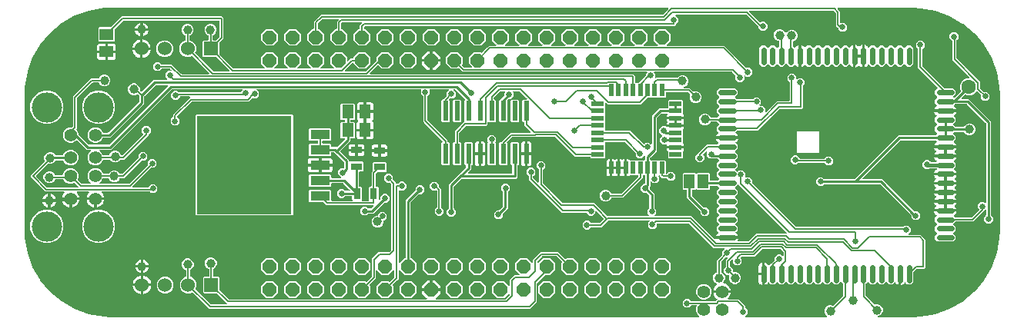
<source format=gbr>
G04 EAGLE Gerber RS-274X export*
G75*
%MOMM*%
%FSLAX34Y34*%
%LPD*%
%INBottom Copper*%
%IPPOS*%
%AMOC8*
5,1,8,0,0,1.08239X$1,22.5*%
G01*
%ADD10R,1.300000X1.500000*%
%ADD11R,10.410000X10.800000*%
%ADD12R,2.159000X1.066800*%
%ADD13C,0.600000*%
%ADD14R,1.530000X1.530000*%
%ADD15C,1.530000*%
%ADD16R,1.200000X0.800000*%
%ADD17R,0.800000X1.200000*%
%ADD18R,1.500000X1.300000*%
%ADD19P,1.649562X8X22.500000*%
%ADD20C,1.408000*%
%ADD21C,1.422400*%
%ADD22C,3.327400*%
%ADD23C,1.000000*%
%ADD24R,0.508000X1.358900*%
%ADD25R,1.358900X0.508000*%
%ADD26R,0.558800X2.184400*%
%ADD27C,1.600000*%
%ADD28R,1.168400X1.600200*%
%ADD29C,0.152400*%
%ADD30C,0.654800*%
%ADD31C,0.254000*%
%ADD32C,0.381000*%

G36*
X981635Y4249D02*
X981635Y4249D01*
X981655Y4247D01*
X989912Y4608D01*
X989943Y4614D01*
X990011Y4619D01*
X1006274Y7486D01*
X1006304Y7497D01*
X1006402Y7521D01*
X1021920Y13169D01*
X1021948Y13184D01*
X1022041Y13225D01*
X1036342Y21482D01*
X1036366Y21502D01*
X1036451Y21558D01*
X1049101Y32173D01*
X1049122Y32197D01*
X1049195Y32267D01*
X1059810Y44917D01*
X1059826Y44944D01*
X1059886Y45026D01*
X1068143Y59327D01*
X1068154Y59357D01*
X1068199Y59448D01*
X1073847Y74966D01*
X1073853Y74997D01*
X1073882Y75094D01*
X1076749Y91357D01*
X1076750Y91388D01*
X1076760Y91456D01*
X1077121Y99713D01*
X1077119Y99726D01*
X1077121Y99746D01*
X1077121Y249746D01*
X1077119Y249759D01*
X1077121Y249779D01*
X1076760Y258036D01*
X1076754Y258067D01*
X1076749Y258135D01*
X1073882Y274398D01*
X1073871Y274428D01*
X1073847Y274526D01*
X1068199Y290044D01*
X1068184Y290072D01*
X1068143Y290165D01*
X1059886Y304466D01*
X1059866Y304490D01*
X1059810Y304575D01*
X1049195Y317225D01*
X1049171Y317246D01*
X1049101Y317319D01*
X1036451Y327934D01*
X1036424Y327950D01*
X1036342Y328010D01*
X1022041Y336267D01*
X1022011Y336278D01*
X1021920Y336323D01*
X1006402Y341971D01*
X1006374Y341977D01*
X1006347Y341989D01*
X1006321Y341992D01*
X1006274Y342006D01*
X990011Y344873D01*
X989980Y344874D01*
X989912Y344884D01*
X981655Y345245D01*
X981642Y345243D01*
X981622Y345245D01*
X979448Y345245D01*
X979442Y345246D01*
X899323Y345269D01*
X899252Y345257D01*
X899180Y345256D01*
X899132Y345238D01*
X899080Y345229D01*
X899017Y345196D01*
X898949Y345171D01*
X898909Y345139D01*
X898863Y345114D01*
X898813Y345062D01*
X898757Y345017D01*
X898729Y344974D01*
X898693Y344936D01*
X898663Y344871D01*
X898624Y344810D01*
X898612Y344760D01*
X898590Y344713D01*
X898582Y344642D01*
X898564Y344572D01*
X898568Y344520D01*
X898562Y344468D01*
X898578Y344398D01*
X898583Y344327D01*
X898604Y344279D01*
X898615Y344228D01*
X898652Y344166D01*
X898680Y344100D01*
X898724Y344045D01*
X898741Y344017D01*
X898759Y344002D01*
X898784Y343969D01*
X899884Y342870D01*
X901447Y341307D01*
X901447Y329410D01*
X901450Y329390D01*
X901448Y329371D01*
X901470Y329269D01*
X901486Y329167D01*
X901496Y329150D01*
X901500Y329130D01*
X901553Y329041D01*
X901602Y328950D01*
X901616Y328936D01*
X901626Y328919D01*
X901705Y328852D01*
X901780Y328780D01*
X901798Y328772D01*
X901813Y328759D01*
X901909Y328720D01*
X902003Y328677D01*
X902023Y328675D01*
X902041Y328667D01*
X902208Y328649D01*
X906228Y328649D01*
X909039Y325838D01*
X909039Y321862D01*
X906228Y319051D01*
X902252Y319051D01*
X899441Y321862D01*
X899441Y322559D01*
X899427Y322650D01*
X899419Y322740D01*
X899407Y322770D01*
X899402Y322802D01*
X899359Y322883D01*
X899323Y322967D01*
X899297Y322999D01*
X899286Y323020D01*
X899263Y323042D01*
X899218Y323098D01*
X896873Y325443D01*
X896873Y339097D01*
X896859Y339188D01*
X896851Y339278D01*
X896839Y339308D01*
X896834Y339340D01*
X896791Y339421D01*
X896755Y339505D01*
X896729Y339537D01*
X896718Y339558D01*
X896695Y339580D01*
X896650Y339636D01*
X894626Y341660D01*
X894552Y341713D01*
X894482Y341773D01*
X894452Y341785D01*
X894426Y341804D01*
X894339Y341831D01*
X894254Y341865D01*
X894213Y341869D01*
X894191Y341876D01*
X894159Y341875D01*
X894087Y341883D01*
X802378Y341883D01*
X802308Y341872D01*
X802236Y341870D01*
X802187Y341852D01*
X802136Y341844D01*
X802072Y341810D01*
X802005Y341785D01*
X801964Y341753D01*
X801918Y341728D01*
X801869Y341677D01*
X801813Y341632D01*
X801785Y341588D01*
X801749Y341550D01*
X801719Y341485D01*
X801680Y341425D01*
X801667Y341374D01*
X801645Y341327D01*
X801637Y341256D01*
X801620Y341186D01*
X801624Y341134D01*
X801618Y341083D01*
X801633Y341012D01*
X801639Y340941D01*
X801659Y340893D01*
X801670Y340842D01*
X801707Y340781D01*
X801735Y340715D01*
X801780Y340659D01*
X801797Y340631D01*
X801814Y340616D01*
X801840Y340584D01*
X813025Y329398D01*
X813042Y329387D01*
X813054Y329371D01*
X813142Y329315D01*
X813225Y329255D01*
X813244Y329249D01*
X813261Y329238D01*
X813362Y329213D01*
X813460Y329183D01*
X813480Y329183D01*
X813500Y329178D01*
X813602Y329186D01*
X813706Y329189D01*
X813725Y329196D01*
X813745Y329197D01*
X813839Y329238D01*
X813937Y329273D01*
X813953Y329286D01*
X813971Y329294D01*
X814102Y329398D01*
X814622Y329919D01*
X818598Y329919D01*
X821409Y327108D01*
X821409Y323132D01*
X818598Y320321D01*
X814622Y320321D01*
X811811Y323132D01*
X811811Y323829D01*
X811797Y323920D01*
X811789Y324010D01*
X811777Y324040D01*
X811772Y324072D01*
X811729Y324153D01*
X811693Y324237D01*
X811667Y324269D01*
X811656Y324290D01*
X811633Y324312D01*
X811588Y324368D01*
X798529Y337427D01*
X798455Y337480D01*
X798386Y337540D01*
X798356Y337552D01*
X798329Y337570D01*
X798242Y337597D01*
X798158Y337631D01*
X798117Y337636D01*
X798094Y337643D01*
X798062Y337642D01*
X797991Y337650D01*
X721264Y337650D01*
X721194Y337638D01*
X721122Y337636D01*
X721073Y337619D01*
X721022Y337610D01*
X720958Y337577D01*
X720891Y337552D01*
X720850Y337519D01*
X720804Y337495D01*
X720755Y337443D01*
X720699Y337398D01*
X720671Y337354D01*
X720635Y337317D01*
X720605Y337252D01*
X720566Y337191D01*
X720553Y337141D01*
X720531Y337094D01*
X720523Y337022D01*
X720506Y336953D01*
X720510Y336901D01*
X720504Y336849D01*
X720519Y336779D01*
X720525Y336708D01*
X720545Y336660D01*
X720556Y336609D01*
X720593Y336547D01*
X720621Y336481D01*
X720666Y336425D01*
X720683Y336398D01*
X720700Y336383D01*
X720726Y336350D01*
X723619Y333458D01*
X723619Y329482D01*
X721330Y327193D01*
X721277Y327119D01*
X721217Y327050D01*
X721205Y327020D01*
X721186Y326994D01*
X721159Y326907D01*
X721125Y326822D01*
X721121Y326781D01*
X721114Y326758D01*
X721115Y326726D01*
X721114Y326720D01*
X719767Y325373D01*
X379723Y325373D01*
X379632Y325359D01*
X379542Y325351D01*
X379512Y325339D01*
X379480Y325334D01*
X379399Y325291D01*
X379315Y325255D01*
X379283Y325229D01*
X379262Y325218D01*
X379240Y325195D01*
X379184Y325150D01*
X378210Y324176D01*
X378157Y324102D01*
X378097Y324032D01*
X378085Y324002D01*
X378066Y323976D01*
X378039Y323889D01*
X378005Y323804D01*
X378001Y323763D01*
X377994Y323741D01*
X377995Y323709D01*
X377987Y323637D01*
X377987Y322606D01*
X377990Y322586D01*
X377988Y322567D01*
X378010Y322465D01*
X378026Y322363D01*
X378036Y322346D01*
X378040Y322326D01*
X378093Y322237D01*
X378142Y322146D01*
X378156Y322132D01*
X378166Y322115D01*
X378245Y322048D01*
X378320Y321976D01*
X378338Y321968D01*
X378353Y321955D01*
X378449Y321916D01*
X378543Y321873D01*
X378563Y321871D01*
X378581Y321863D01*
X378748Y321845D01*
X379488Y321845D01*
X384845Y316488D01*
X384845Y308912D01*
X379488Y303555D01*
X371912Y303555D01*
X366555Y308912D01*
X366555Y316488D01*
X371912Y321845D01*
X372652Y321845D01*
X372672Y321848D01*
X372691Y321846D01*
X372793Y321868D01*
X372895Y321884D01*
X372912Y321894D01*
X372932Y321898D01*
X373021Y321951D01*
X373112Y322000D01*
X373126Y322014D01*
X373143Y322024D01*
X373210Y322103D01*
X373282Y322178D01*
X373290Y322196D01*
X373303Y322211D01*
X373342Y322307D01*
X373385Y322401D01*
X373387Y322421D01*
X373395Y322439D01*
X373413Y322606D01*
X373413Y325847D01*
X375450Y327884D01*
X375492Y327942D01*
X375541Y327994D01*
X375563Y328041D01*
X375593Y328083D01*
X375614Y328152D01*
X375645Y328217D01*
X375650Y328269D01*
X375666Y328319D01*
X375664Y328390D01*
X375672Y328461D01*
X375661Y328512D01*
X375659Y328564D01*
X375635Y328632D01*
X375620Y328702D01*
X375593Y328747D01*
X375575Y328795D01*
X375530Y328851D01*
X375493Y328913D01*
X375454Y328947D01*
X375421Y328987D01*
X375361Y329026D01*
X375306Y329073D01*
X375258Y329092D01*
X375214Y329120D01*
X375145Y329138D01*
X375078Y329165D01*
X375007Y329173D01*
X374976Y329181D01*
X374952Y329179D01*
X374912Y329183D01*
X354323Y329183D01*
X354232Y329169D01*
X354142Y329161D01*
X354112Y329149D01*
X354080Y329144D01*
X353999Y329101D01*
X353915Y329065D01*
X353883Y329039D01*
X353862Y329028D01*
X353840Y329005D01*
X353784Y328960D01*
X353030Y328206D01*
X352977Y328132D01*
X352917Y328062D01*
X352905Y328032D01*
X352886Y328006D01*
X352859Y327919D01*
X352825Y327834D01*
X352821Y327793D01*
X352814Y327771D01*
X352815Y327739D01*
X352807Y327667D01*
X352807Y322606D01*
X352810Y322586D01*
X352808Y322567D01*
X352830Y322465D01*
X352846Y322363D01*
X352856Y322346D01*
X352860Y322326D01*
X352913Y322237D01*
X352962Y322146D01*
X352976Y322132D01*
X352986Y322115D01*
X353065Y322048D01*
X353140Y321976D01*
X353158Y321968D01*
X353173Y321955D01*
X353269Y321916D01*
X353363Y321873D01*
X353383Y321871D01*
X353401Y321863D01*
X353568Y321845D01*
X354088Y321845D01*
X359445Y316488D01*
X359445Y308912D01*
X354088Y303555D01*
X346512Y303555D01*
X341155Y308912D01*
X341155Y316488D01*
X346512Y321845D01*
X347472Y321845D01*
X347492Y321848D01*
X347511Y321846D01*
X347613Y321868D01*
X347715Y321884D01*
X347732Y321894D01*
X347752Y321898D01*
X347841Y321951D01*
X347932Y322000D01*
X347946Y322014D01*
X347963Y322024D01*
X348030Y322103D01*
X348102Y322178D01*
X348110Y322196D01*
X348123Y322211D01*
X348162Y322307D01*
X348205Y322401D01*
X348207Y322421D01*
X348215Y322439D01*
X348233Y322606D01*
X348233Y329877D01*
X350050Y331694D01*
X350092Y331752D01*
X350141Y331804D01*
X350163Y331851D01*
X350193Y331893D01*
X350214Y331962D01*
X350245Y332027D01*
X350250Y332079D01*
X350266Y332129D01*
X350264Y332200D01*
X350272Y332271D01*
X350261Y332322D01*
X350259Y332374D01*
X350235Y332442D01*
X350220Y332512D01*
X350193Y332557D01*
X350175Y332605D01*
X350130Y332661D01*
X350093Y332723D01*
X350054Y332757D01*
X350021Y332797D01*
X349961Y332836D01*
X349906Y332883D01*
X349858Y332902D01*
X349814Y332930D01*
X349745Y332948D01*
X349678Y332975D01*
X349607Y332983D01*
X349576Y332991D01*
X349552Y332989D01*
X349512Y332993D01*
X332733Y332993D01*
X332642Y332979D01*
X332552Y332971D01*
X332522Y332959D01*
X332490Y332954D01*
X332409Y332911D01*
X332325Y332875D01*
X332293Y332849D01*
X332272Y332838D01*
X332250Y332815D01*
X332194Y332770D01*
X327630Y328206D01*
X327577Y328132D01*
X327517Y328062D01*
X327505Y328032D01*
X327486Y328006D01*
X327459Y327919D01*
X327425Y327834D01*
X327421Y327793D01*
X327414Y327771D01*
X327415Y327739D01*
X327407Y327667D01*
X327407Y322606D01*
X327410Y322586D01*
X327408Y322567D01*
X327430Y322465D01*
X327446Y322363D01*
X327456Y322346D01*
X327460Y322326D01*
X327513Y322237D01*
X327562Y322146D01*
X327576Y322132D01*
X327586Y322115D01*
X327665Y322048D01*
X327740Y321976D01*
X327758Y321968D01*
X327773Y321955D01*
X327869Y321916D01*
X327963Y321873D01*
X327983Y321871D01*
X328001Y321863D01*
X328168Y321845D01*
X328688Y321845D01*
X334045Y316488D01*
X334045Y308912D01*
X328688Y303555D01*
X321112Y303555D01*
X315755Y308912D01*
X315755Y316488D01*
X321112Y321845D01*
X322072Y321845D01*
X322092Y321848D01*
X322111Y321846D01*
X322213Y321868D01*
X322315Y321884D01*
X322332Y321894D01*
X322352Y321898D01*
X322441Y321951D01*
X322532Y322000D01*
X322546Y322014D01*
X322563Y322024D01*
X322630Y322103D01*
X322702Y322178D01*
X322710Y322196D01*
X322723Y322211D01*
X322762Y322307D01*
X322805Y322401D01*
X322807Y322421D01*
X322815Y322439D01*
X322833Y322606D01*
X322833Y329877D01*
X330523Y337567D01*
X706127Y337567D01*
X706218Y337581D01*
X706308Y337589D01*
X706338Y337601D01*
X706370Y337606D01*
X706451Y337649D01*
X706535Y337685D01*
X706567Y337711D01*
X706588Y337722D01*
X706610Y337745D01*
X706666Y337790D01*
X712899Y344023D01*
X712941Y344081D01*
X712990Y344133D01*
X713013Y344181D01*
X713043Y344223D01*
X713064Y344291D01*
X713094Y344356D01*
X713100Y344408D01*
X713115Y344458D01*
X713113Y344530D01*
X713121Y344601D01*
X713110Y344652D01*
X713109Y344704D01*
X713084Y344771D01*
X713069Y344841D01*
X713042Y344886D01*
X713024Y344935D01*
X712980Y344991D01*
X712943Y345052D01*
X712903Y345086D01*
X712871Y345127D01*
X712811Y345166D01*
X712756Y345212D01*
X712708Y345232D01*
X712664Y345260D01*
X712594Y345278D01*
X712528Y345304D01*
X712457Y345312D01*
X712425Y345320D01*
X712402Y345318D01*
X712361Y345323D01*
X100000Y345499D01*
X99987Y345497D01*
X99967Y345499D01*
X91710Y345138D01*
X91679Y345132D01*
X91611Y345127D01*
X75348Y342260D01*
X75318Y342249D01*
X75220Y342225D01*
X59702Y336577D01*
X59674Y336562D01*
X59581Y336521D01*
X45280Y328264D01*
X45256Y328244D01*
X45171Y328188D01*
X32521Y317573D01*
X32500Y317549D01*
X32427Y317479D01*
X21812Y304829D01*
X21796Y304802D01*
X21736Y304720D01*
X13479Y290419D01*
X13468Y290389D01*
X13423Y290298D01*
X7775Y274780D01*
X7769Y274749D01*
X7755Y274703D01*
X7752Y274695D01*
X7751Y274688D01*
X7740Y274652D01*
X4873Y258389D01*
X4872Y258358D01*
X4862Y258290D01*
X4501Y250033D01*
X4503Y250020D01*
X4501Y250000D01*
X4501Y100000D01*
X4503Y99987D01*
X4501Y99967D01*
X4862Y91710D01*
X4868Y91679D01*
X4873Y91611D01*
X7740Y75348D01*
X7751Y75318D01*
X7775Y75220D01*
X13423Y59702D01*
X13438Y59674D01*
X13479Y59581D01*
X21736Y45280D01*
X21756Y45256D01*
X21812Y45171D01*
X32427Y32521D01*
X32451Y32500D01*
X32521Y32427D01*
X45171Y21812D01*
X45198Y21796D01*
X45280Y21736D01*
X59581Y13479D01*
X59611Y13468D01*
X59702Y13423D01*
X75220Y7775D01*
X75250Y7769D01*
X75348Y7740D01*
X91611Y4873D01*
X91642Y4872D01*
X91710Y4862D01*
X99967Y4501D01*
X99980Y4503D01*
X100000Y4501D01*
X102174Y4501D01*
X102180Y4500D01*
X745807Y4315D01*
X745878Y4326D01*
X745950Y4328D01*
X745998Y4346D01*
X746050Y4354D01*
X746113Y4388D01*
X746181Y4413D01*
X746221Y4445D01*
X746267Y4469D01*
X746317Y4521D01*
X746373Y4566D01*
X746401Y4610D01*
X746437Y4648D01*
X746467Y4713D01*
X746506Y4773D01*
X746518Y4824D01*
X746540Y4871D01*
X746548Y4942D01*
X746566Y5012D01*
X746562Y5063D01*
X746567Y5115D01*
X746552Y5185D01*
X746547Y5257D01*
X746526Y5305D01*
X746515Y5356D01*
X746478Y5417D01*
X746450Y5483D01*
X746406Y5539D01*
X746389Y5567D01*
X746371Y5582D01*
X746345Y5614D01*
X744427Y7532D01*
X743123Y10680D01*
X743123Y14088D01*
X744111Y16473D01*
X744122Y16517D01*
X744141Y16559D01*
X744150Y16636D01*
X744167Y16712D01*
X744163Y16758D01*
X744168Y16803D01*
X744152Y16879D01*
X744144Y16957D01*
X744126Y16999D01*
X744116Y17044D01*
X744076Y17111D01*
X744044Y17182D01*
X744013Y17216D01*
X743990Y17255D01*
X743931Y17306D01*
X743878Y17363D01*
X743838Y17385D01*
X743803Y17415D01*
X743731Y17444D01*
X743662Y17481D01*
X743617Y17490D01*
X743575Y17507D01*
X743439Y17522D01*
X743420Y17525D01*
X743415Y17524D01*
X743408Y17525D01*
X738113Y17525D01*
X738023Y17511D01*
X737932Y17503D01*
X737902Y17491D01*
X737870Y17486D01*
X737790Y17443D01*
X737706Y17407D01*
X737674Y17381D01*
X737653Y17370D01*
X737631Y17347D01*
X737575Y17302D01*
X735286Y15013D01*
X731310Y15013D01*
X728499Y17824D01*
X728499Y21800D01*
X731310Y24611D01*
X735286Y24611D01*
X737575Y22322D01*
X737649Y22269D01*
X737718Y22209D01*
X737748Y22197D01*
X737774Y22178D01*
X737861Y22151D01*
X737946Y22117D01*
X737987Y22113D01*
X738010Y22106D01*
X738042Y22107D01*
X738113Y22099D01*
X764664Y22099D01*
X764755Y22113D01*
X764845Y22121D01*
X764875Y22133D01*
X764907Y22138D01*
X764988Y22181D01*
X765072Y22217D01*
X765104Y22243D01*
X765125Y22254D01*
X765147Y22277D01*
X765203Y22322D01*
X766271Y23389D01*
X766317Y23454D01*
X766370Y23513D01*
X766388Y23553D01*
X766414Y23589D01*
X766437Y23665D01*
X766469Y23738D01*
X766473Y23782D01*
X766486Y23824D01*
X766484Y23904D01*
X766491Y23983D01*
X766481Y24026D01*
X766480Y24070D01*
X766453Y24145D01*
X766434Y24222D01*
X766411Y24260D01*
X766396Y24301D01*
X766346Y24363D01*
X766304Y24431D01*
X766260Y24470D01*
X766242Y24493D01*
X766219Y24508D01*
X766180Y24544D01*
X765447Y25076D01*
X764380Y26142D01*
X763494Y27363D01*
X762809Y28706D01*
X762343Y30141D01*
X762229Y30861D01*
X770926Y30861D01*
X770946Y30864D01*
X770965Y30862D01*
X771067Y30884D01*
X771169Y30901D01*
X771186Y30910D01*
X771206Y30914D01*
X771295Y30967D01*
X771386Y31016D01*
X771400Y31030D01*
X771417Y31040D01*
X771484Y31119D01*
X771555Y31194D01*
X771564Y31212D01*
X771577Y31227D01*
X771615Y31323D01*
X771659Y31417D01*
X771661Y31437D01*
X771669Y31455D01*
X771687Y31622D01*
X771687Y33146D01*
X771684Y33166D01*
X771686Y33185D01*
X771664Y33287D01*
X771647Y33389D01*
X771638Y33406D01*
X771634Y33426D01*
X771581Y33515D01*
X771532Y33606D01*
X771518Y33620D01*
X771508Y33637D01*
X771429Y33704D01*
X771354Y33775D01*
X771336Y33784D01*
X771321Y33797D01*
X771225Y33836D01*
X771131Y33879D01*
X771111Y33881D01*
X771093Y33889D01*
X770926Y33907D01*
X762229Y33907D01*
X762343Y34627D01*
X762809Y36062D01*
X763494Y37405D01*
X764380Y38626D01*
X765447Y39692D01*
X766053Y40133D01*
X766127Y40207D01*
X766205Y40278D01*
X766213Y40294D01*
X766226Y40307D01*
X766273Y40402D01*
X766323Y40494D01*
X766327Y40512D01*
X766335Y40528D01*
X766348Y40632D01*
X766367Y40736D01*
X766364Y40754D01*
X766367Y40772D01*
X766346Y40875D01*
X766331Y40979D01*
X766323Y40996D01*
X766319Y41013D01*
X766268Y41104D01*
X766220Y41199D01*
X766207Y41211D01*
X766198Y41227D01*
X766119Y41297D01*
X766044Y41371D01*
X766025Y41382D01*
X766014Y41391D01*
X765985Y41403D01*
X765897Y41452D01*
X764654Y41967D01*
X762819Y43802D01*
X761825Y46200D01*
X761825Y48796D01*
X762819Y51194D01*
X764654Y53029D01*
X765593Y53418D01*
X765693Y53480D01*
X765793Y53540D01*
X765797Y53545D01*
X765802Y53548D01*
X765877Y53639D01*
X765953Y53727D01*
X765955Y53733D01*
X765959Y53738D01*
X766001Y53846D01*
X766045Y53955D01*
X766046Y53963D01*
X766047Y53967D01*
X766048Y53985D01*
X766063Y54122D01*
X766063Y67241D01*
X771964Y73142D01*
X772017Y73216D01*
X772077Y73286D01*
X772089Y73316D01*
X772108Y73342D01*
X772135Y73429D01*
X772169Y73514D01*
X772173Y73555D01*
X772180Y73577D01*
X772179Y73609D01*
X772187Y73681D01*
X772187Y76918D01*
X774261Y78992D01*
X774303Y79050D01*
X774353Y79102D01*
X774374Y79149D01*
X774405Y79191D01*
X774426Y79260D01*
X774456Y79325D01*
X774462Y79377D01*
X774477Y79427D01*
X774475Y79498D01*
X774483Y79569D01*
X774472Y79620D01*
X774471Y79672D01*
X774446Y79740D01*
X774431Y79810D01*
X774404Y79855D01*
X774386Y79903D01*
X774342Y79959D01*
X774305Y80021D01*
X774265Y80055D01*
X774233Y80095D01*
X774172Y80134D01*
X774118Y80181D01*
X774070Y80200D01*
X774026Y80228D01*
X773956Y80246D01*
X773890Y80273D01*
X773818Y80281D01*
X773787Y80289D01*
X773764Y80287D01*
X773723Y80291D01*
X762465Y80291D01*
X735157Y107599D01*
X735083Y107652D01*
X735014Y107712D01*
X734983Y107724D01*
X734957Y107743D01*
X734870Y107770D01*
X734785Y107804D01*
X734744Y107808D01*
X734722Y107815D01*
X734690Y107814D01*
X734619Y107822D01*
X700532Y107822D01*
X700512Y107819D01*
X700493Y107821D01*
X700391Y107799D01*
X700289Y107783D01*
X700272Y107773D01*
X700252Y107769D01*
X700163Y107716D01*
X700072Y107667D01*
X700058Y107653D01*
X700041Y107643D01*
X699974Y107564D01*
X699902Y107489D01*
X699894Y107471D01*
X699881Y107456D01*
X699842Y107360D01*
X699799Y107266D01*
X699797Y107246D01*
X699789Y107228D01*
X699771Y107061D01*
X699771Y104311D01*
X696960Y101500D01*
X692984Y101500D01*
X690173Y104311D01*
X690173Y108287D01*
X691838Y109952D01*
X691880Y110010D01*
X691930Y110062D01*
X691951Y110109D01*
X691982Y110151D01*
X692003Y110220D01*
X692033Y110285D01*
X692039Y110337D01*
X692054Y110387D01*
X692052Y110458D01*
X692060Y110529D01*
X692049Y110580D01*
X692048Y110632D01*
X692023Y110700D01*
X692008Y110770D01*
X691981Y110815D01*
X691963Y110863D01*
X691919Y110919D01*
X691882Y110981D01*
X691842Y111015D01*
X691810Y111055D01*
X691749Y111094D01*
X691695Y111141D01*
X691647Y111160D01*
X691603Y111188D01*
X691533Y111206D01*
X691467Y111233D01*
X691395Y111241D01*
X691364Y111249D01*
X691341Y111247D01*
X691300Y111251D01*
X647058Y111251D01*
X646967Y111237D01*
X646877Y111229D01*
X646847Y111217D01*
X646815Y111212D01*
X646734Y111169D01*
X646650Y111133D01*
X646618Y111107D01*
X646597Y111096D01*
X646575Y111073D01*
X646519Y111028D01*
X638868Y103377D01*
X627899Y103377D01*
X627809Y103363D01*
X627718Y103355D01*
X627688Y103343D01*
X627656Y103338D01*
X627576Y103295D01*
X627492Y103259D01*
X627460Y103233D01*
X627439Y103222D01*
X627417Y103199D01*
X627361Y103154D01*
X625072Y100865D01*
X621096Y100865D01*
X618285Y103676D01*
X618285Y107652D01*
X621096Y110463D01*
X625072Y110463D01*
X627361Y108174D01*
X627435Y108121D01*
X627504Y108061D01*
X627534Y108049D01*
X627560Y108030D01*
X627647Y108003D01*
X627732Y107969D01*
X627773Y107965D01*
X627796Y107958D01*
X627828Y107959D01*
X627899Y107951D01*
X636658Y107951D01*
X636749Y107965D01*
X636839Y107973D01*
X636869Y107985D01*
X636901Y107990D01*
X636982Y108033D01*
X637066Y108069D01*
X637098Y108095D01*
X637119Y108106D01*
X637141Y108129D01*
X637197Y108174D01*
X641451Y112428D01*
X641463Y112444D01*
X641478Y112457D01*
X641535Y112544D01*
X641595Y112628D01*
X641601Y112647D01*
X641611Y112664D01*
X641637Y112764D01*
X641667Y112863D01*
X641667Y112883D01*
X641672Y112902D01*
X641664Y113005D01*
X641661Y113109D01*
X641654Y113128D01*
X641652Y113148D01*
X641612Y113242D01*
X641576Y113340D01*
X641564Y113356D01*
X641556Y113374D01*
X641451Y113505D01*
X633732Y121224D01*
X633674Y121266D01*
X633622Y121315D01*
X633575Y121337D01*
X633533Y121367D01*
X633464Y121388D01*
X633399Y121419D01*
X633347Y121424D01*
X633297Y121440D01*
X633226Y121438D01*
X633155Y121446D01*
X633104Y121435D01*
X633052Y121433D01*
X632984Y121409D01*
X632914Y121394D01*
X632870Y121367D01*
X632821Y121349D01*
X632765Y121304D01*
X632703Y121267D01*
X632669Y121228D01*
X632629Y121195D01*
X632590Y121135D01*
X632543Y121080D01*
X632524Y121032D01*
X632496Y120988D01*
X632478Y120919D01*
X632451Y120852D01*
X632443Y120781D01*
X632435Y120750D01*
X632437Y120726D01*
X632433Y120686D01*
X632433Y118944D01*
X629622Y116133D01*
X625646Y116133D01*
X622825Y118955D01*
X622812Y119013D01*
X622796Y119115D01*
X622786Y119132D01*
X622782Y119152D01*
X622729Y119241D01*
X622680Y119332D01*
X622666Y119346D01*
X622656Y119363D01*
X622577Y119430D01*
X622502Y119502D01*
X622484Y119510D01*
X622469Y119523D01*
X622373Y119562D01*
X622279Y119605D01*
X622259Y119607D01*
X622241Y119615D01*
X622074Y119633D01*
X595671Y119633D01*
X559307Y155997D01*
X559307Y159241D01*
X559293Y159331D01*
X559285Y159422D01*
X559273Y159452D01*
X559268Y159484D01*
X559225Y159564D01*
X559189Y159648D01*
X559163Y159680D01*
X559152Y159701D01*
X559129Y159723D01*
X559084Y159779D01*
X556795Y162068D01*
X556795Y166044D01*
X559606Y168855D01*
X563582Y168855D01*
X566393Y166044D01*
X566393Y162068D01*
X564104Y159779D01*
X564051Y159705D01*
X563991Y159636D01*
X563979Y159606D01*
X563960Y159580D01*
X563933Y159493D01*
X563899Y159408D01*
X563895Y159367D01*
X563888Y159344D01*
X563889Y159312D01*
X563881Y159241D01*
X563881Y158207D01*
X563895Y158116D01*
X563903Y158026D01*
X563915Y157996D01*
X563920Y157964D01*
X563963Y157883D01*
X563999Y157799D01*
X564025Y157767D01*
X564036Y157746D01*
X564059Y157724D01*
X564104Y157668D01*
X568911Y152861D01*
X568969Y152819D01*
X569021Y152770D01*
X569069Y152748D01*
X569111Y152717D01*
X569179Y152696D01*
X569244Y152666D01*
X569296Y152660D01*
X569346Y152645D01*
X569418Y152647D01*
X569489Y152639D01*
X569540Y152650D01*
X569592Y152651D01*
X569659Y152676D01*
X569729Y152691D01*
X569774Y152718D01*
X569823Y152736D01*
X569879Y152781D01*
X569940Y152817D01*
X569974Y152857D01*
X570015Y152889D01*
X570054Y152950D01*
X570100Y153004D01*
X570120Y153053D01*
X570148Y153096D01*
X570165Y153166D01*
X570192Y153232D01*
X570200Y153304D01*
X570208Y153335D01*
X570206Y153358D01*
X570211Y153399D01*
X570211Y166654D01*
X570196Y166744D01*
X570189Y166835D01*
X570176Y166864D01*
X570171Y166896D01*
X570128Y166977D01*
X570092Y167061D01*
X570067Y167093D01*
X570056Y167114D01*
X570032Y167136D01*
X569988Y167192D01*
X567699Y169481D01*
X567699Y173456D01*
X570510Y176267D01*
X574485Y176267D01*
X577296Y173456D01*
X577296Y169481D01*
X575007Y167192D01*
X574954Y167118D01*
X574895Y167048D01*
X574882Y167018D01*
X574864Y166992D01*
X574837Y166905D01*
X574803Y166820D01*
X574798Y166779D01*
X574791Y166757D01*
X574792Y166725D01*
X574784Y166654D01*
X574784Y151868D01*
X574799Y151778D01*
X574806Y151687D01*
X574819Y151657D01*
X574824Y151625D01*
X574867Y151544D01*
X574902Y151460D01*
X574928Y151428D01*
X574939Y151408D01*
X574962Y151385D01*
X575007Y151329D01*
X595811Y130526D01*
X595885Y130473D01*
X595954Y130413D01*
X595984Y130401D01*
X596011Y130382D01*
X596097Y130355D01*
X596182Y130321D01*
X596223Y130317D01*
X596246Y130310D01*
X596278Y130311D01*
X596349Y130303D01*
X631516Y130303D01*
X633078Y128740D01*
X635442Y126376D01*
X637005Y124814D01*
X637005Y124735D01*
X637019Y124644D01*
X637027Y124554D01*
X637039Y124524D01*
X637044Y124492D01*
X637087Y124411D01*
X637123Y124327D01*
X637149Y124295D01*
X637160Y124274D01*
X637183Y124252D01*
X637228Y124196D01*
X645376Y116048D01*
X645450Y115995D01*
X645520Y115935D01*
X645550Y115923D01*
X645576Y115904D01*
X645663Y115877D01*
X645748Y115843D01*
X645789Y115839D01*
X645811Y115832D01*
X645843Y115833D01*
X645914Y115825D01*
X690609Y115825D01*
X690680Y115836D01*
X690751Y115838D01*
X690800Y115856D01*
X690852Y115864D01*
X690915Y115898D01*
X690982Y115923D01*
X691023Y115955D01*
X691069Y115980D01*
X691119Y116032D01*
X691175Y116076D01*
X691203Y116120D01*
X691239Y116158D01*
X691269Y116223D01*
X691308Y116283D01*
X691320Y116334D01*
X691342Y116381D01*
X691350Y116452D01*
X691368Y116522D01*
X691364Y116574D01*
X691369Y116625D01*
X691354Y116696D01*
X691348Y116767D01*
X691328Y116815D01*
X691317Y116866D01*
X691280Y116927D01*
X691252Y116993D01*
X691207Y117049D01*
X691191Y117077D01*
X691173Y117092D01*
X691147Y117124D01*
X689637Y118634D01*
X689637Y122610D01*
X691418Y124391D01*
X691471Y124465D01*
X691531Y124534D01*
X691543Y124564D01*
X691562Y124590D01*
X691589Y124677D01*
X691623Y124762D01*
X691627Y124803D01*
X691634Y124826D01*
X691633Y124858D01*
X691641Y124929D01*
X691641Y137945D01*
X691627Y138035D01*
X691619Y138126D01*
X691607Y138156D01*
X691602Y138188D01*
X691559Y138268D01*
X691523Y138352D01*
X691497Y138384D01*
X691486Y138405D01*
X691463Y138427D01*
X691418Y138483D01*
X688393Y141508D01*
X688320Y141561D01*
X688250Y141621D01*
X688220Y141633D01*
X688194Y141652D01*
X688107Y141679D01*
X688022Y141713D01*
X687981Y141717D01*
X687959Y141724D01*
X687926Y141723D01*
X687855Y141731D01*
X685336Y141731D01*
X682525Y144542D01*
X682525Y148518D01*
X685336Y151329D01*
X686562Y151329D01*
X686582Y151332D01*
X686601Y151330D01*
X686703Y151352D01*
X686805Y151368D01*
X686822Y151378D01*
X686842Y151382D01*
X686931Y151435D01*
X687022Y151484D01*
X687036Y151498D01*
X687053Y151508D01*
X687120Y151587D01*
X687192Y151662D01*
X687200Y151680D01*
X687213Y151695D01*
X687251Y151791D01*
X687295Y151885D01*
X687297Y151905D01*
X687305Y151923D01*
X687323Y152090D01*
X687323Y159832D01*
X687320Y159852D01*
X687322Y159871D01*
X687300Y159973D01*
X687284Y160075D01*
X687274Y160092D01*
X687270Y160112D01*
X687217Y160201D01*
X687168Y160292D01*
X687154Y160306D01*
X687144Y160323D01*
X687065Y160390D01*
X686990Y160462D01*
X686972Y160470D01*
X686957Y160483D01*
X686861Y160522D01*
X686767Y160565D01*
X686747Y160567D01*
X686729Y160575D01*
X686578Y160591D01*
X686286Y160883D01*
X686270Y160895D01*
X686258Y160911D01*
X686171Y160967D01*
X686087Y161027D01*
X686068Y161033D01*
X686051Y161044D01*
X685950Y161069D01*
X685852Y161099D01*
X685832Y161099D01*
X685812Y161104D01*
X685709Y161096D01*
X685606Y161093D01*
X685587Y161086D01*
X685567Y161085D01*
X685472Y161044D01*
X685375Y161009D01*
X685359Y160996D01*
X685341Y160988D01*
X685210Y160883D01*
X684911Y160584D01*
X684894Y160582D01*
X684822Y160580D01*
X684773Y160562D01*
X684722Y160554D01*
X684658Y160520D01*
X684591Y160495D01*
X684550Y160463D01*
X684504Y160438D01*
X684455Y160386D01*
X684399Y160342D01*
X684371Y160298D01*
X684335Y160260D01*
X684305Y160195D01*
X684266Y160135D01*
X684253Y160084D01*
X684231Y160037D01*
X684223Y159966D01*
X684206Y159896D01*
X684210Y159844D01*
X684204Y159793D01*
X684219Y159722D01*
X684225Y159651D01*
X684245Y159603D01*
X684256Y159552D01*
X684277Y159518D01*
X684277Y157549D01*
X662617Y135889D01*
X650514Y135889D01*
X650399Y135870D01*
X650283Y135853D01*
X650277Y135851D01*
X650271Y135850D01*
X650168Y135795D01*
X650064Y135742D01*
X650059Y135737D01*
X650054Y135734D01*
X649974Y135650D01*
X649891Y135566D01*
X649888Y135560D01*
X649884Y135556D01*
X649876Y135539D01*
X649810Y135419D01*
X649421Y134480D01*
X647586Y132645D01*
X645188Y131651D01*
X642592Y131651D01*
X640194Y132645D01*
X638359Y134480D01*
X637365Y136878D01*
X637365Y139474D01*
X638359Y141872D01*
X640194Y143707D01*
X642592Y144701D01*
X645188Y144701D01*
X647586Y143707D01*
X649421Y141872D01*
X649810Y140933D01*
X649873Y140832D01*
X649932Y140733D01*
X649937Y140729D01*
X649940Y140724D01*
X650031Y140649D01*
X650119Y140573D01*
X650125Y140571D01*
X650130Y140567D01*
X650238Y140525D01*
X650347Y140481D01*
X650355Y140480D01*
X650359Y140479D01*
X650377Y140478D01*
X650514Y140463D01*
X660407Y140463D01*
X660498Y140477D01*
X660588Y140485D01*
X660618Y140497D01*
X660650Y140502D01*
X660731Y140545D01*
X660815Y140581D01*
X660847Y140607D01*
X660868Y140618D01*
X660890Y140641D01*
X660946Y140686D01*
X679238Y158978D01*
X679291Y159052D01*
X679351Y159122D01*
X679363Y159152D01*
X679382Y159178D01*
X679409Y159265D01*
X679443Y159350D01*
X679447Y159391D01*
X679454Y159413D01*
X679453Y159445D01*
X679461Y159517D01*
X679461Y159832D01*
X679458Y159852D01*
X679460Y159871D01*
X679438Y159973D01*
X679422Y160075D01*
X679412Y160092D01*
X679408Y160112D01*
X679355Y160201D01*
X679306Y160292D01*
X679292Y160306D01*
X679282Y160323D01*
X679203Y160390D01*
X679128Y160462D01*
X679110Y160470D01*
X679095Y160483D01*
X678999Y160522D01*
X678905Y160565D01*
X678885Y160567D01*
X678867Y160575D01*
X678700Y160593D01*
X678576Y160593D01*
X678286Y160883D01*
X678270Y160895D01*
X678258Y160911D01*
X678171Y160967D01*
X678087Y161027D01*
X678068Y161033D01*
X678051Y161044D01*
X677950Y161069D01*
X677852Y161099D01*
X677832Y161099D01*
X677812Y161104D01*
X677709Y161096D01*
X677606Y161093D01*
X677587Y161086D01*
X677567Y161085D01*
X677472Y161044D01*
X677375Y161009D01*
X677359Y160996D01*
X677341Y160988D01*
X677210Y160883D01*
X676920Y160593D01*
X670672Y160593D01*
X670582Y160579D01*
X670491Y160571D01*
X670461Y160559D01*
X670429Y160554D01*
X670348Y160511D01*
X670264Y160475D01*
X670232Y160449D01*
X670212Y160438D01*
X670189Y160415D01*
X670133Y160370D01*
X669848Y160085D01*
X669269Y159750D01*
X668622Y159577D01*
X667017Y159577D01*
X667017Y168404D01*
X667014Y168424D01*
X667016Y168444D01*
X666994Y168545D01*
X666978Y168647D01*
X666968Y168665D01*
X666964Y168684D01*
X666911Y168773D01*
X666862Y168864D01*
X666848Y168878D01*
X666838Y168895D01*
X666813Y168916D01*
X666814Y168918D01*
X666886Y168993D01*
X666894Y169011D01*
X666907Y169026D01*
X666946Y169122D01*
X666989Y169216D01*
X666991Y169235D01*
X666999Y169254D01*
X667017Y169421D01*
X667017Y178248D01*
X668622Y178248D01*
X669269Y178075D01*
X669848Y177740D01*
X670133Y177455D01*
X670207Y177402D01*
X670277Y177342D01*
X670307Y177330D01*
X670333Y177311D01*
X670420Y177284D01*
X670505Y177250D01*
X670546Y177246D01*
X670568Y177239D01*
X670600Y177240D01*
X670672Y177232D01*
X676920Y177232D01*
X677210Y176942D01*
X677226Y176930D01*
X677238Y176914D01*
X677325Y176858D01*
X677409Y176798D01*
X677428Y176792D01*
X677445Y176781D01*
X677546Y176756D01*
X677645Y176726D01*
X677665Y176726D01*
X677684Y176721D01*
X677787Y176729D01*
X677890Y176732D01*
X677909Y176739D01*
X677929Y176740D01*
X678024Y176781D01*
X678121Y176816D01*
X678137Y176829D01*
X678155Y176837D01*
X678286Y176942D01*
X678576Y177232D01*
X684920Y177232D01*
X685210Y176942D01*
X685226Y176930D01*
X685238Y176914D01*
X685326Y176858D01*
X685409Y176798D01*
X685428Y176792D01*
X685445Y176781D01*
X685546Y176756D01*
X685645Y176726D01*
X685664Y176726D01*
X685684Y176721D01*
X685787Y176729D01*
X685890Y176732D01*
X685909Y176739D01*
X685929Y176740D01*
X686024Y176781D01*
X686121Y176816D01*
X686137Y176829D01*
X686155Y176837D01*
X686286Y176942D01*
X686730Y177386D01*
X686783Y177460D01*
X686843Y177529D01*
X686855Y177559D01*
X686874Y177585D01*
X686901Y177672D01*
X686935Y177757D01*
X686939Y177798D01*
X686946Y177820D01*
X686945Y177853D01*
X686953Y177924D01*
X686953Y181182D01*
X686942Y181253D01*
X686940Y181325D01*
X686922Y181374D01*
X686914Y181425D01*
X686880Y181488D01*
X686855Y181556D01*
X686823Y181596D01*
X686798Y181642D01*
X686746Y181692D01*
X686702Y181748D01*
X686658Y181776D01*
X686620Y181812D01*
X686555Y181842D01*
X686495Y181881D01*
X686444Y181893D01*
X686397Y181915D01*
X686326Y181923D01*
X686256Y181941D01*
X686204Y181937D01*
X686153Y181943D01*
X686082Y181927D01*
X686011Y181922D01*
X685963Y181901D01*
X685912Y181890D01*
X685851Y181853D01*
X685785Y181825D01*
X685729Y181781D01*
X685701Y181764D01*
X685686Y181746D01*
X685654Y181721D01*
X683504Y179571D01*
X679529Y179571D01*
X676718Y182382D01*
X676718Y184857D01*
X676703Y184947D01*
X676696Y185038D01*
X676683Y185068D01*
X676678Y185100D01*
X676635Y185180D01*
X676599Y185264D01*
X676574Y185297D01*
X676563Y185317D01*
X676539Y185339D01*
X676495Y185395D01*
X665010Y196880D01*
X664936Y196933D01*
X664866Y196993D01*
X664836Y197005D01*
X664810Y197024D01*
X664723Y197051D01*
X664638Y197085D01*
X664597Y197089D01*
X664575Y197096D01*
X664543Y197095D01*
X664471Y197103D01*
X644093Y197103D01*
X644073Y197100D01*
X644054Y197102D01*
X643952Y197080D01*
X643850Y197064D01*
X643833Y197054D01*
X643813Y197050D01*
X643724Y196997D01*
X643633Y196948D01*
X643619Y196934D01*
X643602Y196924D01*
X643535Y196845D01*
X643463Y196770D01*
X643455Y196752D01*
X643442Y196737D01*
X643403Y196641D01*
X643360Y196547D01*
X643358Y196527D01*
X643350Y196509D01*
X643348Y196493D01*
X643042Y196186D01*
X643030Y196170D01*
X643014Y196158D01*
X642958Y196071D01*
X642898Y195987D01*
X642892Y195968D01*
X642881Y195951D01*
X642856Y195850D01*
X642826Y195751D01*
X642826Y195731D01*
X642821Y195712D01*
X642829Y195609D01*
X642832Y195506D01*
X642839Y195487D01*
X642840Y195467D01*
X642881Y195372D01*
X642916Y195275D01*
X642929Y195259D01*
X642937Y195241D01*
X643042Y195110D01*
X643332Y194820D01*
X643332Y188476D01*
X643042Y188186D01*
X643030Y188170D01*
X643014Y188158D01*
X642958Y188071D01*
X642898Y187987D01*
X642892Y187968D01*
X642881Y187951D01*
X642856Y187850D01*
X642826Y187751D01*
X642826Y187731D01*
X642821Y187712D01*
X642829Y187609D01*
X642832Y187506D01*
X642839Y187487D01*
X642840Y187467D01*
X642881Y187372D01*
X642916Y187275D01*
X642929Y187259D01*
X642937Y187241D01*
X643042Y187110D01*
X643332Y186820D01*
X643332Y180476D01*
X642439Y179583D01*
X627586Y179583D01*
X626693Y180476D01*
X626693Y180600D01*
X626690Y180620D01*
X626692Y180639D01*
X626670Y180741D01*
X626654Y180843D01*
X626644Y180860D01*
X626640Y180880D01*
X626587Y180969D01*
X626538Y181060D01*
X626524Y181074D01*
X626514Y181091D01*
X626435Y181158D01*
X626360Y181230D01*
X626342Y181238D01*
X626327Y181251D01*
X626231Y181290D01*
X626137Y181333D01*
X626117Y181335D01*
X626099Y181343D01*
X625932Y181361D01*
X609924Y181361D01*
X588309Y202976D01*
X588235Y203029D01*
X588166Y203089D01*
X588136Y203101D01*
X588109Y203120D01*
X588023Y203147D01*
X587938Y203181D01*
X587897Y203185D01*
X587874Y203192D01*
X587842Y203191D01*
X587771Y203199D01*
X567675Y203199D01*
X567585Y203185D01*
X567494Y203177D01*
X567464Y203165D01*
X567432Y203160D01*
X567352Y203117D01*
X567268Y203081D01*
X567236Y203055D01*
X567215Y203044D01*
X567193Y203021D01*
X567137Y202976D01*
X567106Y202945D01*
X541267Y202945D01*
X541176Y202931D01*
X541086Y202923D01*
X541056Y202911D01*
X541024Y202906D01*
X540943Y202863D01*
X540859Y202827D01*
X540827Y202801D01*
X540806Y202790D01*
X540795Y202779D01*
X540794Y202778D01*
X540782Y202765D01*
X540728Y202722D01*
X535245Y197239D01*
X535234Y197223D01*
X535218Y197211D01*
X535162Y197123D01*
X535102Y197040D01*
X535096Y197021D01*
X535085Y197004D01*
X535060Y196904D01*
X535029Y196805D01*
X535030Y196785D01*
X535025Y196765D01*
X535033Y196662D01*
X535036Y196559D01*
X535043Y196540D01*
X535044Y196520D01*
X535085Y196425D01*
X535120Y196328D01*
X535133Y196312D01*
X535141Y196294D01*
X535245Y196163D01*
X535375Y196034D01*
X535375Y172926D01*
X534482Y172033D01*
X527630Y172033D01*
X526737Y172926D01*
X526737Y196034D01*
X527630Y196927D01*
X528149Y196927D01*
X528240Y196941D01*
X528330Y196949D01*
X528360Y196961D01*
X528392Y196966D01*
X528473Y197009D01*
X528557Y197045D01*
X528589Y197071D01*
X528610Y197082D01*
X528632Y197105D01*
X528688Y197150D01*
X539057Y207519D01*
X560586Y207519D01*
X560656Y207530D01*
X560728Y207532D01*
X560777Y207550D01*
X560828Y207558D01*
X560892Y207592D01*
X560959Y207617D01*
X561000Y207649D01*
X561046Y207674D01*
X561095Y207726D01*
X561151Y207770D01*
X561179Y207814D01*
X561215Y207852D01*
X561245Y207917D01*
X561284Y207977D01*
X561297Y208028D01*
X561319Y208075D01*
X561327Y208146D01*
X561344Y208216D01*
X561340Y208268D01*
X561346Y208319D01*
X561331Y208389D01*
X561325Y208461D01*
X561305Y208509D01*
X561294Y208560D01*
X561257Y208621D01*
X561229Y208687D01*
X561184Y208743D01*
X561167Y208771D01*
X561150Y208786D01*
X561124Y208818D01*
X555732Y214210D01*
X554169Y215773D01*
X554169Y218516D01*
X554166Y218536D01*
X554168Y218555D01*
X554146Y218657D01*
X554130Y218759D01*
X554120Y218776D01*
X554116Y218796D01*
X554063Y218885D01*
X554014Y218976D01*
X554000Y218990D01*
X553990Y219007D01*
X553911Y219074D01*
X553836Y219146D01*
X553818Y219154D01*
X553803Y219167D01*
X553707Y219206D01*
X553613Y219249D01*
X553593Y219251D01*
X553575Y219259D01*
X553408Y219277D01*
X553030Y219277D01*
X552137Y220170D01*
X552137Y243278D01*
X553030Y244171D01*
X556543Y244171D01*
X556614Y244182D01*
X556686Y244184D01*
X556735Y244202D01*
X556786Y244210D01*
X556849Y244244D01*
X556917Y244269D01*
X556957Y244301D01*
X557003Y244326D01*
X557053Y244378D01*
X557109Y244422D01*
X557137Y244466D01*
X557173Y244504D01*
X557203Y244569D01*
X557242Y244629D01*
X557254Y244680D01*
X557276Y244727D01*
X557284Y244798D01*
X557302Y244868D01*
X557298Y244920D01*
X557303Y244971D01*
X557288Y245042D01*
X557283Y245113D01*
X557262Y245161D01*
X557251Y245212D01*
X557214Y245273D01*
X557186Y245339D01*
X557142Y245395D01*
X557125Y245423D01*
X557107Y245438D01*
X557082Y245470D01*
X549537Y253014D01*
X549464Y253067D01*
X549394Y253127D01*
X549364Y253139D01*
X549338Y253158D01*
X549251Y253185D01*
X549166Y253219D01*
X549125Y253223D01*
X549103Y253230D01*
X549070Y253229D01*
X548999Y253237D01*
X542533Y253237D01*
X542462Y253226D01*
X542391Y253224D01*
X542342Y253206D01*
X542290Y253198D01*
X542227Y253164D01*
X542159Y253139D01*
X542119Y253107D01*
X542073Y253082D01*
X542023Y253030D01*
X541967Y252986D01*
X541939Y252942D01*
X541903Y252904D01*
X541873Y252839D01*
X541834Y252779D01*
X541822Y252728D01*
X541800Y252681D01*
X541792Y252610D01*
X541774Y252540D01*
X541778Y252488D01*
X541773Y252437D01*
X541788Y252366D01*
X541794Y252295D01*
X541814Y252247D01*
X541825Y252196D01*
X541862Y252135D01*
X541890Y252069D01*
X541935Y252013D01*
X541951Y251985D01*
X541969Y251970D01*
X541995Y251938D01*
X542263Y251670D01*
X542263Y247694D01*
X540039Y245470D01*
X539997Y245412D01*
X539947Y245360D01*
X539926Y245313D01*
X539895Y245271D01*
X539874Y245202D01*
X539844Y245137D01*
X539838Y245085D01*
X539823Y245035D01*
X539825Y244964D01*
X539817Y244893D01*
X539828Y244842D01*
X539829Y244790D01*
X539854Y244722D01*
X539869Y244652D01*
X539896Y244607D01*
X539914Y244559D01*
X539958Y244503D01*
X539995Y244441D01*
X540035Y244407D01*
X540067Y244367D01*
X540128Y244328D01*
X540182Y244281D01*
X540230Y244262D01*
X540274Y244234D01*
X540344Y244216D01*
X540410Y244189D01*
X540482Y244181D01*
X540513Y244173D01*
X540536Y244175D01*
X540577Y244171D01*
X547182Y244171D01*
X548075Y243278D01*
X548075Y220170D01*
X547182Y219277D01*
X540330Y219277D01*
X539437Y220170D01*
X539437Y243278D01*
X539743Y243584D01*
X539785Y243642D01*
X539835Y243694D01*
X539857Y243741D01*
X539887Y243783D01*
X539908Y243852D01*
X539938Y243917D01*
X539944Y243969D01*
X539959Y244019D01*
X539957Y244090D01*
X539965Y244161D01*
X539954Y244212D01*
X539953Y244264D01*
X539928Y244332D01*
X539913Y244402D01*
X539886Y244447D01*
X539869Y244495D01*
X539824Y244551D01*
X539787Y244613D01*
X539747Y244647D01*
X539715Y244687D01*
X539655Y244726D01*
X539600Y244773D01*
X539552Y244792D01*
X539508Y244820D01*
X539439Y244838D01*
X539372Y244865D01*
X539301Y244873D01*
X539269Y244881D01*
X539246Y244879D01*
X539205Y244883D01*
X536933Y244883D01*
X536843Y244869D01*
X536752Y244861D01*
X536722Y244849D01*
X536690Y244844D01*
X536610Y244801D01*
X536526Y244765D01*
X536494Y244739D01*
X536473Y244728D01*
X536451Y244705D01*
X536395Y244660D01*
X535598Y243863D01*
X535545Y243789D01*
X535485Y243720D01*
X535473Y243690D01*
X535454Y243664D01*
X535427Y243577D01*
X535393Y243492D01*
X535389Y243451D01*
X535382Y243429D01*
X535383Y243396D01*
X535375Y243325D01*
X535375Y220170D01*
X534482Y219277D01*
X527630Y219277D01*
X526737Y220170D01*
X526737Y243278D01*
X527630Y244171D01*
X527685Y244171D01*
X527775Y244185D01*
X527866Y244193D01*
X527896Y244205D01*
X527928Y244210D01*
X528008Y244253D01*
X528092Y244289D01*
X528124Y244315D01*
X528145Y244326D01*
X528167Y244349D01*
X528223Y244394D01*
X532442Y248613D01*
X532495Y248687D01*
X532555Y248756D01*
X532567Y248786D01*
X532586Y248812D01*
X532613Y248899D01*
X532647Y248984D01*
X532651Y249025D01*
X532658Y249047D01*
X532657Y249080D01*
X532665Y249151D01*
X532665Y251670D01*
X532933Y251938D01*
X532975Y251996D01*
X533025Y252048D01*
X533046Y252095D01*
X533077Y252137D01*
X533098Y252206D01*
X533128Y252271D01*
X533134Y252323D01*
X533149Y252373D01*
X533147Y252444D01*
X533155Y252515D01*
X533144Y252566D01*
X533143Y252618D01*
X533118Y252686D01*
X533103Y252756D01*
X533076Y252801D01*
X533058Y252849D01*
X533014Y252905D01*
X532977Y252967D01*
X532937Y253001D01*
X532905Y253041D01*
X532844Y253080D01*
X532790Y253127D01*
X532742Y253146D01*
X532698Y253174D01*
X532628Y253192D01*
X532562Y253219D01*
X532490Y253227D01*
X532459Y253235D01*
X532436Y253233D01*
X532395Y253237D01*
X528059Y253237D01*
X527968Y253223D01*
X527878Y253215D01*
X527848Y253203D01*
X527816Y253198D01*
X527735Y253155D01*
X527651Y253119D01*
X527619Y253093D01*
X527598Y253082D01*
X527576Y253059D01*
X527520Y253014D01*
X520866Y246360D01*
X520813Y246286D01*
X520753Y246216D01*
X520741Y246186D01*
X520722Y246160D01*
X520695Y246073D01*
X520661Y245988D01*
X520657Y245947D01*
X520650Y245925D01*
X520651Y245893D01*
X520643Y245821D01*
X520643Y244932D01*
X520646Y244912D01*
X520644Y244893D01*
X520666Y244791D01*
X520682Y244689D01*
X520692Y244672D01*
X520696Y244652D01*
X520749Y244563D01*
X520798Y244472D01*
X520812Y244458D01*
X520822Y244441D01*
X520901Y244374D01*
X520976Y244302D01*
X520994Y244294D01*
X521009Y244281D01*
X521105Y244242D01*
X521199Y244199D01*
X521219Y244197D01*
X521237Y244189D01*
X521404Y244171D01*
X521782Y244171D01*
X522675Y243278D01*
X522675Y220170D01*
X521782Y219277D01*
X514721Y219277D01*
X514709Y219281D01*
X514636Y219279D01*
X514565Y219287D01*
X514514Y219276D01*
X514463Y219275D01*
X514395Y219251D01*
X514324Y219235D01*
X514280Y219209D01*
X514231Y219191D01*
X514175Y219146D01*
X514113Y219109D01*
X514080Y219070D01*
X514039Y219038D01*
X514000Y218977D01*
X513953Y218922D01*
X513934Y218874D01*
X513906Y218831D01*
X513888Y218761D01*
X513861Y218694D01*
X513853Y218623D01*
X513846Y218592D01*
X513847Y218569D01*
X513843Y218527D01*
X513843Y216731D01*
X512503Y215391D01*
X490663Y215391D01*
X490572Y215377D01*
X490482Y215369D01*
X490452Y215357D01*
X490420Y215352D01*
X490339Y215309D01*
X490255Y215273D01*
X490223Y215247D01*
X490202Y215236D01*
X490180Y215213D01*
X490124Y215168D01*
X482766Y207810D01*
X482713Y207736D01*
X482653Y207666D01*
X482641Y207636D01*
X482622Y207610D01*
X482595Y207523D01*
X482561Y207438D01*
X482557Y207397D01*
X482550Y207375D01*
X482551Y207343D01*
X482543Y207271D01*
X482543Y197688D01*
X482546Y197668D01*
X482544Y197649D01*
X482566Y197547D01*
X482582Y197445D01*
X482592Y197428D01*
X482596Y197408D01*
X482649Y197319D01*
X482698Y197228D01*
X482712Y197214D01*
X482722Y197197D01*
X482801Y197130D01*
X482876Y197058D01*
X482894Y197050D01*
X482909Y197037D01*
X483005Y196998D01*
X483099Y196955D01*
X483119Y196953D01*
X483137Y196945D01*
X483304Y196927D01*
X483682Y196927D01*
X484575Y196034D01*
X484575Y172926D01*
X483682Y172033D01*
X476830Y172033D01*
X475937Y172926D01*
X475937Y196034D01*
X476830Y196927D01*
X477208Y196927D01*
X477228Y196930D01*
X477247Y196928D01*
X477349Y196950D01*
X477451Y196966D01*
X477468Y196976D01*
X477488Y196980D01*
X477577Y197033D01*
X477668Y197082D01*
X477682Y197096D01*
X477699Y197106D01*
X477766Y197185D01*
X477838Y197260D01*
X477846Y197278D01*
X477859Y197293D01*
X477898Y197389D01*
X477941Y197483D01*
X477943Y197503D01*
X477951Y197521D01*
X477969Y197688D01*
X477969Y209481D01*
X488414Y219926D01*
X488460Y219989D01*
X488483Y220014D01*
X488487Y220023D01*
X488527Y220070D01*
X488539Y220100D01*
X488558Y220126D01*
X488585Y220213D01*
X488619Y220298D01*
X488623Y220339D01*
X488630Y220361D01*
X488629Y220393D01*
X488637Y220465D01*
X488637Y243278D01*
X489120Y243760D01*
X489131Y243776D01*
X489147Y243788D01*
X489203Y243876D01*
X489263Y243960D01*
X489269Y243979D01*
X489280Y243995D01*
X489305Y244096D01*
X489335Y244195D01*
X489335Y244215D01*
X489340Y244234D01*
X489332Y244337D01*
X489329Y244441D01*
X489322Y244459D01*
X489321Y244479D01*
X489280Y244574D01*
X489245Y244672D01*
X489232Y244687D01*
X489224Y244705D01*
X489120Y244836D01*
X478402Y255554D01*
X478328Y255607D01*
X478258Y255667D01*
X478228Y255679D01*
X478202Y255698D01*
X478115Y255725D01*
X478030Y255759D01*
X477989Y255763D01*
X477967Y255770D01*
X477935Y255769D01*
X477863Y255777D01*
X477157Y255777D01*
X477086Y255766D01*
X477014Y255764D01*
X476965Y255746D01*
X476914Y255738D01*
X476851Y255704D01*
X476783Y255679D01*
X476743Y255647D01*
X476697Y255622D01*
X476647Y255570D01*
X476591Y255526D01*
X476563Y255482D01*
X476527Y255444D01*
X476497Y255379D01*
X476458Y255319D01*
X476446Y255268D01*
X476424Y255221D01*
X476416Y255150D01*
X476398Y255080D01*
X476402Y255028D01*
X476397Y254977D01*
X476412Y254906D01*
X476417Y254835D01*
X476438Y254787D01*
X476449Y254736D01*
X476486Y254675D01*
X476514Y254609D01*
X476558Y254553D01*
X476575Y254525D01*
X476593Y254510D01*
X476618Y254478D01*
X478761Y252335D01*
X478761Y248360D01*
X475950Y245549D01*
X472872Y245549D01*
X472782Y245534D01*
X472691Y245527D01*
X472661Y245514D01*
X472629Y245509D01*
X472549Y245466D01*
X472465Y245431D01*
X472433Y245405D01*
X472412Y245394D01*
X472390Y245371D01*
X472334Y245326D01*
X471618Y244610D01*
X471607Y244594D01*
X471591Y244582D01*
X471535Y244495D01*
X471475Y244411D01*
X471469Y244392D01*
X471458Y244375D01*
X471433Y244275D01*
X471402Y244176D01*
X471403Y244156D01*
X471398Y244136D01*
X471406Y244033D01*
X471409Y243930D01*
X471416Y243911D01*
X471417Y243891D01*
X471458Y243796D01*
X471493Y243699D01*
X471506Y243683D01*
X471514Y243665D01*
X471618Y243534D01*
X471875Y243278D01*
X471875Y220170D01*
X470982Y219277D01*
X464130Y219277D01*
X463237Y220170D01*
X463237Y243278D01*
X464130Y244171D01*
X464508Y244171D01*
X464528Y244174D01*
X464547Y244172D01*
X464649Y244194D01*
X464751Y244210D01*
X464768Y244220D01*
X464788Y244224D01*
X464877Y244277D01*
X464968Y244326D01*
X464982Y244340D01*
X464999Y244350D01*
X465066Y244429D01*
X465138Y244504D01*
X465146Y244522D01*
X465159Y244537D01*
X465198Y244633D01*
X465219Y244679D01*
X468941Y248401D01*
X468994Y248474D01*
X469053Y248544D01*
X469065Y248574D01*
X469084Y248600D01*
X469111Y248687D01*
X469145Y248772D01*
X469150Y248813D01*
X469157Y248835D01*
X469156Y248868D01*
X469164Y248939D01*
X469164Y252335D01*
X471306Y254478D01*
X471348Y254536D01*
X471397Y254588D01*
X471419Y254635D01*
X471450Y254677D01*
X471471Y254746D01*
X471501Y254811D01*
X471507Y254863D01*
X471522Y254913D01*
X471520Y254984D01*
X471528Y255055D01*
X471517Y255106D01*
X471516Y255158D01*
X471491Y255226D01*
X471476Y255296D01*
X471449Y255341D01*
X471431Y255389D01*
X471386Y255445D01*
X471350Y255507D01*
X471310Y255541D01*
X471278Y255581D01*
X471217Y255620D01*
X471163Y255667D01*
X471114Y255686D01*
X471071Y255714D01*
X471001Y255732D01*
X470935Y255759D01*
X470863Y255767D01*
X470832Y255775D01*
X470809Y255773D01*
X470768Y255777D01*
X450613Y255777D01*
X450542Y255766D01*
X450470Y255764D01*
X450421Y255746D01*
X450370Y255738D01*
X450307Y255704D01*
X450239Y255679D01*
X450199Y255647D01*
X450153Y255622D01*
X450104Y255571D01*
X450047Y255526D01*
X450019Y255482D01*
X449983Y255444D01*
X449953Y255379D01*
X449914Y255319D01*
X449902Y255268D01*
X449880Y255221D01*
X449872Y255150D01*
X449854Y255080D01*
X449858Y255028D01*
X449853Y254977D01*
X449868Y254906D01*
X449874Y254835D01*
X449894Y254787D01*
X449905Y254736D01*
X449942Y254675D01*
X449970Y254609D01*
X450015Y254553D01*
X450031Y254525D01*
X450049Y254510D01*
X450061Y254495D01*
X450061Y250516D01*
X447772Y248227D01*
X447719Y248153D01*
X447659Y248084D01*
X447647Y248054D01*
X447628Y248028D01*
X447601Y247941D01*
X447567Y247856D01*
X447563Y247815D01*
X447556Y247792D01*
X447557Y247760D01*
X447549Y247689D01*
X447549Y221989D01*
X447563Y221898D01*
X447571Y221808D01*
X447583Y221778D01*
X447588Y221746D01*
X447631Y221665D01*
X447667Y221581D01*
X447693Y221549D01*
X447704Y221528D01*
X447727Y221506D01*
X447750Y221477D01*
X447752Y221473D01*
X447755Y221471D01*
X447772Y221450D01*
X469901Y199321D01*
X469901Y197688D01*
X469904Y197668D01*
X469902Y197649D01*
X469924Y197547D01*
X469940Y197445D01*
X469950Y197428D01*
X469954Y197408D01*
X470007Y197319D01*
X470056Y197228D01*
X470070Y197214D01*
X470080Y197197D01*
X470159Y197130D01*
X470234Y197058D01*
X470252Y197050D01*
X470267Y197037D01*
X470363Y196998D01*
X470457Y196955D01*
X470477Y196953D01*
X470495Y196945D01*
X470662Y196927D01*
X470982Y196927D01*
X471875Y196034D01*
X471875Y172926D01*
X470982Y172033D01*
X464130Y172033D01*
X463237Y172926D01*
X463237Y196034D01*
X464151Y196947D01*
X464181Y196958D01*
X464232Y196966D01*
X464296Y197000D01*
X464363Y197025D01*
X464404Y197057D01*
X464450Y197082D01*
X464499Y197134D01*
X464555Y197178D01*
X464583Y197222D01*
X464619Y197260D01*
X464649Y197325D01*
X464688Y197385D01*
X464701Y197436D01*
X464723Y197483D01*
X464731Y197554D01*
X464748Y197624D01*
X464744Y197676D01*
X464750Y197727D01*
X464735Y197798D01*
X464729Y197869D01*
X464709Y197917D01*
X464698Y197968D01*
X464661Y198029D01*
X464633Y198095D01*
X464588Y198151D01*
X464571Y198179D01*
X464554Y198194D01*
X464528Y198226D01*
X444538Y218216D01*
X442975Y219779D01*
X442975Y247689D01*
X442961Y247779D01*
X442953Y247870D01*
X442941Y247900D01*
X442936Y247932D01*
X442893Y248012D01*
X442857Y248096D01*
X442831Y248128D01*
X442820Y248149D01*
X442797Y248171D01*
X442752Y248227D01*
X440463Y250516D01*
X440463Y254497D01*
X440491Y254536D01*
X440541Y254588D01*
X440562Y254635D01*
X440593Y254677D01*
X440614Y254746D01*
X440644Y254811D01*
X440650Y254863D01*
X440665Y254912D01*
X440663Y254984D01*
X440671Y255055D01*
X440660Y255106D01*
X440659Y255158D01*
X440634Y255226D01*
X440619Y255296D01*
X440592Y255341D01*
X440574Y255389D01*
X440530Y255445D01*
X440493Y255507D01*
X440453Y255541D01*
X440421Y255581D01*
X440360Y255620D01*
X440306Y255667D01*
X440258Y255686D01*
X440214Y255714D01*
X440144Y255732D01*
X440078Y255759D01*
X440007Y255767D01*
X439975Y255775D01*
X439952Y255773D01*
X439911Y255777D01*
X260688Y255777D01*
X260618Y255766D01*
X260546Y255764D01*
X260497Y255746D01*
X260446Y255738D01*
X260382Y255704D01*
X260315Y255679D01*
X260274Y255647D01*
X260228Y255622D01*
X260179Y255570D01*
X260123Y255526D01*
X260095Y255482D01*
X260059Y255444D01*
X260029Y255379D01*
X259990Y255319D01*
X259977Y255268D01*
X259955Y255221D01*
X259947Y255150D01*
X259930Y255080D01*
X259934Y255028D01*
X259928Y254977D01*
X259943Y254906D01*
X259949Y254835D01*
X259969Y254787D01*
X259980Y254736D01*
X260017Y254675D01*
X260045Y254609D01*
X260090Y254553D01*
X260107Y254525D01*
X260124Y254510D01*
X260150Y254478D01*
X262478Y252150D01*
X262478Y248174D01*
X259667Y245363D01*
X255376Y245363D01*
X255318Y245354D01*
X255248Y245353D01*
X255222Y245344D01*
X255195Y245342D01*
X255161Y245328D01*
X255134Y245324D01*
X255083Y245297D01*
X255015Y245273D01*
X254993Y245257D01*
X254968Y245246D01*
X254932Y245217D01*
X254916Y245208D01*
X254900Y245191D01*
X254837Y245141D01*
X251457Y241761D01*
X188668Y241761D01*
X188578Y241746D01*
X188487Y241739D01*
X188457Y241726D01*
X188425Y241721D01*
X188345Y241678D01*
X188261Y241643D01*
X188229Y241617D01*
X188208Y241606D01*
X188204Y241602D01*
X188185Y241582D01*
X188130Y241538D01*
X172690Y226098D01*
X172637Y226024D01*
X172577Y225954D01*
X172565Y225924D01*
X172546Y225898D01*
X172519Y225811D01*
X172485Y225726D01*
X172481Y225685D01*
X172474Y225663D01*
X172475Y225631D01*
X172467Y225559D01*
X172467Y225287D01*
X172481Y225197D01*
X172489Y225106D01*
X172501Y225076D01*
X172506Y225044D01*
X172549Y224964D01*
X172585Y224880D01*
X172611Y224848D01*
X172622Y224827D01*
X172645Y224805D01*
X172690Y224749D01*
X174979Y222460D01*
X174979Y218484D01*
X172168Y215673D01*
X168192Y215673D01*
X165381Y218484D01*
X165381Y222460D01*
X167670Y224749D01*
X167723Y224823D01*
X167783Y224892D01*
X167795Y224922D01*
X167814Y224948D01*
X167841Y225035D01*
X167875Y225120D01*
X167879Y225161D01*
X167886Y225184D01*
X167885Y225216D01*
X167893Y225287D01*
X167893Y227769D01*
X169456Y229332D01*
X186474Y246350D01*
X186516Y246408D01*
X186565Y246460D01*
X186587Y246507D01*
X186617Y246549D01*
X186638Y246618D01*
X186669Y246683D01*
X186674Y246735D01*
X186690Y246785D01*
X186688Y246856D01*
X186696Y246927D01*
X186685Y246978D01*
X186683Y247030D01*
X186659Y247098D01*
X186644Y247168D01*
X186617Y247213D01*
X186599Y247261D01*
X186554Y247317D01*
X186517Y247379D01*
X186478Y247413D01*
X186445Y247453D01*
X186385Y247492D01*
X186330Y247539D01*
X186282Y247558D01*
X186238Y247586D01*
X186169Y247604D01*
X186102Y247631D01*
X186031Y247639D01*
X186000Y247647D01*
X185976Y247645D01*
X185936Y247649D01*
X176248Y247649D01*
X176228Y247646D01*
X176209Y247648D01*
X176107Y247626D01*
X176005Y247610D01*
X175988Y247600D01*
X175968Y247596D01*
X175879Y247543D01*
X175788Y247494D01*
X175774Y247480D01*
X175757Y247470D01*
X175690Y247391D01*
X175618Y247316D01*
X175610Y247298D01*
X175597Y247283D01*
X175558Y247187D01*
X175515Y247093D01*
X175513Y247073D01*
X175505Y247055D01*
X175492Y246938D01*
X172676Y244121D01*
X168700Y244121D01*
X165889Y246932D01*
X165889Y250908D01*
X168700Y253719D01*
X172676Y253719D01*
X173949Y252446D01*
X174023Y252393D01*
X174092Y252333D01*
X174122Y252321D01*
X174148Y252302D01*
X174235Y252275D01*
X174320Y252241D01*
X174361Y252237D01*
X174384Y252230D01*
X174416Y252231D01*
X174487Y252223D01*
X242015Y252223D01*
X242035Y252226D01*
X242055Y252224D01*
X242156Y252246D01*
X242258Y252262D01*
X242276Y252272D01*
X242295Y252276D01*
X242384Y252329D01*
X242476Y252378D01*
X242489Y252392D01*
X242506Y252402D01*
X242574Y252481D01*
X242645Y252556D01*
X242653Y252574D01*
X242666Y252589D01*
X242705Y252685D01*
X242749Y252779D01*
X242751Y252799D01*
X242758Y252817D01*
X242777Y252984D01*
X242777Y253119D01*
X244135Y254478D01*
X244177Y254536D01*
X244227Y254588D01*
X244248Y254635D01*
X244279Y254677D01*
X244300Y254746D01*
X244330Y254811D01*
X244336Y254863D01*
X244351Y254913D01*
X244349Y254984D01*
X244357Y255055D01*
X244346Y255106D01*
X244345Y255158D01*
X244320Y255226D01*
X244305Y255296D01*
X244278Y255341D01*
X244260Y255389D01*
X244216Y255445D01*
X244179Y255507D01*
X244139Y255541D01*
X244107Y255581D01*
X244046Y255620D01*
X243992Y255667D01*
X243944Y255686D01*
X243900Y255714D01*
X243830Y255732D01*
X243764Y255759D01*
X243692Y255767D01*
X243661Y255775D01*
X243638Y255773D01*
X243597Y255777D01*
X167197Y255777D01*
X167107Y255763D01*
X167016Y255755D01*
X166986Y255743D01*
X166954Y255738D01*
X166874Y255695D01*
X166790Y255659D01*
X166758Y255633D01*
X166737Y255622D01*
X166715Y255599D01*
X166659Y255554D01*
X99848Y188743D01*
X87917Y188743D01*
X87846Y188732D01*
X87774Y188730D01*
X87725Y188712D01*
X87674Y188704D01*
X87611Y188670D01*
X87543Y188645D01*
X87503Y188613D01*
X87457Y188588D01*
X87407Y188536D01*
X87351Y188492D01*
X87323Y188448D01*
X87287Y188410D01*
X87257Y188345D01*
X87218Y188285D01*
X87206Y188234D01*
X87184Y188187D01*
X87176Y188116D01*
X87158Y188046D01*
X87162Y187994D01*
X87157Y187943D01*
X87172Y187872D01*
X87177Y187801D01*
X87198Y187753D01*
X87209Y187702D01*
X87246Y187641D01*
X87274Y187575D01*
X87318Y187519D01*
X87335Y187491D01*
X87353Y187476D01*
X87378Y187444D01*
X89822Y185000D01*
X90601Y183119D01*
X90663Y183019D01*
X90723Y182919D01*
X90728Y182915D01*
X90731Y182910D01*
X90821Y182835D01*
X90910Y182759D01*
X90916Y182757D01*
X90920Y182753D01*
X91029Y182711D01*
X91138Y182667D01*
X91145Y182666D01*
X91150Y182665D01*
X91168Y182664D01*
X91305Y182649D01*
X97358Y182649D01*
X97473Y182668D01*
X97589Y182685D01*
X97595Y182687D01*
X97601Y182688D01*
X97704Y182743D01*
X97809Y182796D01*
X97813Y182801D01*
X97819Y182804D01*
X97898Y182888D01*
X97981Y182972D01*
X97985Y182978D01*
X97988Y182982D01*
X97996Y182999D01*
X98062Y183119D01*
X98863Y185052D01*
X100698Y186887D01*
X103096Y187881D01*
X105692Y187881D01*
X108090Y186887D01*
X109925Y185052D01*
X110726Y183119D01*
X110788Y183019D01*
X110848Y182919D01*
X110853Y182915D01*
X110856Y182910D01*
X110945Y182835D01*
X111035Y182759D01*
X111041Y182757D01*
X111045Y182753D01*
X111153Y182711D01*
X111263Y182667D01*
X111270Y182666D01*
X111275Y182665D01*
X111293Y182664D01*
X111430Y182649D01*
X112043Y182649D01*
X112134Y182663D01*
X112224Y182671D01*
X112254Y182683D01*
X112286Y182688D01*
X112367Y182731D01*
X112451Y182767D01*
X112483Y182793D01*
X112504Y182804D01*
X112526Y182827D01*
X112582Y182872D01*
X135168Y205457D01*
X135179Y205474D01*
X135195Y205486D01*
X135225Y205533D01*
X135241Y205550D01*
X135254Y205578D01*
X135311Y205657D01*
X135317Y205676D01*
X135328Y205693D01*
X135353Y205794D01*
X135383Y205892D01*
X135383Y205912D01*
X135388Y205932D01*
X135380Y206035D01*
X135377Y206138D01*
X135370Y206157D01*
X135369Y206177D01*
X135328Y206272D01*
X135293Y206369D01*
X135280Y206385D01*
X135272Y206403D01*
X135168Y206534D01*
X133631Y208070D01*
X133631Y212046D01*
X136442Y214857D01*
X140418Y214857D01*
X143229Y212046D01*
X143229Y208070D01*
X140940Y205781D01*
X140887Y205707D01*
X140827Y205638D01*
X140815Y205608D01*
X140796Y205582D01*
X140769Y205495D01*
X140735Y205410D01*
X140731Y205369D01*
X140724Y205346D01*
X140725Y205314D01*
X140717Y205243D01*
X140717Y204539D01*
X114253Y178075D01*
X110606Y178075D01*
X110492Y178057D01*
X110375Y178039D01*
X110369Y178037D01*
X110363Y178036D01*
X110261Y177981D01*
X110156Y177928D01*
X110151Y177923D01*
X110146Y177920D01*
X110065Y177835D01*
X109984Y177752D01*
X109980Y177746D01*
X109977Y177742D01*
X109969Y177725D01*
X109942Y177677D01*
X108090Y175825D01*
X105692Y174831D01*
X103096Y174831D01*
X100698Y175825D01*
X98833Y177690D01*
X98824Y177704D01*
X98764Y177805D01*
X98759Y177809D01*
X98756Y177814D01*
X98666Y177888D01*
X98577Y177965D01*
X98571Y177967D01*
X98566Y177971D01*
X98458Y178013D01*
X98349Y178057D01*
X98341Y178058D01*
X98337Y178059D01*
X98318Y178060D01*
X98182Y178075D01*
X91515Y178075D01*
X91400Y178056D01*
X91284Y178039D01*
X91278Y178037D01*
X91272Y178036D01*
X91170Y177981D01*
X91065Y177928D01*
X91060Y177923D01*
X91055Y177920D01*
X90975Y177836D01*
X90893Y177752D01*
X90889Y177746D01*
X90885Y177742D01*
X90878Y177725D01*
X90812Y177605D01*
X89822Y175216D01*
X87392Y172786D01*
X84218Y171471D01*
X80782Y171471D01*
X77608Y172786D01*
X75178Y175216D01*
X73863Y178390D01*
X73863Y181826D01*
X75178Y185000D01*
X77622Y187444D01*
X77663Y187502D01*
X77713Y187554D01*
X77735Y187601D01*
X77765Y187643D01*
X77786Y187712D01*
X77816Y187777D01*
X77822Y187829D01*
X77837Y187879D01*
X77836Y187950D01*
X77843Y188021D01*
X77832Y188072D01*
X77831Y188124D01*
X77806Y188192D01*
X77791Y188262D01*
X77765Y188306D01*
X77747Y188355D01*
X77702Y188411D01*
X77665Y188473D01*
X77625Y188507D01*
X77593Y188547D01*
X77533Y188586D01*
X77478Y188633D01*
X77430Y188652D01*
X77386Y188680D01*
X77317Y188698D01*
X77250Y188725D01*
X77179Y188733D01*
X77147Y188741D01*
X77124Y188739D01*
X77083Y188743D01*
X73026Y188743D01*
X62691Y199078D01*
X62675Y199090D01*
X62663Y199106D01*
X62575Y199162D01*
X62491Y199222D01*
X62472Y199228D01*
X62456Y199239D01*
X62355Y199264D01*
X62256Y199294D01*
X62236Y199294D01*
X62217Y199299D01*
X62114Y199291D01*
X62011Y199288D01*
X61992Y199281D01*
X61972Y199280D01*
X61877Y199239D01*
X61779Y199204D01*
X61764Y199191D01*
X61746Y199183D01*
X61615Y199078D01*
X60214Y197678D01*
X57040Y196363D01*
X53604Y196363D01*
X50430Y197678D01*
X48000Y200108D01*
X46685Y203282D01*
X46685Y206718D01*
X48000Y209892D01*
X50430Y212322D01*
X53604Y213637D01*
X57150Y213637D01*
X57170Y213640D01*
X57189Y213638D01*
X57291Y213660D01*
X57393Y213676D01*
X57410Y213686D01*
X57430Y213690D01*
X57519Y213743D01*
X57610Y213792D01*
X57624Y213806D01*
X57641Y213816D01*
X57708Y213895D01*
X57780Y213970D01*
X57788Y213988D01*
X57801Y214003D01*
X57840Y214099D01*
X57883Y214193D01*
X57885Y214213D01*
X57893Y214231D01*
X57911Y214398D01*
X57911Y247581D01*
X77793Y267463D01*
X85832Y267463D01*
X85947Y267482D01*
X86063Y267499D01*
X86069Y267501D01*
X86075Y267502D01*
X86178Y267557D01*
X86282Y267610D01*
X86287Y267615D01*
X86292Y267618D01*
X86372Y267702D01*
X86455Y267786D01*
X86458Y267792D01*
X86462Y267796D01*
X86470Y267813D01*
X86536Y267933D01*
X86925Y268872D01*
X88760Y270707D01*
X91158Y271701D01*
X93754Y271701D01*
X96152Y270707D01*
X97987Y268872D01*
X98981Y266474D01*
X98981Y263878D01*
X97987Y261480D01*
X96152Y259645D01*
X93754Y258651D01*
X91158Y258651D01*
X88760Y259645D01*
X86925Y261480D01*
X86536Y262419D01*
X86474Y262519D01*
X86414Y262619D01*
X86409Y262623D01*
X86406Y262628D01*
X86315Y262703D01*
X86227Y262779D01*
X86221Y262781D01*
X86216Y262785D01*
X86108Y262827D01*
X85999Y262871D01*
X85991Y262872D01*
X85987Y262873D01*
X85969Y262874D01*
X85832Y262889D01*
X80003Y262889D01*
X79912Y262875D01*
X79822Y262867D01*
X79792Y262855D01*
X79760Y262850D01*
X79679Y262807D01*
X79595Y262771D01*
X79563Y262745D01*
X79542Y262734D01*
X79520Y262711D01*
X79464Y262666D01*
X62708Y245910D01*
X62655Y245836D01*
X62595Y245766D01*
X62583Y245736D01*
X62564Y245710D01*
X62537Y245623D01*
X62503Y245538D01*
X62499Y245497D01*
X62492Y245475D01*
X62493Y245443D01*
X62485Y245371D01*
X62485Y212159D01*
X61969Y211643D01*
X61958Y211627D01*
X61942Y211615D01*
X61886Y211528D01*
X61826Y211444D01*
X61820Y211425D01*
X61809Y211408D01*
X61784Y211308D01*
X61753Y211209D01*
X61754Y211189D01*
X61749Y211169D01*
X61757Y211066D01*
X61760Y210963D01*
X61767Y210944D01*
X61768Y210924D01*
X61809Y210829D01*
X61844Y210732D01*
X61857Y210716D01*
X61865Y210698D01*
X61969Y210567D01*
X62644Y209892D01*
X63959Y206718D01*
X63959Y206031D01*
X63973Y205941D01*
X63981Y205850D01*
X63993Y205820D01*
X63998Y205788D01*
X64041Y205708D01*
X64077Y205624D01*
X64103Y205592D01*
X64114Y205571D01*
X64137Y205549D01*
X64182Y205493D01*
X75119Y194556D01*
X75193Y194503D01*
X75262Y194443D01*
X75292Y194431D01*
X75318Y194412D01*
X75405Y194385D01*
X75490Y194351D01*
X75531Y194347D01*
X75553Y194340D01*
X75586Y194341D01*
X75657Y194333D01*
X97217Y194333D01*
X97307Y194347D01*
X97398Y194355D01*
X97428Y194367D01*
X97460Y194372D01*
X97540Y194415D01*
X97624Y194451D01*
X97656Y194477D01*
X97677Y194488D01*
X97699Y194511D01*
X97755Y194556D01*
X161995Y258796D01*
X162037Y258854D01*
X162087Y258906D01*
X162109Y258953D01*
X162139Y258995D01*
X162160Y259064D01*
X162190Y259129D01*
X162196Y259181D01*
X162211Y259231D01*
X162209Y259302D01*
X162217Y259373D01*
X162206Y259424D01*
X162205Y259476D01*
X162180Y259544D01*
X162165Y259614D01*
X162138Y259659D01*
X162120Y259707D01*
X162076Y259763D01*
X162039Y259825D01*
X161999Y259859D01*
X161967Y259899D01*
X161906Y259938D01*
X161852Y259985D01*
X161804Y260004D01*
X161760Y260032D01*
X161690Y260050D01*
X161624Y260077D01*
X161552Y260085D01*
X161521Y260093D01*
X161498Y260091D01*
X161457Y260095D01*
X148917Y260095D01*
X148827Y260081D01*
X148736Y260073D01*
X148707Y260061D01*
X148675Y260056D01*
X148594Y260013D01*
X148510Y259977D01*
X148478Y259951D01*
X148457Y259940D01*
X148435Y259917D01*
X148379Y259872D01*
X136557Y248050D01*
X136504Y247976D01*
X136444Y247907D01*
X136432Y247877D01*
X136413Y247850D01*
X136387Y247763D01*
X136352Y247679D01*
X136348Y247638D01*
X136341Y247615D01*
X136342Y247583D01*
X136334Y247512D01*
X136334Y239445D01*
X99094Y202205D01*
X91199Y202205D01*
X91085Y202186D01*
X90968Y202169D01*
X90963Y202167D01*
X90957Y202166D01*
X90854Y202111D01*
X90749Y202058D01*
X90745Y202053D01*
X90739Y202050D01*
X90659Y201966D01*
X90577Y201882D01*
X90573Y201876D01*
X90570Y201872D01*
X90562Y201855D01*
X90496Y201735D01*
X89822Y200108D01*
X87392Y197678D01*
X84218Y196363D01*
X80782Y196363D01*
X77608Y197678D01*
X75178Y200108D01*
X73863Y203282D01*
X73863Y206718D01*
X75178Y209892D01*
X77608Y212322D01*
X80782Y213637D01*
X84218Y213637D01*
X87392Y212322D01*
X89822Y209892D01*
X90496Y208265D01*
X90558Y208164D01*
X90618Y208065D01*
X90622Y208061D01*
X90626Y208056D01*
X90716Y207981D01*
X90804Y207905D01*
X90810Y207903D01*
X90815Y207899D01*
X90924Y207857D01*
X91033Y207813D01*
X91040Y207812D01*
X91045Y207811D01*
X91063Y207810D01*
X91199Y207795D01*
X96463Y207795D01*
X96554Y207809D01*
X96644Y207817D01*
X96674Y207829D01*
X96706Y207834D01*
X96787Y207877D01*
X96871Y207913D01*
X96903Y207939D01*
X96924Y207950D01*
X96946Y207973D01*
X97002Y208018D01*
X130521Y241537D01*
X130575Y241611D01*
X130634Y241681D01*
X130646Y241711D01*
X130665Y241737D01*
X130692Y241824D01*
X130726Y241909D01*
X130731Y241950D01*
X130737Y241972D01*
X130737Y242004D01*
X130744Y242076D01*
X130744Y248230D01*
X130730Y248320D01*
X130723Y248411D01*
X130710Y248441D01*
X130705Y248473D01*
X130662Y248553D01*
X130626Y248638D01*
X130601Y248670D01*
X130590Y248690D01*
X130566Y248713D01*
X130521Y248769D01*
X129472Y249818D01*
X129377Y249886D01*
X129283Y249956D01*
X129277Y249958D01*
X129272Y249962D01*
X129161Y249996D01*
X129049Y250033D01*
X129043Y250033D01*
X129037Y250034D01*
X128920Y250031D01*
X128803Y250030D01*
X128796Y250028D01*
X128791Y250028D01*
X128773Y250022D01*
X128642Y249984D01*
X126266Y248999D01*
X123670Y248999D01*
X121272Y249993D01*
X119437Y251828D01*
X118443Y254226D01*
X118443Y256822D01*
X119437Y259220D01*
X121272Y261055D01*
X123670Y262049D01*
X126266Y262049D01*
X128664Y261055D01*
X130499Y259220D01*
X131493Y256822D01*
X131493Y254581D01*
X131507Y254490D01*
X131515Y254400D01*
X131527Y254370D01*
X131532Y254338D01*
X131575Y254257D01*
X131611Y254173D01*
X131637Y254141D01*
X131648Y254120D01*
X131671Y254098D01*
X131716Y254042D01*
X132642Y253116D01*
X132658Y253105D01*
X132670Y253089D01*
X132758Y253033D01*
X132841Y252973D01*
X132860Y252967D01*
X132877Y252956D01*
X132978Y252931D01*
X133077Y252900D01*
X133096Y252901D01*
X133116Y252896D01*
X133219Y252904D01*
X133322Y252907D01*
X133341Y252914D01*
X133361Y252915D01*
X133456Y252955D01*
X133553Y252991D01*
X133569Y253004D01*
X133587Y253011D01*
X133718Y253116D01*
X146287Y265685D01*
X160849Y265685D01*
X160920Y265696D01*
X160991Y265698D01*
X161040Y265716D01*
X161092Y265724D01*
X161155Y265758D01*
X161222Y265783D01*
X161263Y265815D01*
X161309Y265840D01*
X161359Y265892D01*
X161415Y265936D01*
X161443Y265980D01*
X161479Y266018D01*
X161509Y266083D01*
X161548Y266143D01*
X161560Y266194D01*
X161582Y266241D01*
X161590Y266312D01*
X161608Y266382D01*
X161604Y266434D01*
X161609Y266485D01*
X161594Y266556D01*
X161588Y266627D01*
X161568Y266675D01*
X161557Y266726D01*
X161520Y266787D01*
X161492Y266853D01*
X161447Y266909D01*
X161431Y266937D01*
X161413Y266952D01*
X161387Y266984D01*
X159595Y268776D01*
X159595Y272752D01*
X162406Y275563D01*
X165390Y275563D01*
X165460Y275574D01*
X165532Y275576D01*
X165581Y275594D01*
X165632Y275602D01*
X165696Y275636D01*
X165763Y275661D01*
X165804Y275693D01*
X165850Y275718D01*
X165899Y275770D01*
X165955Y275814D01*
X165983Y275858D01*
X166019Y275896D01*
X166049Y275961D01*
X166088Y276021D01*
X166101Y276072D01*
X166123Y276119D01*
X166131Y276190D01*
X166148Y276260D01*
X166144Y276312D01*
X166150Y276363D01*
X166135Y276434D01*
X166129Y276505D01*
X166109Y276553D01*
X166098Y276604D01*
X166061Y276665D01*
X166033Y276731D01*
X165988Y276787D01*
X165971Y276815D01*
X165954Y276830D01*
X165928Y276862D01*
X164884Y277906D01*
X164810Y277959D01*
X164740Y278019D01*
X164710Y278031D01*
X164684Y278050D01*
X164597Y278077D01*
X164512Y278111D01*
X164471Y278115D01*
X164449Y278122D01*
X164417Y278121D01*
X164345Y278129D01*
X155691Y278129D01*
X155601Y278115D01*
X155510Y278107D01*
X155480Y278095D01*
X155448Y278090D01*
X155368Y278047D01*
X155284Y278011D01*
X155252Y277985D01*
X155231Y277974D01*
X155209Y277951D01*
X155153Y277906D01*
X152864Y275617D01*
X148888Y275617D01*
X146077Y278428D01*
X146077Y282404D01*
X148888Y285215D01*
X152864Y285215D01*
X155153Y282926D01*
X155227Y282873D01*
X155296Y282813D01*
X155326Y282801D01*
X155352Y282782D01*
X155439Y282755D01*
X155524Y282721D01*
X155565Y282717D01*
X155588Y282710D01*
X155620Y282711D01*
X155691Y282703D01*
X166555Y282703D01*
X177000Y272258D01*
X177074Y272205D01*
X177144Y272145D01*
X177174Y272133D01*
X177200Y272114D01*
X177287Y272087D01*
X177372Y272053D01*
X177413Y272049D01*
X177435Y272042D01*
X177467Y272043D01*
X177539Y272035D01*
X207094Y272035D01*
X207164Y272046D01*
X207236Y272048D01*
X207285Y272066D01*
X207336Y272074D01*
X207400Y272108D01*
X207467Y272133D01*
X207508Y272165D01*
X207554Y272190D01*
X207603Y272241D01*
X207659Y272286D01*
X207687Y272330D01*
X207723Y272368D01*
X207753Y272433D01*
X207792Y272493D01*
X207805Y272544D01*
X207827Y272591D01*
X207835Y272662D01*
X207852Y272732D01*
X207848Y272784D01*
X207854Y272835D01*
X207839Y272906D01*
X207833Y272977D01*
X207813Y273025D01*
X207802Y273076D01*
X207765Y273137D01*
X207737Y273203D01*
X207692Y273259D01*
X207675Y273287D01*
X207658Y273302D01*
X207632Y273334D01*
X189095Y291871D01*
X189001Y291939D01*
X188906Y292009D01*
X188900Y292011D01*
X188895Y292015D01*
X188784Y292049D01*
X188672Y292085D01*
X188666Y292085D01*
X188660Y292087D01*
X188543Y292084D01*
X188426Y292083D01*
X188419Y292081D01*
X188414Y292081D01*
X188397Y292074D01*
X188265Y292036D01*
X185825Y291025D01*
X182175Y291025D01*
X178803Y292422D01*
X176222Y295003D01*
X174825Y298375D01*
X174825Y302025D01*
X176222Y305397D01*
X178803Y307978D01*
X181243Y308989D01*
X181343Y309050D01*
X181443Y309110D01*
X181447Y309115D01*
X181452Y309118D01*
X181527Y309208D01*
X181603Y309297D01*
X181605Y309303D01*
X181609Y309308D01*
X181651Y309416D01*
X181695Y309525D01*
X181696Y309533D01*
X181697Y309538D01*
X181698Y309556D01*
X181713Y309692D01*
X181713Y314135D01*
X181694Y314250D01*
X181677Y314366D01*
X181675Y314372D01*
X181674Y314378D01*
X181619Y314481D01*
X181566Y314585D01*
X181561Y314590D01*
X181558Y314595D01*
X181474Y314675D01*
X181390Y314758D01*
X181384Y314761D01*
X181380Y314765D01*
X181363Y314772D01*
X181243Y314838D01*
X180200Y315271D01*
X178365Y317106D01*
X177371Y319504D01*
X177371Y322100D01*
X178365Y324498D01*
X180200Y326333D01*
X182598Y327327D01*
X185194Y327327D01*
X187592Y326333D01*
X189427Y324498D01*
X190421Y322100D01*
X190421Y319504D01*
X189427Y317106D01*
X187592Y315271D01*
X186757Y314925D01*
X186657Y314863D01*
X186557Y314803D01*
X186553Y314798D01*
X186548Y314795D01*
X186473Y314705D01*
X186397Y314616D01*
X186395Y314610D01*
X186391Y314605D01*
X186349Y314497D01*
X186305Y314388D01*
X186304Y314380D01*
X186303Y314376D01*
X186302Y314358D01*
X186287Y314221D01*
X186287Y309692D01*
X186306Y309577D01*
X186323Y309461D01*
X186325Y309456D01*
X186326Y309449D01*
X186381Y309347D01*
X186434Y309242D01*
X186439Y309237D01*
X186442Y309232D01*
X186526Y309152D01*
X186610Y309070D01*
X186616Y309066D01*
X186620Y309063D01*
X186637Y309055D01*
X186757Y308989D01*
X189197Y307978D01*
X191778Y305397D01*
X193175Y302025D01*
X193175Y298375D01*
X192164Y295935D01*
X192137Y295821D01*
X192109Y295708D01*
X192109Y295701D01*
X192108Y295695D01*
X192119Y295579D01*
X192128Y295462D01*
X192130Y295457D01*
X192131Y295450D01*
X192179Y295343D01*
X192224Y295236D01*
X192229Y295230D01*
X192231Y295226D01*
X192243Y295212D01*
X192329Y295105D01*
X212102Y275332D01*
X212176Y275279D01*
X212246Y275219D01*
X212276Y275207D01*
X212302Y275188D01*
X212389Y275161D01*
X212474Y275127D01*
X212515Y275123D01*
X212537Y275116D01*
X212569Y275117D01*
X212641Y275109D01*
X229420Y275109D01*
X229490Y275120D01*
X229562Y275122D01*
X229611Y275140D01*
X229662Y275148D01*
X229726Y275182D01*
X229793Y275207D01*
X229834Y275239D01*
X229880Y275264D01*
X229929Y275315D01*
X229985Y275360D01*
X230013Y275404D01*
X230049Y275442D01*
X230079Y275507D01*
X230118Y275567D01*
X230131Y275618D01*
X230153Y275665D01*
X230161Y275736D01*
X230178Y275806D01*
X230174Y275858D01*
X230180Y275909D01*
X230165Y275980D01*
X230159Y276051D01*
X230139Y276099D01*
X230128Y276150D01*
X230091Y276211D01*
X230063Y276277D01*
X230018Y276333D01*
X230001Y276361D01*
X229984Y276376D01*
X229958Y276408D01*
X215564Y290802D01*
X215490Y290855D01*
X215420Y290915D01*
X215390Y290927D01*
X215364Y290946D01*
X215277Y290973D01*
X215192Y291007D01*
X215151Y291011D01*
X215129Y291018D01*
X215097Y291017D01*
X215026Y291025D01*
X201118Y291025D01*
X200225Y291918D01*
X200225Y308482D01*
X201118Y309375D01*
X206352Y309375D01*
X206372Y309378D01*
X206391Y309376D01*
X206493Y309398D01*
X206595Y309414D01*
X206612Y309424D01*
X206632Y309428D01*
X206721Y309481D01*
X206812Y309530D01*
X206826Y309544D01*
X206843Y309554D01*
X206910Y309633D01*
X206982Y309708D01*
X206990Y309726D01*
X207003Y309741D01*
X207042Y309837D01*
X207085Y309931D01*
X207087Y309951D01*
X207095Y309969D01*
X207113Y310136D01*
X207113Y314284D01*
X207094Y314399D01*
X207077Y314515D01*
X207075Y314520D01*
X207074Y314527D01*
X207019Y314629D01*
X206966Y314734D01*
X206961Y314739D01*
X206958Y314744D01*
X206875Y314823D01*
X206790Y314906D01*
X206784Y314910D01*
X206780Y314913D01*
X206763Y314921D01*
X206643Y314987D01*
X205346Y315525D01*
X203511Y317360D01*
X202517Y319758D01*
X202517Y322354D01*
X203511Y324752D01*
X205346Y326587D01*
X207744Y327581D01*
X210340Y327581D01*
X212738Y326587D01*
X214573Y324752D01*
X215567Y322354D01*
X215567Y319758D01*
X214573Y317360D01*
X212738Y315525D01*
X212157Y315284D01*
X212057Y315222D01*
X211957Y315162D01*
X211953Y315158D01*
X211948Y315154D01*
X211873Y315064D01*
X211797Y314975D01*
X211795Y314970D01*
X211791Y314965D01*
X211749Y314856D01*
X211705Y314747D01*
X211704Y314740D01*
X211703Y314735D01*
X211702Y314717D01*
X211687Y314581D01*
X211687Y310136D01*
X211690Y310116D01*
X211688Y310097D01*
X211710Y309995D01*
X211726Y309893D01*
X211736Y309876D01*
X211740Y309856D01*
X211793Y309767D01*
X211842Y309676D01*
X211856Y309662D01*
X211866Y309645D01*
X211945Y309578D01*
X212020Y309506D01*
X212038Y309498D01*
X212053Y309485D01*
X212149Y309446D01*
X212243Y309403D01*
X212263Y309401D01*
X212281Y309393D01*
X212448Y309375D01*
X215026Y309375D01*
X215116Y309389D01*
X215207Y309397D01*
X215236Y309409D01*
X215268Y309414D01*
X215349Y309457D01*
X215433Y309493D01*
X215465Y309519D01*
X215486Y309530D01*
X215508Y309553D01*
X215564Y309598D01*
X218828Y312862D01*
X218881Y312936D01*
X218941Y313006D01*
X218953Y313036D01*
X218972Y313062D01*
X218999Y313149D01*
X219033Y313234D01*
X219037Y313275D01*
X219044Y313297D01*
X219043Y313329D01*
X219051Y313401D01*
X219051Y330454D01*
X219048Y330474D01*
X219050Y330493D01*
X219028Y330595D01*
X219012Y330697D01*
X219002Y330714D01*
X218998Y330734D01*
X218945Y330823D01*
X218896Y330914D01*
X218882Y330928D01*
X218872Y330945D01*
X218793Y331012D01*
X218718Y331084D01*
X218700Y331092D01*
X218685Y331105D01*
X218589Y331144D01*
X218495Y331187D01*
X218475Y331189D01*
X218457Y331197D01*
X218290Y331215D01*
X113701Y331215D01*
X113610Y331201D01*
X113520Y331193D01*
X113490Y331181D01*
X113458Y331176D01*
X113377Y331133D01*
X113293Y331097D01*
X113261Y331071D01*
X113240Y331060D01*
X113218Y331037D01*
X113162Y330992D01*
X104022Y321852D01*
X103969Y321778D01*
X103909Y321708D01*
X103897Y321678D01*
X103878Y321652D01*
X103851Y321565D01*
X103817Y321480D01*
X103813Y321439D01*
X103806Y321417D01*
X103807Y321385D01*
X103799Y321314D01*
X103799Y308706D01*
X102906Y307813D01*
X86642Y307813D01*
X85749Y308706D01*
X85749Y322970D01*
X86642Y323863D01*
X99250Y323863D01*
X99340Y323877D01*
X99431Y323885D01*
X99460Y323897D01*
X99492Y323902D01*
X99573Y323945D01*
X99657Y323981D01*
X99689Y324007D01*
X99710Y324018D01*
X99732Y324041D01*
X99788Y324086D01*
X109928Y334226D01*
X111491Y335789D01*
X221673Y335789D01*
X223625Y333837D01*
X223625Y311191D01*
X218798Y306364D01*
X218745Y306290D01*
X218685Y306220D01*
X218673Y306190D01*
X218654Y306164D01*
X218627Y306077D01*
X218593Y305992D01*
X218589Y305951D01*
X218582Y305929D01*
X218583Y305897D01*
X218575Y305826D01*
X218575Y294574D01*
X218589Y294484D01*
X218597Y294393D01*
X218609Y294364D01*
X218614Y294332D01*
X218657Y294251D01*
X218693Y294167D01*
X218719Y294135D01*
X218730Y294114D01*
X218753Y294092D01*
X218798Y294036D01*
X234454Y278380D01*
X234528Y278327D01*
X234598Y278267D01*
X234628Y278255D01*
X234654Y278236D01*
X234741Y278209D01*
X234826Y278175D01*
X234867Y278171D01*
X234889Y278164D01*
X234921Y278165D01*
X234993Y278157D01*
X268473Y278157D01*
X268544Y278168D01*
X268615Y278170D01*
X268664Y278188D01*
X268716Y278196D01*
X268779Y278230D01*
X268846Y278255D01*
X268887Y278287D01*
X268933Y278312D01*
X268982Y278364D01*
X269038Y278408D01*
X269067Y278452D01*
X269102Y278490D01*
X269133Y278555D01*
X269171Y278615D01*
X269184Y278666D01*
X269206Y278713D01*
X269214Y278784D01*
X269231Y278854D01*
X269227Y278906D01*
X269233Y278957D01*
X269218Y279028D01*
X269212Y279099D01*
X269192Y279147D01*
X269181Y279198D01*
X269144Y279259D01*
X269116Y279325D01*
X269071Y279381D01*
X269055Y279409D01*
X269037Y279424D01*
X269011Y279456D01*
X264955Y283512D01*
X264955Y291088D01*
X270312Y296445D01*
X277888Y296445D01*
X283245Y291088D01*
X283245Y283512D01*
X279189Y279456D01*
X279147Y279398D01*
X279098Y279346D01*
X279076Y279299D01*
X279045Y279257D01*
X279024Y279188D01*
X278994Y279123D01*
X278988Y279071D01*
X278973Y279021D01*
X278975Y278950D01*
X278967Y278879D01*
X278978Y278828D01*
X278979Y278776D01*
X279004Y278708D01*
X279019Y278638D01*
X279046Y278593D01*
X279064Y278545D01*
X279109Y278489D01*
X279145Y278427D01*
X279185Y278393D01*
X279217Y278353D01*
X279278Y278314D01*
X279332Y278267D01*
X279381Y278248D01*
X279424Y278220D01*
X279494Y278202D01*
X279560Y278175D01*
X279632Y278167D01*
X279663Y278159D01*
X279686Y278161D01*
X279727Y278157D01*
X293873Y278157D01*
X293944Y278168D01*
X294015Y278170D01*
X294064Y278188D01*
X294116Y278196D01*
X294179Y278230D01*
X294246Y278255D01*
X294287Y278287D01*
X294333Y278312D01*
X294382Y278364D01*
X294438Y278408D01*
X294467Y278452D01*
X294502Y278490D01*
X294533Y278555D01*
X294571Y278615D01*
X294584Y278666D01*
X294606Y278713D01*
X294614Y278784D01*
X294631Y278854D01*
X294627Y278906D01*
X294633Y278957D01*
X294618Y279028D01*
X294612Y279099D01*
X294592Y279147D01*
X294581Y279198D01*
X294544Y279259D01*
X294516Y279325D01*
X294471Y279381D01*
X294455Y279409D01*
X294437Y279424D01*
X294411Y279456D01*
X290355Y283512D01*
X290355Y291088D01*
X295712Y296445D01*
X303288Y296445D01*
X308645Y291088D01*
X308645Y283512D01*
X304589Y279456D01*
X304547Y279398D01*
X304498Y279346D01*
X304476Y279299D01*
X304445Y279257D01*
X304424Y279188D01*
X304394Y279123D01*
X304388Y279071D01*
X304373Y279021D01*
X304375Y278950D01*
X304367Y278879D01*
X304378Y278828D01*
X304379Y278776D01*
X304404Y278708D01*
X304419Y278638D01*
X304446Y278593D01*
X304464Y278545D01*
X304509Y278489D01*
X304545Y278427D01*
X304585Y278393D01*
X304617Y278353D01*
X304678Y278314D01*
X304732Y278267D01*
X304781Y278248D01*
X304824Y278220D01*
X304894Y278202D01*
X304960Y278175D01*
X305032Y278167D01*
X305063Y278159D01*
X305086Y278161D01*
X305127Y278157D01*
X319273Y278157D01*
X319344Y278168D01*
X319415Y278170D01*
X319464Y278188D01*
X319516Y278196D01*
X319579Y278230D01*
X319646Y278255D01*
X319687Y278287D01*
X319733Y278312D01*
X319782Y278364D01*
X319838Y278408D01*
X319867Y278452D01*
X319902Y278490D01*
X319933Y278555D01*
X319971Y278615D01*
X319984Y278666D01*
X320006Y278713D01*
X320014Y278784D01*
X320031Y278854D01*
X320027Y278906D01*
X320033Y278957D01*
X320018Y279028D01*
X320012Y279099D01*
X319992Y279147D01*
X319981Y279198D01*
X319944Y279259D01*
X319916Y279325D01*
X319871Y279381D01*
X319855Y279409D01*
X319837Y279424D01*
X319811Y279456D01*
X315755Y283512D01*
X315755Y291088D01*
X321112Y296445D01*
X328688Y296445D01*
X334045Y291088D01*
X334045Y283512D01*
X329989Y279456D01*
X329947Y279398D01*
X329898Y279346D01*
X329876Y279299D01*
X329845Y279257D01*
X329824Y279188D01*
X329794Y279123D01*
X329788Y279071D01*
X329773Y279021D01*
X329775Y278950D01*
X329767Y278879D01*
X329778Y278828D01*
X329779Y278776D01*
X329804Y278708D01*
X329819Y278638D01*
X329846Y278593D01*
X329864Y278545D01*
X329909Y278489D01*
X329945Y278427D01*
X329985Y278393D01*
X330017Y278353D01*
X330078Y278314D01*
X330132Y278267D01*
X330181Y278248D01*
X330224Y278220D01*
X330294Y278202D01*
X330360Y278175D01*
X330432Y278167D01*
X330463Y278159D01*
X330486Y278161D01*
X330527Y278157D01*
X344673Y278157D01*
X344744Y278168D01*
X344815Y278170D01*
X344864Y278188D01*
X344916Y278196D01*
X344979Y278230D01*
X345046Y278255D01*
X345087Y278287D01*
X345133Y278312D01*
X345182Y278364D01*
X345238Y278408D01*
X345267Y278452D01*
X345302Y278490D01*
X345333Y278555D01*
X345371Y278615D01*
X345384Y278666D01*
X345406Y278713D01*
X345414Y278784D01*
X345431Y278854D01*
X345427Y278906D01*
X345433Y278957D01*
X345418Y279028D01*
X345412Y279099D01*
X345392Y279147D01*
X345381Y279198D01*
X345344Y279259D01*
X345316Y279325D01*
X345271Y279381D01*
X345255Y279409D01*
X345237Y279424D01*
X345211Y279456D01*
X341155Y283512D01*
X341155Y291088D01*
X346512Y296445D01*
X354088Y296445D01*
X359445Y291088D01*
X359445Y287104D01*
X359456Y287034D01*
X359458Y286962D01*
X359476Y286913D01*
X359484Y286862D01*
X359518Y286798D01*
X359543Y286731D01*
X359575Y286690D01*
X359600Y286644D01*
X359652Y286595D01*
X359696Y286539D01*
X359740Y286511D01*
X359778Y286475D01*
X359843Y286445D01*
X359903Y286406D01*
X359954Y286393D01*
X360001Y286371D01*
X360072Y286363D01*
X360142Y286346D01*
X360194Y286350D01*
X360245Y286344D01*
X360316Y286359D01*
X360387Y286365D01*
X360435Y286385D01*
X360486Y286396D01*
X360547Y286433D01*
X360613Y286461D01*
X360669Y286506D01*
X360697Y286523D01*
X360712Y286540D01*
X360744Y286566D01*
X363765Y289587D01*
X365794Y289587D01*
X365814Y289590D01*
X365833Y289588D01*
X365935Y289610D01*
X366037Y289626D01*
X366054Y289636D01*
X366074Y289640D01*
X366163Y289693D01*
X366254Y289742D01*
X366268Y289756D01*
X366285Y289766D01*
X366352Y289845D01*
X366424Y289920D01*
X366432Y289938D01*
X366445Y289953D01*
X366484Y290049D01*
X366527Y290143D01*
X366529Y290163D01*
X366537Y290181D01*
X366555Y290348D01*
X366555Y291088D01*
X371912Y296445D01*
X379488Y296445D01*
X384845Y291088D01*
X384845Y283512D01*
X379488Y278155D01*
X371912Y278155D01*
X366555Y283512D01*
X366555Y284072D01*
X366544Y284142D01*
X366542Y284214D01*
X366524Y284263D01*
X366516Y284314D01*
X366482Y284378D01*
X366457Y284445D01*
X366425Y284486D01*
X366400Y284532D01*
X366349Y284581D01*
X366304Y284637D01*
X366260Y284665D01*
X366222Y284701D01*
X366157Y284731D01*
X366097Y284770D01*
X366046Y284783D01*
X365999Y284805D01*
X365928Y284813D01*
X365858Y284830D01*
X365806Y284826D01*
X365755Y284832D01*
X365684Y284817D01*
X365613Y284811D01*
X365565Y284791D01*
X365514Y284780D01*
X365453Y284743D01*
X365387Y284715D01*
X365331Y284670D01*
X365303Y284653D01*
X365288Y284636D01*
X365256Y284610D01*
X357054Y276408D01*
X357012Y276350D01*
X356963Y276298D01*
X356941Y276251D01*
X356911Y276209D01*
X356890Y276140D01*
X356859Y276075D01*
X356854Y276023D01*
X356838Y275973D01*
X356840Y275902D01*
X356832Y275831D01*
X356843Y275780D01*
X356845Y275728D01*
X356869Y275660D01*
X356884Y275590D01*
X356911Y275546D01*
X356929Y275497D01*
X356974Y275441D01*
X357011Y275379D01*
X357050Y275345D01*
X357083Y275305D01*
X357143Y275266D01*
X357198Y275219D01*
X357246Y275200D01*
X357290Y275172D01*
X357359Y275154D01*
X357426Y275127D01*
X357497Y275119D01*
X357528Y275111D01*
X357552Y275113D01*
X357592Y275109D01*
X379509Y275109D01*
X379600Y275123D01*
X379690Y275131D01*
X379720Y275143D01*
X379752Y275148D01*
X379833Y275191D01*
X379917Y275227D01*
X379949Y275253D01*
X379970Y275264D01*
X379992Y275287D01*
X380048Y275332D01*
X391732Y287016D01*
X391785Y287090D01*
X391845Y287160D01*
X391857Y287190D01*
X391876Y287216D01*
X391903Y287303D01*
X391937Y287388D01*
X391941Y287429D01*
X391948Y287451D01*
X391947Y287483D01*
X391955Y287555D01*
X391955Y291088D01*
X397312Y296445D01*
X404888Y296445D01*
X410245Y291088D01*
X410245Y283512D01*
X404888Y278155D01*
X397312Y278155D01*
X393864Y281603D01*
X393848Y281615D01*
X393835Y281631D01*
X393748Y281687D01*
X393664Y281747D01*
X393645Y281753D01*
X393628Y281764D01*
X393528Y281789D01*
X393429Y281819D01*
X393409Y281819D01*
X393390Y281824D01*
X393287Y281816D01*
X393183Y281813D01*
X393164Y281806D01*
X393145Y281805D01*
X393050Y281764D01*
X392952Y281729D01*
X392937Y281716D01*
X392918Y281708D01*
X392787Y281603D01*
X384518Y273334D01*
X384476Y273276D01*
X384427Y273224D01*
X384405Y273177D01*
X384375Y273135D01*
X384354Y273066D01*
X384323Y273001D01*
X384318Y272949D01*
X384302Y272899D01*
X384304Y272828D01*
X384296Y272757D01*
X384307Y272706D01*
X384309Y272654D01*
X384333Y272586D01*
X384348Y272516D01*
X384375Y272472D01*
X384393Y272423D01*
X384438Y272367D01*
X384475Y272305D01*
X384514Y272271D01*
X384547Y272231D01*
X384607Y272192D01*
X384662Y272145D01*
X384710Y272126D01*
X384754Y272098D01*
X384823Y272080D01*
X384890Y272053D01*
X384961Y272045D01*
X384992Y272037D01*
X385016Y272039D01*
X385056Y272035D01*
X674047Y272035D01*
X676035Y270047D01*
X676035Y263464D01*
X676038Y263444D01*
X676036Y263425D01*
X676058Y263323D01*
X676074Y263221D01*
X676084Y263204D01*
X676088Y263184D01*
X676141Y263095D01*
X676190Y263004D01*
X676204Y262990D01*
X676214Y262973D01*
X676293Y262906D01*
X676368Y262834D01*
X676386Y262826D01*
X676401Y262813D01*
X676497Y262774D01*
X676591Y262731D01*
X676611Y262729D01*
X676629Y262721D01*
X676796Y262703D01*
X676920Y262703D01*
X677210Y262413D01*
X677226Y262401D01*
X677238Y262385D01*
X677325Y262329D01*
X677409Y262269D01*
X677428Y262263D01*
X677445Y262252D01*
X677546Y262227D01*
X677644Y262197D01*
X677664Y262197D01*
X677684Y262192D01*
X677787Y262200D01*
X677890Y262203D01*
X677909Y262210D01*
X677929Y262211D01*
X678024Y262252D01*
X678121Y262287D01*
X678137Y262300D01*
X678155Y262308D01*
X678286Y262413D01*
X678576Y262703D01*
X680285Y262703D01*
X680376Y262717D01*
X680466Y262725D01*
X680496Y262737D01*
X680528Y262742D01*
X680609Y262785D01*
X680693Y262821D01*
X680725Y262847D01*
X680746Y262858D01*
X680768Y262881D01*
X680824Y262926D01*
X688144Y270246D01*
X688197Y270320D01*
X688257Y270390D01*
X688269Y270420D01*
X688288Y270446D01*
X688315Y270533D01*
X688349Y270618D01*
X688353Y270659D01*
X688360Y270681D01*
X688359Y270713D01*
X688367Y270785D01*
X688367Y272498D01*
X689397Y273528D01*
X689439Y273586D01*
X689489Y273638D01*
X689510Y273685D01*
X689541Y273727D01*
X689562Y273796D01*
X689592Y273861D01*
X689598Y273913D01*
X689613Y273963D01*
X689611Y274034D01*
X689619Y274105D01*
X689608Y274156D01*
X689607Y274208D01*
X689582Y274276D01*
X689567Y274346D01*
X689540Y274391D01*
X689522Y274439D01*
X689478Y274495D01*
X689441Y274557D01*
X689401Y274591D01*
X689369Y274631D01*
X689308Y274670D01*
X689254Y274717D01*
X689206Y274736D01*
X689162Y274764D01*
X689092Y274782D01*
X689026Y274809D01*
X688954Y274817D01*
X688923Y274825D01*
X688900Y274823D01*
X688859Y274827D01*
X486539Y274827D01*
X484976Y276390D01*
X482688Y278678D01*
X482671Y278690D01*
X482659Y278706D01*
X482572Y278762D01*
X482488Y278822D01*
X482469Y278828D01*
X482452Y278839D01*
X482352Y278864D01*
X482253Y278894D01*
X482233Y278894D01*
X482214Y278899D01*
X482111Y278891D01*
X482007Y278888D01*
X481988Y278881D01*
X481968Y278880D01*
X481873Y278839D01*
X481776Y278804D01*
X481760Y278791D01*
X481742Y278783D01*
X481611Y278678D01*
X481088Y278155D01*
X473512Y278155D01*
X468155Y283512D01*
X468155Y291088D01*
X473512Y296445D01*
X481088Y296445D01*
X486445Y291088D01*
X486445Y283512D01*
X485922Y282989D01*
X485910Y282973D01*
X485894Y282960D01*
X485838Y282873D01*
X485778Y282789D01*
X485772Y282770D01*
X485761Y282753D01*
X485736Y282653D01*
X485706Y282554D01*
X485706Y282534D01*
X485701Y282515D01*
X485709Y282412D01*
X485712Y282308D01*
X485719Y282289D01*
X485720Y282270D01*
X485761Y282175D01*
X485796Y282077D01*
X485809Y282062D01*
X485817Y282043D01*
X485922Y281912D01*
X488210Y279624D01*
X488284Y279571D01*
X488354Y279511D01*
X488384Y279499D01*
X488410Y279480D01*
X488497Y279453D01*
X488582Y279419D01*
X488623Y279415D01*
X488645Y279408D01*
X488677Y279409D01*
X488749Y279401D01*
X495829Y279401D01*
X495900Y279412D01*
X495971Y279414D01*
X496020Y279432D01*
X496072Y279440D01*
X496135Y279474D01*
X496202Y279499D01*
X496243Y279531D01*
X496289Y279556D01*
X496338Y279608D01*
X496394Y279652D01*
X496423Y279696D01*
X496458Y279734D01*
X496489Y279799D01*
X496527Y279859D01*
X496540Y279910D01*
X496562Y279957D01*
X496570Y280028D01*
X496587Y280098D01*
X496583Y280150D01*
X496589Y280201D01*
X496574Y280272D01*
X496568Y280343D01*
X496548Y280391D01*
X496537Y280442D01*
X496500Y280503D01*
X496472Y280569D01*
X496427Y280625D01*
X496411Y280653D01*
X496393Y280668D01*
X496367Y280700D01*
X493555Y283512D01*
X493555Y291088D01*
X498912Y296445D01*
X506488Y296445D01*
X507011Y295922D01*
X507027Y295910D01*
X507040Y295894D01*
X507127Y295838D01*
X507211Y295778D01*
X507230Y295772D01*
X507247Y295761D01*
X507347Y295736D01*
X507446Y295706D01*
X507466Y295706D01*
X507485Y295701D01*
X507588Y295709D01*
X507692Y295712D01*
X507711Y295719D01*
X507730Y295720D01*
X507825Y295761D01*
X507923Y295796D01*
X507938Y295809D01*
X507957Y295817D01*
X508088Y295922D01*
X513880Y301714D01*
X515443Y303277D01*
X522753Y303277D01*
X522824Y303288D01*
X522895Y303290D01*
X522944Y303308D01*
X522996Y303316D01*
X523059Y303350D01*
X523126Y303375D01*
X523167Y303407D01*
X523213Y303432D01*
X523262Y303484D01*
X523318Y303528D01*
X523347Y303572D01*
X523382Y303610D01*
X523413Y303675D01*
X523451Y303735D01*
X523464Y303786D01*
X523486Y303833D01*
X523494Y303904D01*
X523511Y303974D01*
X523507Y304026D01*
X523513Y304077D01*
X523498Y304148D01*
X523492Y304219D01*
X523472Y304267D01*
X523461Y304318D01*
X523424Y304379D01*
X523396Y304445D01*
X523351Y304501D01*
X523335Y304529D01*
X523317Y304544D01*
X523291Y304576D01*
X518955Y308912D01*
X518955Y316488D01*
X524312Y321845D01*
X531888Y321845D01*
X537245Y316488D01*
X537245Y308912D01*
X532909Y304576D01*
X532867Y304518D01*
X532818Y304466D01*
X532796Y304419D01*
X532765Y304377D01*
X532744Y304308D01*
X532714Y304243D01*
X532708Y304191D01*
X532693Y304141D01*
X532695Y304070D01*
X532687Y303999D01*
X532698Y303948D01*
X532699Y303896D01*
X532724Y303828D01*
X532739Y303758D01*
X532766Y303713D01*
X532784Y303665D01*
X532829Y303609D01*
X532865Y303547D01*
X532905Y303513D01*
X532937Y303473D01*
X532998Y303434D01*
X533052Y303387D01*
X533101Y303368D01*
X533144Y303340D01*
X533214Y303322D01*
X533280Y303295D01*
X533352Y303287D01*
X533383Y303279D01*
X533406Y303281D01*
X533447Y303277D01*
X548153Y303277D01*
X548224Y303288D01*
X548295Y303290D01*
X548344Y303308D01*
X548396Y303316D01*
X548459Y303350D01*
X548526Y303375D01*
X548567Y303407D01*
X548613Y303432D01*
X548662Y303484D01*
X548718Y303528D01*
X548747Y303572D01*
X548782Y303610D01*
X548813Y303675D01*
X548851Y303735D01*
X548864Y303786D01*
X548886Y303833D01*
X548894Y303904D01*
X548911Y303974D01*
X548907Y304026D01*
X548913Y304077D01*
X548898Y304148D01*
X548892Y304219D01*
X548872Y304267D01*
X548861Y304318D01*
X548824Y304379D01*
X548796Y304445D01*
X548751Y304501D01*
X548735Y304529D01*
X548717Y304544D01*
X548691Y304576D01*
X544355Y308912D01*
X544355Y316488D01*
X549712Y321845D01*
X557288Y321845D01*
X562645Y316488D01*
X562645Y308912D01*
X558309Y304576D01*
X558267Y304518D01*
X558218Y304466D01*
X558196Y304419D01*
X558165Y304377D01*
X558144Y304308D01*
X558114Y304243D01*
X558108Y304191D01*
X558093Y304141D01*
X558095Y304070D01*
X558087Y303999D01*
X558098Y303948D01*
X558099Y303896D01*
X558124Y303828D01*
X558139Y303758D01*
X558166Y303713D01*
X558184Y303665D01*
X558229Y303609D01*
X558265Y303547D01*
X558305Y303513D01*
X558337Y303473D01*
X558398Y303434D01*
X558452Y303387D01*
X558501Y303368D01*
X558544Y303340D01*
X558614Y303322D01*
X558680Y303295D01*
X558752Y303287D01*
X558783Y303279D01*
X558806Y303281D01*
X558847Y303277D01*
X573553Y303277D01*
X573624Y303288D01*
X573695Y303290D01*
X573744Y303308D01*
X573796Y303316D01*
X573859Y303350D01*
X573926Y303375D01*
X573967Y303407D01*
X574013Y303432D01*
X574062Y303484D01*
X574118Y303528D01*
X574147Y303572D01*
X574182Y303610D01*
X574213Y303675D01*
X574251Y303735D01*
X574264Y303786D01*
X574286Y303833D01*
X574294Y303904D01*
X574311Y303974D01*
X574307Y304026D01*
X574313Y304077D01*
X574298Y304148D01*
X574292Y304219D01*
X574272Y304267D01*
X574261Y304318D01*
X574224Y304379D01*
X574196Y304445D01*
X574151Y304501D01*
X574135Y304529D01*
X574117Y304544D01*
X574091Y304576D01*
X569755Y308912D01*
X569755Y316488D01*
X575112Y321845D01*
X582688Y321845D01*
X588045Y316488D01*
X588045Y308912D01*
X583709Y304576D01*
X583667Y304518D01*
X583618Y304466D01*
X583596Y304419D01*
X583565Y304377D01*
X583544Y304308D01*
X583514Y304243D01*
X583508Y304191D01*
X583493Y304141D01*
X583495Y304070D01*
X583487Y303999D01*
X583498Y303948D01*
X583499Y303896D01*
X583524Y303828D01*
X583539Y303758D01*
X583566Y303713D01*
X583584Y303665D01*
X583629Y303609D01*
X583665Y303547D01*
X583705Y303513D01*
X583737Y303473D01*
X583798Y303434D01*
X583852Y303387D01*
X583901Y303368D01*
X583944Y303340D01*
X584014Y303322D01*
X584080Y303295D01*
X584152Y303287D01*
X584183Y303279D01*
X584206Y303281D01*
X584247Y303277D01*
X598953Y303277D01*
X599024Y303288D01*
X599095Y303290D01*
X599144Y303308D01*
X599196Y303316D01*
X599259Y303350D01*
X599326Y303375D01*
X599367Y303407D01*
X599413Y303432D01*
X599462Y303484D01*
X599518Y303528D01*
X599547Y303572D01*
X599582Y303610D01*
X599613Y303675D01*
X599651Y303735D01*
X599664Y303786D01*
X599686Y303833D01*
X599694Y303904D01*
X599711Y303974D01*
X599707Y304026D01*
X599713Y304077D01*
X599698Y304148D01*
X599692Y304219D01*
X599672Y304267D01*
X599661Y304318D01*
X599624Y304379D01*
X599596Y304445D01*
X599551Y304501D01*
X599535Y304529D01*
X599517Y304544D01*
X599491Y304576D01*
X595155Y308912D01*
X595155Y316488D01*
X600512Y321845D01*
X608088Y321845D01*
X613445Y316488D01*
X613445Y308912D01*
X609109Y304576D01*
X609067Y304518D01*
X609018Y304466D01*
X608996Y304419D01*
X608965Y304377D01*
X608944Y304308D01*
X608914Y304243D01*
X608908Y304191D01*
X608893Y304141D01*
X608895Y304070D01*
X608887Y303999D01*
X608898Y303948D01*
X608899Y303896D01*
X608924Y303828D01*
X608939Y303758D01*
X608966Y303713D01*
X608984Y303665D01*
X609029Y303609D01*
X609065Y303547D01*
X609105Y303513D01*
X609137Y303473D01*
X609198Y303434D01*
X609252Y303387D01*
X609301Y303368D01*
X609344Y303340D01*
X609414Y303322D01*
X609480Y303295D01*
X609552Y303287D01*
X609583Y303279D01*
X609606Y303281D01*
X609647Y303277D01*
X624353Y303277D01*
X624424Y303288D01*
X624495Y303290D01*
X624544Y303308D01*
X624596Y303316D01*
X624659Y303350D01*
X624726Y303375D01*
X624767Y303407D01*
X624813Y303432D01*
X624862Y303484D01*
X624918Y303528D01*
X624947Y303572D01*
X624982Y303610D01*
X625013Y303675D01*
X625051Y303735D01*
X625064Y303786D01*
X625086Y303833D01*
X625094Y303904D01*
X625111Y303974D01*
X625107Y304026D01*
X625113Y304077D01*
X625098Y304148D01*
X625092Y304219D01*
X625072Y304267D01*
X625061Y304318D01*
X625024Y304379D01*
X624996Y304445D01*
X624951Y304501D01*
X624935Y304529D01*
X624917Y304544D01*
X624891Y304576D01*
X620555Y308912D01*
X620555Y316488D01*
X625912Y321845D01*
X633488Y321845D01*
X638845Y316488D01*
X638845Y308912D01*
X634509Y304576D01*
X634467Y304518D01*
X634418Y304466D01*
X634396Y304419D01*
X634365Y304377D01*
X634344Y304308D01*
X634314Y304243D01*
X634308Y304191D01*
X634293Y304141D01*
X634295Y304070D01*
X634287Y303999D01*
X634298Y303948D01*
X634299Y303896D01*
X634324Y303828D01*
X634339Y303758D01*
X634366Y303713D01*
X634384Y303665D01*
X634429Y303609D01*
X634465Y303547D01*
X634505Y303513D01*
X634537Y303473D01*
X634598Y303434D01*
X634652Y303387D01*
X634701Y303368D01*
X634744Y303340D01*
X634814Y303322D01*
X634880Y303295D01*
X634952Y303287D01*
X634983Y303279D01*
X635006Y303281D01*
X635047Y303277D01*
X649753Y303277D01*
X649824Y303288D01*
X649895Y303290D01*
X649944Y303308D01*
X649996Y303316D01*
X650059Y303350D01*
X650126Y303375D01*
X650167Y303407D01*
X650213Y303432D01*
X650262Y303484D01*
X650318Y303528D01*
X650347Y303572D01*
X650382Y303610D01*
X650413Y303675D01*
X650451Y303735D01*
X650464Y303786D01*
X650486Y303833D01*
X650494Y303904D01*
X650511Y303974D01*
X650507Y304026D01*
X650513Y304077D01*
X650498Y304148D01*
X650492Y304219D01*
X650472Y304267D01*
X650461Y304318D01*
X650424Y304379D01*
X650396Y304445D01*
X650351Y304501D01*
X650335Y304529D01*
X650317Y304544D01*
X650291Y304576D01*
X645955Y308912D01*
X645955Y316488D01*
X651312Y321845D01*
X658888Y321845D01*
X664245Y316488D01*
X664245Y308912D01*
X659909Y304576D01*
X659867Y304518D01*
X659818Y304466D01*
X659796Y304419D01*
X659765Y304377D01*
X659744Y304308D01*
X659714Y304243D01*
X659708Y304191D01*
X659693Y304141D01*
X659695Y304070D01*
X659687Y303999D01*
X659698Y303948D01*
X659699Y303896D01*
X659724Y303828D01*
X659739Y303758D01*
X659766Y303713D01*
X659784Y303665D01*
X659829Y303609D01*
X659865Y303547D01*
X659905Y303513D01*
X659937Y303473D01*
X659998Y303434D01*
X660052Y303387D01*
X660101Y303368D01*
X660144Y303340D01*
X660214Y303322D01*
X660280Y303295D01*
X660352Y303287D01*
X660383Y303279D01*
X660406Y303281D01*
X660447Y303277D01*
X675153Y303277D01*
X675224Y303288D01*
X675295Y303290D01*
X675344Y303308D01*
X675396Y303316D01*
X675459Y303350D01*
X675526Y303375D01*
X675567Y303407D01*
X675613Y303432D01*
X675662Y303484D01*
X675718Y303528D01*
X675747Y303572D01*
X675782Y303610D01*
X675813Y303675D01*
X675851Y303735D01*
X675864Y303786D01*
X675886Y303833D01*
X675894Y303904D01*
X675911Y303974D01*
X675907Y304026D01*
X675913Y304077D01*
X675898Y304148D01*
X675892Y304219D01*
X675872Y304267D01*
X675861Y304318D01*
X675824Y304379D01*
X675796Y304445D01*
X675751Y304501D01*
X675735Y304529D01*
X675717Y304544D01*
X675691Y304576D01*
X671355Y308912D01*
X671355Y316488D01*
X676712Y321845D01*
X684288Y321845D01*
X689645Y316488D01*
X689645Y308912D01*
X685309Y304576D01*
X685267Y304518D01*
X685218Y304466D01*
X685196Y304419D01*
X685165Y304377D01*
X685144Y304308D01*
X685114Y304243D01*
X685108Y304191D01*
X685093Y304141D01*
X685095Y304070D01*
X685087Y303999D01*
X685098Y303948D01*
X685099Y303896D01*
X685124Y303828D01*
X685139Y303758D01*
X685166Y303713D01*
X685184Y303665D01*
X685229Y303609D01*
X685265Y303547D01*
X685305Y303513D01*
X685337Y303473D01*
X685398Y303434D01*
X685452Y303387D01*
X685501Y303368D01*
X685544Y303340D01*
X685614Y303322D01*
X685680Y303295D01*
X685752Y303287D01*
X685783Y303279D01*
X685806Y303281D01*
X685847Y303277D01*
X700553Y303277D01*
X700624Y303288D01*
X700695Y303290D01*
X700744Y303308D01*
X700796Y303316D01*
X700859Y303350D01*
X700926Y303375D01*
X700967Y303407D01*
X701013Y303432D01*
X701062Y303484D01*
X701118Y303528D01*
X701147Y303572D01*
X701182Y303610D01*
X701213Y303675D01*
X701251Y303735D01*
X701264Y303786D01*
X701286Y303833D01*
X701294Y303904D01*
X701311Y303974D01*
X701307Y304026D01*
X701313Y304077D01*
X701298Y304148D01*
X701292Y304219D01*
X701272Y304267D01*
X701261Y304318D01*
X701224Y304379D01*
X701196Y304445D01*
X701151Y304501D01*
X701135Y304529D01*
X701117Y304544D01*
X701091Y304576D01*
X696755Y308912D01*
X696755Y316488D01*
X702112Y321845D01*
X709688Y321845D01*
X715045Y316488D01*
X715045Y308912D01*
X710709Y304576D01*
X710667Y304518D01*
X710618Y304466D01*
X710596Y304419D01*
X710565Y304377D01*
X710544Y304308D01*
X710514Y304243D01*
X710508Y304191D01*
X710493Y304141D01*
X710495Y304070D01*
X710487Y303999D01*
X710498Y303948D01*
X710499Y303896D01*
X710524Y303828D01*
X710539Y303758D01*
X710566Y303713D01*
X710584Y303665D01*
X710629Y303609D01*
X710665Y303547D01*
X710705Y303513D01*
X710737Y303473D01*
X710798Y303434D01*
X710852Y303387D01*
X710901Y303368D01*
X710944Y303340D01*
X711014Y303322D01*
X711080Y303295D01*
X711152Y303287D01*
X711183Y303279D01*
X711206Y303281D01*
X711247Y303277D01*
X774377Y303277D01*
X798312Y279342D01*
X798386Y279289D01*
X798456Y279229D01*
X798486Y279217D01*
X798512Y279198D01*
X798599Y279171D01*
X798684Y279137D01*
X798725Y279133D01*
X798747Y279126D01*
X798779Y279127D01*
X798850Y279119D01*
X802088Y279119D01*
X804899Y276308D01*
X804899Y272332D01*
X802088Y269521D01*
X798112Y269521D01*
X797308Y270325D01*
X797250Y270367D01*
X797198Y270417D01*
X797151Y270438D01*
X797109Y270469D01*
X797040Y270490D01*
X796975Y270520D01*
X796923Y270526D01*
X796873Y270541D01*
X796802Y270539D01*
X796731Y270547D01*
X796680Y270536D01*
X796628Y270535D01*
X796560Y270510D01*
X796490Y270495D01*
X796445Y270468D01*
X796397Y270450D01*
X796341Y270406D01*
X796279Y270369D01*
X796245Y270329D01*
X796205Y270297D01*
X796166Y270236D01*
X796119Y270182D01*
X796100Y270134D01*
X796072Y270090D01*
X796054Y270020D01*
X796027Y269954D01*
X796019Y269882D01*
X796011Y269851D01*
X796013Y269828D01*
X796009Y269787D01*
X796009Y265982D01*
X793198Y263171D01*
X789222Y263171D01*
X786411Y265982D01*
X786411Y270003D01*
X786440Y270043D01*
X786446Y270062D01*
X786457Y270078D01*
X786482Y270179D01*
X786512Y270278D01*
X786512Y270298D01*
X786517Y270317D01*
X786509Y270420D01*
X786506Y270524D01*
X786499Y270542D01*
X786498Y270562D01*
X786457Y270657D01*
X786422Y270755D01*
X786409Y270770D01*
X786401Y270789D01*
X786297Y270920D01*
X782612Y274604D01*
X782538Y274657D01*
X782468Y274717D01*
X782438Y274729D01*
X782412Y274748D01*
X782325Y274775D01*
X782240Y274809D01*
X782199Y274813D01*
X782177Y274820D01*
X782145Y274819D01*
X782073Y274827D01*
X697473Y274827D01*
X697402Y274816D01*
X697331Y274814D01*
X697282Y274796D01*
X697230Y274788D01*
X697167Y274754D01*
X697100Y274729D01*
X697059Y274697D01*
X697013Y274672D01*
X696963Y274620D01*
X696907Y274576D01*
X696879Y274532D01*
X696843Y274494D01*
X696813Y274429D01*
X696774Y274369D01*
X696762Y274318D01*
X696740Y274271D01*
X696732Y274200D01*
X696714Y274130D01*
X696718Y274078D01*
X696713Y274027D01*
X696728Y273956D01*
X696734Y273885D01*
X696754Y273837D01*
X696765Y273786D01*
X696802Y273725D01*
X696830Y273659D01*
X696875Y273603D01*
X696891Y273575D01*
X696909Y273560D01*
X696935Y273528D01*
X697965Y272498D01*
X697965Y268442D01*
X697976Y268372D01*
X697978Y268300D01*
X697996Y268251D01*
X698004Y268200D01*
X698038Y268136D01*
X698063Y268069D01*
X698095Y268028D01*
X698120Y267982D01*
X698171Y267933D01*
X698216Y267877D01*
X698260Y267849D01*
X698298Y267813D01*
X698363Y267783D01*
X698423Y267744D01*
X698474Y267731D01*
X698521Y267709D01*
X698592Y267701D01*
X698662Y267684D01*
X698714Y267688D01*
X698765Y267682D01*
X698836Y267697D01*
X698907Y267703D01*
X698955Y267723D01*
X699006Y267734D01*
X699067Y267771D01*
X699133Y267799D01*
X699189Y267844D01*
X699217Y267861D01*
X699232Y267878D01*
X699264Y267904D01*
X699331Y267971D01*
X722015Y267971D01*
X722130Y267990D01*
X722246Y268007D01*
X722252Y268009D01*
X722258Y268010D01*
X722361Y268065D01*
X722465Y268118D01*
X722470Y268123D01*
X722475Y268126D01*
X722556Y268210D01*
X722638Y268294D01*
X722641Y268300D01*
X722645Y268304D01*
X722652Y268321D01*
X722663Y268341D01*
X724522Y270199D01*
X726920Y271193D01*
X729516Y271193D01*
X731914Y270199D01*
X733749Y268364D01*
X734743Y265966D01*
X734743Y263370D01*
X733749Y260972D01*
X731914Y259137D01*
X729495Y258135D01*
X729412Y258083D01*
X729327Y258038D01*
X729309Y258019D01*
X729286Y258005D01*
X729224Y257930D01*
X729157Y257860D01*
X729146Y257836D01*
X729129Y257816D01*
X729094Y257725D01*
X729054Y257636D01*
X729051Y257610D01*
X729041Y257586D01*
X729037Y257489D01*
X729026Y257392D01*
X729032Y257367D01*
X729031Y257340D01*
X729058Y257247D01*
X729079Y257152D01*
X729092Y257129D01*
X729099Y257104D01*
X729155Y257024D01*
X729205Y256941D01*
X729225Y256924D01*
X729240Y256902D01*
X729318Y256844D01*
X729392Y256781D01*
X729416Y256771D01*
X729437Y256755D01*
X729530Y256725D01*
X729620Y256689D01*
X729652Y256685D01*
X729671Y256679D01*
X729704Y256679D01*
X729787Y256670D01*
X736148Y256670D01*
X739629Y253189D01*
X739725Y253120D01*
X739818Y253051D01*
X739824Y253049D01*
X739829Y253045D01*
X739941Y253011D01*
X740052Y252975D01*
X740058Y252975D01*
X740064Y252973D01*
X740181Y252976D01*
X740298Y252977D01*
X740305Y252979D01*
X740310Y252979D01*
X740327Y252986D01*
X740459Y253024D01*
X741398Y253413D01*
X743994Y253413D01*
X746392Y252419D01*
X748227Y250584D01*
X749221Y248186D01*
X749221Y245590D01*
X748227Y243192D01*
X746392Y241357D01*
X743994Y240363D01*
X741398Y240363D01*
X739000Y241357D01*
X737165Y243192D01*
X736171Y245590D01*
X736171Y248186D01*
X736560Y249125D01*
X736568Y249160D01*
X736571Y249164D01*
X736572Y249173D01*
X736587Y249239D01*
X736616Y249352D01*
X736615Y249359D01*
X736617Y249365D01*
X736606Y249481D01*
X736596Y249597D01*
X736594Y249603D01*
X736593Y249610D01*
X736546Y249717D01*
X736500Y249824D01*
X736495Y249830D01*
X736493Y249834D01*
X736481Y249848D01*
X736395Y249955D01*
X734476Y251874D01*
X734402Y251927D01*
X734333Y251986D01*
X734303Y251998D01*
X734277Y252017D01*
X734189Y252044D01*
X734105Y252078D01*
X734064Y252083D01*
X734041Y252090D01*
X734009Y252089D01*
X733938Y252097D01*
X710574Y252097D01*
X710554Y252094D01*
X710535Y252096D01*
X710433Y252074D01*
X710331Y252057D01*
X710314Y252048D01*
X710294Y252043D01*
X710205Y251990D01*
X710114Y251942D01*
X710100Y251928D01*
X710083Y251917D01*
X710016Y251839D01*
X709944Y251764D01*
X709936Y251746D01*
X709923Y251730D01*
X709884Y251634D01*
X709841Y251541D01*
X709839Y251521D01*
X709831Y251502D01*
X709813Y251336D01*
X709813Y246957D01*
X708920Y246064D01*
X702576Y246064D01*
X702286Y246354D01*
X702270Y246366D01*
X702258Y246382D01*
X702171Y246438D01*
X702087Y246498D01*
X702068Y246504D01*
X702051Y246515D01*
X701950Y246540D01*
X701851Y246570D01*
X701831Y246570D01*
X701812Y246575D01*
X701709Y246567D01*
X701606Y246564D01*
X701587Y246557D01*
X701567Y246556D01*
X701472Y246515D01*
X701375Y246480D01*
X701359Y246467D01*
X701341Y246459D01*
X701210Y246354D01*
X700920Y246064D01*
X694576Y246064D01*
X694286Y246354D01*
X694270Y246366D01*
X694258Y246382D01*
X694171Y246438D01*
X694087Y246498D01*
X694068Y246504D01*
X694051Y246515D01*
X693950Y246540D01*
X693851Y246570D01*
X693831Y246570D01*
X693812Y246575D01*
X693709Y246567D01*
X693606Y246564D01*
X693587Y246557D01*
X693567Y246556D01*
X693472Y246515D01*
X693375Y246480D01*
X693359Y246467D01*
X693341Y246459D01*
X693210Y246354D01*
X692920Y246064D01*
X689948Y246064D01*
X689858Y246050D01*
X689767Y246042D01*
X689737Y246030D01*
X689705Y246025D01*
X689625Y245982D01*
X689541Y245946D01*
X689509Y245920D01*
X689488Y245909D01*
X689466Y245886D01*
X689410Y245841D01*
X682521Y238952D01*
X645935Y238952D01*
X644631Y240256D01*
X644573Y240297D01*
X644521Y240347D01*
X644474Y240369D01*
X644432Y240399D01*
X644363Y240420D01*
X644298Y240450D01*
X644246Y240456D01*
X644196Y240471D01*
X644125Y240470D01*
X644054Y240478D01*
X644003Y240466D01*
X643951Y240465D01*
X643883Y240440D01*
X643813Y240425D01*
X643768Y240399D01*
X643720Y240381D01*
X643664Y240336D01*
X643602Y240299D01*
X643568Y240260D01*
X643528Y240227D01*
X643489Y240167D01*
X643442Y240112D01*
X643423Y240064D01*
X643395Y240020D01*
X643377Y239951D01*
X643350Y239884D01*
X643342Y239813D01*
X643334Y239782D01*
X643336Y239758D01*
X643332Y239717D01*
X643332Y236476D01*
X643042Y236186D01*
X643030Y236170D01*
X643014Y236158D01*
X642984Y236111D01*
X642969Y236095D01*
X642957Y236068D01*
X642898Y235987D01*
X642892Y235968D01*
X642881Y235951D01*
X642856Y235850D01*
X642826Y235751D01*
X642826Y235731D01*
X642821Y235712D01*
X642829Y235609D01*
X642832Y235506D01*
X642839Y235487D01*
X642840Y235467D01*
X642881Y235372D01*
X642916Y235275D01*
X642929Y235259D01*
X642937Y235241D01*
X643042Y235110D01*
X643332Y234820D01*
X643332Y228476D01*
X643042Y228186D01*
X643030Y228170D01*
X643014Y228158D01*
X642958Y228071D01*
X642898Y227987D01*
X642892Y227968D01*
X642881Y227951D01*
X642856Y227850D01*
X642826Y227751D01*
X642826Y227731D01*
X642821Y227712D01*
X642829Y227609D01*
X642832Y227506D01*
X642839Y227487D01*
X642840Y227467D01*
X642881Y227372D01*
X642916Y227275D01*
X642929Y227259D01*
X642937Y227241D01*
X643042Y227110D01*
X643332Y226820D01*
X643332Y220476D01*
X643042Y220186D01*
X643030Y220170D01*
X643014Y220158D01*
X642958Y220071D01*
X642898Y219987D01*
X642892Y219968D01*
X642881Y219951D01*
X642856Y219850D01*
X642826Y219751D01*
X642826Y219731D01*
X642821Y219712D01*
X642829Y219609D01*
X642832Y219506D01*
X642839Y219487D01*
X642840Y219467D01*
X642881Y219372D01*
X642916Y219275D01*
X642929Y219259D01*
X642937Y219241D01*
X643042Y219110D01*
X643332Y218820D01*
X643332Y212476D01*
X643042Y212186D01*
X643030Y212170D01*
X643014Y212158D01*
X642958Y212071D01*
X642898Y211987D01*
X642892Y211968D01*
X642881Y211951D01*
X642856Y211850D01*
X642826Y211751D01*
X642826Y211731D01*
X642821Y211712D01*
X642829Y211609D01*
X642832Y211506D01*
X642839Y211487D01*
X642840Y211467D01*
X642881Y211372D01*
X642916Y211275D01*
X642929Y211259D01*
X642937Y211241D01*
X643042Y211110D01*
X643332Y210820D01*
X643332Y210696D01*
X643335Y210676D01*
X643333Y210657D01*
X643355Y210555D01*
X643371Y210453D01*
X643381Y210436D01*
X643385Y210416D01*
X643438Y210327D01*
X643487Y210236D01*
X643501Y210222D01*
X643511Y210205D01*
X643590Y210138D01*
X643665Y210066D01*
X643683Y210058D01*
X643698Y210045D01*
X643794Y210006D01*
X643888Y209963D01*
X643908Y209961D01*
X643926Y209953D01*
X644093Y209935D01*
X670615Y209935D01*
X685263Y195286D01*
X685280Y195275D01*
X685292Y195259D01*
X685379Y195203D01*
X685463Y195143D01*
X685482Y195137D01*
X685499Y195126D01*
X685600Y195101D01*
X685698Y195071D01*
X685718Y195071D01*
X685738Y195066D01*
X685840Y195074D01*
X685944Y195077D01*
X685963Y195084D01*
X685983Y195085D01*
X686078Y195126D01*
X686175Y195161D01*
X686191Y195174D01*
X686209Y195182D01*
X686340Y195286D01*
X687622Y196569D01*
X691598Y196569D01*
X693108Y195059D01*
X693166Y195017D01*
X693218Y194967D01*
X693265Y194946D01*
X693307Y194915D01*
X693376Y194894D01*
X693441Y194864D01*
X693493Y194858D01*
X693543Y194843D01*
X693614Y194845D01*
X693685Y194837D01*
X693736Y194848D01*
X693788Y194849D01*
X693856Y194874D01*
X693926Y194889D01*
X693971Y194916D01*
X694019Y194934D01*
X694075Y194978D01*
X694137Y195015D01*
X694171Y195055D01*
X694211Y195087D01*
X694250Y195148D01*
X694297Y195202D01*
X694316Y195250D01*
X694344Y195294D01*
X694362Y195364D01*
X694389Y195430D01*
X694397Y195502D01*
X694405Y195533D01*
X694403Y195556D01*
X694407Y195597D01*
X694407Y226174D01*
X702676Y234443D01*
X711472Y234443D01*
X711562Y234457D01*
X711653Y234465D01*
X711683Y234477D01*
X711715Y234482D01*
X711795Y234525D01*
X711879Y234561D01*
X711912Y234587D01*
X711932Y234598D01*
X711954Y234621D01*
X712010Y234666D01*
X712454Y235110D01*
X712466Y235126D01*
X712482Y235138D01*
X712537Y235225D01*
X712598Y235309D01*
X712604Y235329D01*
X712615Y235345D01*
X712640Y235446D01*
X712670Y235545D01*
X712670Y235565D01*
X712675Y235584D01*
X712667Y235687D01*
X712664Y235790D01*
X712657Y235809D01*
X712656Y235829D01*
X712615Y235924D01*
X712579Y236021D01*
X712567Y236037D01*
X712559Y236055D01*
X712485Y236149D01*
X712479Y236158D01*
X712473Y236163D01*
X712454Y236186D01*
X712164Y236476D01*
X712164Y242820D01*
X713057Y243713D01*
X727910Y243713D01*
X728803Y242820D01*
X728803Y236476D01*
X728513Y236186D01*
X728501Y236170D01*
X728485Y236158D01*
X728455Y236111D01*
X728440Y236095D01*
X728428Y236068D01*
X728369Y235987D01*
X728363Y235968D01*
X728352Y235951D01*
X728327Y235850D01*
X728297Y235752D01*
X728297Y235732D01*
X728292Y235712D01*
X728300Y235609D01*
X728303Y235506D01*
X728310Y235487D01*
X728311Y235467D01*
X728352Y235372D01*
X728387Y235275D01*
X728400Y235259D01*
X728408Y235241D01*
X728513Y235110D01*
X728803Y234820D01*
X728803Y228572D01*
X728817Y228482D01*
X728825Y228391D01*
X728837Y228361D01*
X728842Y228329D01*
X728885Y228248D01*
X728921Y228164D01*
X728947Y228132D01*
X728958Y228112D01*
X728981Y228089D01*
X729026Y228033D01*
X729311Y227748D01*
X729646Y227169D01*
X729819Y226522D01*
X729819Y224917D01*
X720992Y224917D01*
X720972Y224914D01*
X720952Y224916D01*
X720851Y224894D01*
X720749Y224878D01*
X720731Y224868D01*
X720712Y224864D01*
X720623Y224811D01*
X720532Y224762D01*
X720518Y224748D01*
X720501Y224738D01*
X720480Y224713D01*
X720478Y224714D01*
X720403Y224786D01*
X720385Y224794D01*
X720370Y224807D01*
X720274Y224846D01*
X720180Y224889D01*
X720161Y224891D01*
X720142Y224899D01*
X719975Y224917D01*
X711148Y224917D01*
X711148Y226522D01*
X711321Y227169D01*
X711635Y227711D01*
X711668Y227801D01*
X711709Y227887D01*
X711712Y227915D01*
X711722Y227941D01*
X711725Y228037D01*
X711736Y228131D01*
X711730Y228159D01*
X711731Y228187D01*
X711704Y228279D01*
X711683Y228372D01*
X711669Y228396D01*
X711661Y228423D01*
X711606Y228501D01*
X711557Y228583D01*
X711536Y228601D01*
X711520Y228624D01*
X711443Y228681D01*
X711370Y228743D01*
X711344Y228753D01*
X711321Y228770D01*
X711231Y228799D01*
X711142Y228835D01*
X711107Y228839D01*
X711087Y228845D01*
X711054Y228845D01*
X710976Y228853D01*
X705307Y228853D01*
X705217Y228839D01*
X705126Y228831D01*
X705096Y228819D01*
X705064Y228814D01*
X704984Y228771D01*
X704900Y228735D01*
X704868Y228709D01*
X704847Y228698D01*
X704825Y228675D01*
X704769Y228630D01*
X700220Y224081D01*
X700167Y224007D01*
X700107Y223938D01*
X700095Y223908D01*
X700076Y223882D01*
X700049Y223795D01*
X700015Y223710D01*
X700011Y223669D01*
X700004Y223647D01*
X700005Y223614D01*
X699997Y223543D01*
X699997Y187468D01*
X692766Y180237D01*
X692713Y180163D01*
X692653Y180093D01*
X692641Y180063D01*
X692622Y180037D01*
X692595Y179950D01*
X692561Y179865D01*
X692557Y179824D01*
X692550Y179802D01*
X692551Y179770D01*
X692543Y179698D01*
X692543Y177924D01*
X692557Y177834D01*
X692565Y177743D01*
X692577Y177713D01*
X692582Y177681D01*
X692625Y177601D01*
X692661Y177517D01*
X692687Y177484D01*
X692698Y177464D01*
X692721Y177442D01*
X692766Y177386D01*
X693210Y176942D01*
X693226Y176930D01*
X693238Y176914D01*
X693325Y176859D01*
X693409Y176798D01*
X693429Y176792D01*
X693445Y176781D01*
X693546Y176756D01*
X693645Y176726D01*
X693665Y176726D01*
X693684Y176721D01*
X693787Y176729D01*
X693890Y176732D01*
X693909Y176739D01*
X693929Y176740D01*
X694024Y176781D01*
X694121Y176817D01*
X694137Y176829D01*
X694155Y176837D01*
X694286Y176942D01*
X694576Y177232D01*
X700920Y177232D01*
X701210Y176942D01*
X701226Y176930D01*
X701238Y176914D01*
X701325Y176858D01*
X701409Y176798D01*
X701428Y176792D01*
X701445Y176781D01*
X701546Y176756D01*
X701645Y176726D01*
X701665Y176726D01*
X701684Y176721D01*
X701787Y176729D01*
X701890Y176732D01*
X701909Y176739D01*
X701929Y176740D01*
X702024Y176781D01*
X702121Y176816D01*
X702137Y176829D01*
X702155Y176837D01*
X702286Y176942D01*
X702576Y177232D01*
X708920Y177232D01*
X709813Y176339D01*
X709813Y162814D01*
X709816Y162794D01*
X709814Y162775D01*
X709836Y162673D01*
X709852Y162571D01*
X709862Y162554D01*
X709866Y162534D01*
X709919Y162445D01*
X709968Y162354D01*
X709982Y162340D01*
X709992Y162323D01*
X710071Y162256D01*
X710146Y162184D01*
X710164Y162176D01*
X710179Y162163D01*
X710275Y162124D01*
X710369Y162081D01*
X710389Y162079D01*
X710407Y162071D01*
X710574Y162053D01*
X710703Y162053D01*
X710793Y162067D01*
X710884Y162075D01*
X710914Y162087D01*
X710946Y162092D01*
X711026Y162135D01*
X711110Y162171D01*
X711142Y162197D01*
X711163Y162208D01*
X711185Y162231D01*
X711241Y162276D01*
X713530Y164565D01*
X717506Y164565D01*
X720317Y161754D01*
X720317Y157778D01*
X717506Y154967D01*
X713530Y154967D01*
X711241Y157256D01*
X711167Y157309D01*
X711098Y157369D01*
X711068Y157381D01*
X711042Y157400D01*
X710955Y157427D01*
X710870Y157461D01*
X710829Y157465D01*
X710806Y157472D01*
X710774Y157471D01*
X710703Y157479D01*
X706189Y157479D01*
X703298Y160370D01*
X703224Y160423D01*
X703154Y160483D01*
X703124Y160495D01*
X703098Y160514D01*
X703011Y160541D01*
X702926Y160575D01*
X702885Y160579D01*
X702863Y160586D01*
X702831Y160585D01*
X702759Y160593D01*
X702657Y160593D01*
X702586Y160582D01*
X702515Y160580D01*
X702466Y160562D01*
X702414Y160554D01*
X702351Y160520D01*
X702283Y160495D01*
X702243Y160463D01*
X702197Y160438D01*
X702148Y160387D01*
X702091Y160342D01*
X702063Y160298D01*
X702027Y160260D01*
X701997Y160195D01*
X701958Y160135D01*
X701946Y160084D01*
X701924Y160037D01*
X701916Y159966D01*
X701898Y159896D01*
X701902Y159844D01*
X701897Y159793D01*
X701912Y159722D01*
X701918Y159651D01*
X701938Y159603D01*
X701949Y159552D01*
X701986Y159491D01*
X702014Y159425D01*
X702059Y159369D01*
X702075Y159341D01*
X702093Y159326D01*
X702119Y159294D01*
X702509Y158904D01*
X702509Y154928D01*
X699698Y152117D01*
X695722Y152117D01*
X694212Y153627D01*
X694154Y153669D01*
X694102Y153719D01*
X694055Y153740D01*
X694013Y153771D01*
X693944Y153792D01*
X693879Y153822D01*
X693827Y153828D01*
X693777Y153843D01*
X693706Y153841D01*
X693635Y153849D01*
X693584Y153838D01*
X693532Y153837D01*
X693464Y153812D01*
X693394Y153797D01*
X693349Y153770D01*
X693301Y153752D01*
X693245Y153708D01*
X693183Y153671D01*
X693149Y153631D01*
X693109Y153599D01*
X693070Y153538D01*
X693023Y153484D01*
X693004Y153436D01*
X692976Y153392D01*
X692958Y153322D01*
X692931Y153256D01*
X692923Y153184D01*
X692915Y153153D01*
X692917Y153130D01*
X692913Y153089D01*
X692913Y148674D01*
X692346Y148107D01*
X692293Y148033D01*
X692233Y147964D01*
X692221Y147934D01*
X692202Y147908D01*
X692175Y147821D01*
X692141Y147736D01*
X692137Y147695D01*
X692130Y147673D01*
X692131Y147640D01*
X692123Y147569D01*
X692123Y145999D01*
X692137Y145909D01*
X692145Y145818D01*
X692157Y145788D01*
X692162Y145756D01*
X692205Y145676D01*
X692241Y145592D01*
X692267Y145560D01*
X692278Y145539D01*
X692301Y145517D01*
X692346Y145461D01*
X697231Y140576D01*
X697231Y124929D01*
X697245Y124839D01*
X697253Y124748D01*
X697265Y124718D01*
X697270Y124686D01*
X697313Y124606D01*
X697349Y124522D01*
X697375Y124490D01*
X697386Y124469D01*
X697409Y124447D01*
X697454Y124391D01*
X699235Y122610D01*
X699235Y118634D01*
X697725Y117124D01*
X697683Y117066D01*
X697633Y117014D01*
X697612Y116967D01*
X697581Y116925D01*
X697560Y116856D01*
X697530Y116791D01*
X697524Y116739D01*
X697509Y116689D01*
X697511Y116618D01*
X697503Y116547D01*
X697514Y116496D01*
X697515Y116444D01*
X697540Y116376D01*
X697555Y116306D01*
X697582Y116261D01*
X697600Y116213D01*
X697644Y116157D01*
X697681Y116095D01*
X697721Y116061D01*
X697753Y116021D01*
X697814Y115982D01*
X697868Y115935D01*
X697916Y115916D01*
X697960Y115888D01*
X698030Y115870D01*
X698096Y115843D01*
X698168Y115835D01*
X698199Y115827D01*
X698222Y115829D01*
X698263Y115825D01*
X737964Y115825D01*
X763487Y90302D01*
X763506Y90288D01*
X763520Y90270D01*
X763605Y90217D01*
X763687Y90158D01*
X763709Y90152D01*
X763728Y90139D01*
X763826Y90115D01*
X763922Y90086D01*
X763945Y90086D01*
X763967Y90081D01*
X764067Y90090D01*
X764168Y90092D01*
X764189Y90100D01*
X764212Y90102D01*
X764304Y90142D01*
X764399Y90177D01*
X764417Y90191D01*
X764438Y90200D01*
X764512Y90268D01*
X764591Y90330D01*
X764603Y90350D01*
X764620Y90365D01*
X764669Y90453D01*
X764724Y90537D01*
X764729Y90560D01*
X764741Y90580D01*
X764744Y90601D01*
X776462Y90601D01*
X776481Y90604D01*
X776501Y90602D01*
X776603Y90624D01*
X776705Y90640D01*
X776722Y90650D01*
X776742Y90654D01*
X776831Y90707D01*
X776922Y90756D01*
X776936Y90770D01*
X776953Y90780D01*
X777020Y90859D01*
X777091Y90934D01*
X777100Y90952D01*
X777113Y90967D01*
X777151Y91063D01*
X777195Y91157D01*
X777197Y91177D01*
X777204Y91195D01*
X777217Y91119D01*
X777226Y91102D01*
X777230Y91082D01*
X777283Y90993D01*
X777332Y90902D01*
X777346Y90888D01*
X777356Y90871D01*
X777435Y90804D01*
X777510Y90732D01*
X777528Y90724D01*
X777543Y90711D01*
X777640Y90672D01*
X777733Y90629D01*
X777753Y90627D01*
X777771Y90619D01*
X777938Y90601D01*
X789551Y90601D01*
X789528Y90484D01*
X789110Y89475D01*
X788857Y89097D01*
X788807Y88987D01*
X788757Y88879D01*
X788757Y88876D01*
X788755Y88873D01*
X788743Y88752D01*
X788730Y88635D01*
X788731Y88631D01*
X788730Y88628D01*
X788756Y88512D01*
X788782Y88394D01*
X788784Y88391D01*
X788784Y88388D01*
X788847Y88286D01*
X788908Y88183D01*
X788911Y88181D01*
X788912Y88178D01*
X789004Y88101D01*
X789095Y88023D01*
X789098Y88022D01*
X789101Y88020D01*
X789211Y87976D01*
X789323Y87931D01*
X789327Y87931D01*
X789329Y87930D01*
X789340Y87929D01*
X789490Y87913D01*
X800502Y87913D01*
X800592Y87927D01*
X800683Y87935D01*
X800713Y87947D01*
X800745Y87952D01*
X800825Y87995D01*
X800909Y88031D01*
X800941Y88057D01*
X800962Y88068D01*
X800984Y88091D01*
X801040Y88136D01*
X809171Y96267D01*
X842272Y96267D01*
X842342Y96278D01*
X842414Y96280D01*
X842463Y96298D01*
X842514Y96306D01*
X842578Y96340D01*
X842645Y96365D01*
X842686Y96397D01*
X842732Y96422D01*
X842781Y96473D01*
X842837Y96518D01*
X842865Y96562D01*
X842901Y96600D01*
X842931Y96665D01*
X842970Y96725D01*
X842983Y96776D01*
X843005Y96823D01*
X843013Y96894D01*
X843030Y96964D01*
X843026Y97016D01*
X843032Y97067D01*
X843017Y97138D01*
X843011Y97209D01*
X842991Y97257D01*
X842980Y97308D01*
X842943Y97369D01*
X842915Y97435D01*
X842870Y97491D01*
X842853Y97519D01*
X842836Y97534D01*
X842810Y97566D01*
X789976Y150400D01*
X789960Y150412D01*
X789947Y150427D01*
X789860Y150484D01*
X789776Y150544D01*
X789757Y150550D01*
X789740Y150560D01*
X789640Y150586D01*
X789541Y150616D01*
X789521Y150616D01*
X789502Y150621D01*
X789399Y150613D01*
X789295Y150610D01*
X789276Y150603D01*
X789257Y150601D01*
X789162Y150561D01*
X789064Y150525D01*
X789048Y150513D01*
X789030Y150505D01*
X788899Y150400D01*
X786137Y147638D01*
X786126Y147622D01*
X786110Y147610D01*
X786054Y147523D01*
X785994Y147439D01*
X785988Y147419D01*
X785977Y147403D01*
X785952Y147302D01*
X785921Y147203D01*
X785922Y147184D01*
X785917Y147164D01*
X785925Y147061D01*
X785928Y146958D01*
X785935Y146939D01*
X785936Y146919D01*
X785977Y146824D01*
X786012Y146727D01*
X786025Y146711D01*
X786032Y146693D01*
X786137Y146562D01*
X788725Y143974D01*
X788725Y140226D01*
X786137Y137638D01*
X786126Y137622D01*
X786110Y137610D01*
X786054Y137522D01*
X785994Y137439D01*
X785988Y137420D01*
X785977Y137403D01*
X785952Y137302D01*
X785921Y137203D01*
X785922Y137184D01*
X785917Y137164D01*
X785925Y137061D01*
X785928Y136958D01*
X785935Y136939D01*
X785936Y136919D01*
X785976Y136824D01*
X786012Y136727D01*
X786025Y136711D01*
X786032Y136693D01*
X786137Y136562D01*
X788725Y133974D01*
X788725Y130226D01*
X786137Y127638D01*
X786126Y127622D01*
X786110Y127610D01*
X786054Y127522D01*
X785994Y127439D01*
X785988Y127420D01*
X785977Y127403D01*
X785952Y127302D01*
X785921Y127203D01*
X785922Y127184D01*
X785917Y127164D01*
X785925Y127061D01*
X785928Y126958D01*
X785935Y126939D01*
X785936Y126919D01*
X785976Y126824D01*
X786012Y126727D01*
X786025Y126711D01*
X786032Y126693D01*
X786137Y126562D01*
X788725Y123974D01*
X788725Y120226D01*
X786137Y117638D01*
X786126Y117622D01*
X786110Y117610D01*
X786054Y117522D01*
X785994Y117439D01*
X785988Y117420D01*
X785977Y117403D01*
X785952Y117302D01*
X785921Y117203D01*
X785922Y117184D01*
X785917Y117164D01*
X785925Y117061D01*
X785928Y116958D01*
X785935Y116939D01*
X785936Y116919D01*
X785976Y116824D01*
X786012Y116727D01*
X786025Y116711D01*
X786032Y116693D01*
X786137Y116562D01*
X788725Y113974D01*
X788725Y110226D01*
X786137Y107638D01*
X786126Y107622D01*
X786110Y107610D01*
X786054Y107522D01*
X785994Y107439D01*
X785988Y107420D01*
X785977Y107403D01*
X785952Y107302D01*
X785921Y107203D01*
X785922Y107184D01*
X785917Y107164D01*
X785925Y107061D01*
X785928Y106958D01*
X785935Y106939D01*
X785936Y106919D01*
X785976Y106824D01*
X786012Y106727D01*
X786025Y106711D01*
X786032Y106693D01*
X786137Y106562D01*
X788725Y103974D01*
X788725Y100226D01*
X786692Y98193D01*
X786637Y98116D01*
X786576Y98044D01*
X786565Y98017D01*
X786548Y97993D01*
X786521Y97903D01*
X786486Y97815D01*
X786485Y97786D01*
X786476Y97758D01*
X786478Y97664D01*
X786474Y97570D01*
X786482Y97541D01*
X786482Y97512D01*
X786515Y97424D01*
X786540Y97333D01*
X786557Y97309D01*
X786567Y97281D01*
X786626Y97208D01*
X786679Y97130D01*
X786707Y97106D01*
X786720Y97089D01*
X786748Y97071D01*
X786807Y97022D01*
X787732Y96404D01*
X788504Y95632D01*
X789110Y94725D01*
X789528Y93716D01*
X789551Y93599D01*
X777938Y93599D01*
X777919Y93596D01*
X777899Y93598D01*
X777797Y93576D01*
X777695Y93560D01*
X777678Y93550D01*
X777658Y93546D01*
X777569Y93493D01*
X777478Y93444D01*
X777464Y93430D01*
X777447Y93420D01*
X777380Y93341D01*
X777309Y93266D01*
X777300Y93248D01*
X777287Y93233D01*
X777249Y93137D01*
X777205Y93043D01*
X777203Y93023D01*
X777196Y93005D01*
X777183Y93081D01*
X777174Y93098D01*
X777170Y93118D01*
X777117Y93207D01*
X777068Y93298D01*
X777054Y93312D01*
X777044Y93329D01*
X776965Y93396D01*
X776890Y93468D01*
X776872Y93476D01*
X776857Y93489D01*
X776760Y93528D01*
X776667Y93571D01*
X776647Y93573D01*
X776629Y93581D01*
X776462Y93599D01*
X764849Y93599D01*
X764872Y93716D01*
X765290Y94725D01*
X765896Y95632D01*
X766668Y96404D01*
X767593Y97022D01*
X767662Y97086D01*
X767735Y97145D01*
X767751Y97170D01*
X767773Y97190D01*
X767817Y97272D01*
X767868Y97352D01*
X767875Y97380D01*
X767889Y97406D01*
X767905Y97499D01*
X767928Y97590D01*
X767926Y97620D01*
X767931Y97648D01*
X767917Y97742D01*
X767909Y97836D01*
X767898Y97863D01*
X767893Y97891D01*
X767850Y97975D01*
X767813Y98062D01*
X767790Y98091D01*
X767780Y98110D01*
X767756Y98133D01*
X767708Y98193D01*
X765675Y100226D01*
X765675Y103974D01*
X768263Y106562D01*
X768274Y106578D01*
X768290Y106590D01*
X768346Y106678D01*
X768406Y106761D01*
X768412Y106780D01*
X768423Y106797D01*
X768448Y106898D01*
X768479Y106997D01*
X768478Y107016D01*
X768483Y107036D01*
X768475Y107139D01*
X768472Y107242D01*
X768465Y107261D01*
X768464Y107281D01*
X768424Y107376D01*
X768388Y107473D01*
X768375Y107489D01*
X768368Y107507D01*
X768263Y107638D01*
X765675Y110226D01*
X765675Y113974D01*
X768263Y116562D01*
X768274Y116578D01*
X768290Y116590D01*
X768346Y116678D01*
X768406Y116761D01*
X768412Y116780D01*
X768423Y116797D01*
X768448Y116898D01*
X768479Y116997D01*
X768478Y117016D01*
X768483Y117036D01*
X768475Y117139D01*
X768472Y117242D01*
X768465Y117261D01*
X768464Y117281D01*
X768424Y117376D01*
X768388Y117473D01*
X768375Y117489D01*
X768368Y117507D01*
X768263Y117638D01*
X765675Y120226D01*
X765675Y123974D01*
X768263Y126562D01*
X768274Y126578D01*
X768290Y126590D01*
X768346Y126677D01*
X768406Y126761D01*
X768412Y126780D01*
X768423Y126797D01*
X768448Y126898D01*
X768479Y126997D01*
X768478Y127016D01*
X768483Y127036D01*
X768475Y127139D01*
X768472Y127242D01*
X768465Y127261D01*
X768464Y127281D01*
X768424Y127376D01*
X768388Y127473D01*
X768375Y127489D01*
X768368Y127507D01*
X768263Y127638D01*
X765675Y130226D01*
X765675Y133974D01*
X768263Y136562D01*
X768274Y136578D01*
X768290Y136590D01*
X768346Y136678D01*
X768406Y136761D01*
X768412Y136780D01*
X768423Y136797D01*
X768448Y136898D01*
X768479Y136997D01*
X768478Y137016D01*
X768483Y137036D01*
X768475Y137139D01*
X768472Y137242D01*
X768465Y137261D01*
X768464Y137281D01*
X768424Y137376D01*
X768388Y137473D01*
X768375Y137489D01*
X768368Y137507D01*
X768263Y137638D01*
X765675Y140226D01*
X765675Y143974D01*
X768263Y146562D01*
X768274Y146578D01*
X768290Y146590D01*
X768346Y146678D01*
X768406Y146761D01*
X768412Y146780D01*
X768423Y146797D01*
X768448Y146898D01*
X768479Y146997D01*
X768478Y147016D01*
X768483Y147036D01*
X768475Y147139D01*
X768472Y147242D01*
X768465Y147261D01*
X768464Y147281D01*
X768423Y147376D01*
X768388Y147473D01*
X768375Y147489D01*
X768368Y147507D01*
X768263Y147638D01*
X766773Y149128D01*
X766699Y149181D01*
X766629Y149241D01*
X766599Y149253D01*
X766573Y149272D01*
X766486Y149299D01*
X766401Y149333D01*
X766360Y149337D01*
X766338Y149344D01*
X766306Y149343D01*
X766234Y149351D01*
X759206Y149351D01*
X759186Y149348D01*
X759167Y149350D01*
X759065Y149328D01*
X758963Y149312D01*
X758946Y149302D01*
X758926Y149298D01*
X758837Y149245D01*
X758746Y149196D01*
X758732Y149182D01*
X758715Y149172D01*
X758648Y149093D01*
X758576Y149018D01*
X758568Y149000D01*
X758555Y148985D01*
X758516Y148889D01*
X758473Y148795D01*
X758471Y148775D01*
X758463Y148757D01*
X758445Y148590D01*
X758445Y145291D01*
X757552Y144398D01*
X744604Y144398D01*
X743996Y145006D01*
X743980Y145018D01*
X743968Y145034D01*
X743880Y145090D01*
X743797Y145150D01*
X743778Y145156D01*
X743761Y145167D01*
X743660Y145192D01*
X743561Y145222D01*
X743542Y145222D01*
X743522Y145227D01*
X743419Y145219D01*
X743316Y145216D01*
X743297Y145209D01*
X743277Y145208D01*
X743182Y145167D01*
X743085Y145132D01*
X743069Y145119D01*
X743051Y145111D01*
X742920Y145006D01*
X742312Y144398D01*
X739394Y144398D01*
X739374Y144395D01*
X739355Y144397D01*
X739253Y144375D01*
X739151Y144359D01*
X739134Y144349D01*
X739114Y144345D01*
X739025Y144292D01*
X738934Y144243D01*
X738920Y144229D01*
X738903Y144219D01*
X738836Y144140D01*
X738764Y144065D01*
X738756Y144047D01*
X738743Y144032D01*
X738704Y143936D01*
X738661Y143842D01*
X738659Y143822D01*
X738651Y143804D01*
X738633Y143637D01*
X738633Y138633D01*
X738647Y138543D01*
X738655Y138452D01*
X738667Y138422D01*
X738672Y138390D01*
X738715Y138310D01*
X738751Y138226D01*
X738777Y138194D01*
X738788Y138173D01*
X738811Y138151D01*
X738856Y138095D01*
X751533Y125418D01*
X751607Y125365D01*
X751676Y125305D01*
X751706Y125293D01*
X751732Y125274D01*
X751819Y125247D01*
X751904Y125213D01*
X751945Y125209D01*
X751967Y125202D01*
X752000Y125203D01*
X752071Y125195D01*
X754590Y125195D01*
X757401Y122384D01*
X757401Y118408D01*
X754590Y115597D01*
X750614Y115597D01*
X747803Y118408D01*
X747803Y120927D01*
X747789Y121017D01*
X747781Y121108D01*
X747769Y121138D01*
X747764Y121170D01*
X747721Y121250D01*
X747685Y121334D01*
X747659Y121366D01*
X747648Y121387D01*
X747625Y121409D01*
X747580Y121465D01*
X733043Y136002D01*
X733043Y143637D01*
X733040Y143657D01*
X733042Y143676D01*
X733020Y143778D01*
X733004Y143880D01*
X732994Y143897D01*
X732990Y143917D01*
X732937Y144006D01*
X732888Y144097D01*
X732874Y144111D01*
X732864Y144128D01*
X732785Y144195D01*
X732710Y144267D01*
X732692Y144275D01*
X732677Y144288D01*
X732581Y144327D01*
X732487Y144370D01*
X732467Y144372D01*
X732449Y144380D01*
X732282Y144398D01*
X729364Y144398D01*
X728471Y145291D01*
X728471Y162557D01*
X729364Y163450D01*
X742312Y163450D01*
X742920Y162842D01*
X742936Y162830D01*
X742948Y162814D01*
X743036Y162758D01*
X743119Y162698D01*
X743138Y162692D01*
X743155Y162681D01*
X743256Y162656D01*
X743355Y162626D01*
X743374Y162626D01*
X743394Y162621D01*
X743497Y162629D01*
X743600Y162632D01*
X743619Y162639D01*
X743639Y162640D01*
X743734Y162681D01*
X743831Y162716D01*
X743847Y162729D01*
X743865Y162737D01*
X743996Y162842D01*
X744604Y163450D01*
X757552Y163450D01*
X758445Y162557D01*
X758445Y155702D01*
X758448Y155682D01*
X758446Y155663D01*
X758468Y155561D01*
X758484Y155459D01*
X758494Y155442D01*
X758498Y155422D01*
X758551Y155333D01*
X758600Y155242D01*
X758614Y155228D01*
X758624Y155211D01*
X758703Y155144D01*
X758778Y155072D01*
X758796Y155064D01*
X758811Y155051D01*
X758907Y155012D01*
X759001Y154969D01*
X759021Y154967D01*
X759039Y154959D01*
X759206Y154941D01*
X766326Y154941D01*
X766417Y154955D01*
X766507Y154963D01*
X766537Y154975D01*
X766569Y154980D01*
X766650Y155023D01*
X766734Y155059D01*
X766766Y155085D01*
X766787Y155096D01*
X766809Y155119D01*
X766865Y155164D01*
X768263Y156562D01*
X768274Y156578D01*
X768290Y156590D01*
X768346Y156678D01*
X768406Y156761D01*
X768412Y156780D01*
X768423Y156797D01*
X768448Y156898D01*
X768479Y156997D01*
X768478Y157016D01*
X768483Y157036D01*
X768475Y157139D01*
X768472Y157242D01*
X768465Y157261D01*
X768464Y157281D01*
X768424Y157376D01*
X768388Y157473D01*
X768375Y157489D01*
X768368Y157507D01*
X768263Y157638D01*
X765675Y160226D01*
X765675Y163974D01*
X768263Y166562D01*
X768274Y166578D01*
X768290Y166590D01*
X768346Y166678D01*
X768406Y166761D01*
X768412Y166780D01*
X768423Y166797D01*
X768448Y166898D01*
X768479Y166997D01*
X768478Y167016D01*
X768483Y167036D01*
X768475Y167139D01*
X768472Y167242D01*
X768465Y167261D01*
X768464Y167281D01*
X768424Y167376D01*
X768388Y167473D01*
X768375Y167489D01*
X768368Y167507D01*
X768263Y167638D01*
X765675Y170226D01*
X765675Y173974D01*
X768263Y176562D01*
X768274Y176578D01*
X768290Y176590D01*
X768346Y176678D01*
X768406Y176761D01*
X768412Y176780D01*
X768423Y176797D01*
X768448Y176897D01*
X768479Y176997D01*
X768478Y177016D01*
X768483Y177036D01*
X768475Y177139D01*
X768472Y177242D01*
X768465Y177261D01*
X768464Y177281D01*
X768424Y177376D01*
X768388Y177473D01*
X768375Y177489D01*
X768368Y177507D01*
X768263Y177638D01*
X766819Y179082D01*
X766745Y179135D01*
X766675Y179195D01*
X766645Y179207D01*
X766619Y179226D01*
X766532Y179253D01*
X766447Y179287D01*
X766406Y179291D01*
X766384Y179298D01*
X766352Y179297D01*
X766280Y179305D01*
X762290Y179305D01*
X762200Y179291D01*
X762109Y179283D01*
X762079Y179271D01*
X762048Y179266D01*
X761967Y179223D01*
X761883Y179187D01*
X761851Y179161D01*
X761830Y179150D01*
X761808Y179127D01*
X761752Y179082D01*
X761734Y179065D01*
X757759Y179065D01*
X754948Y181876D01*
X754948Y185996D01*
X754936Y186067D01*
X754934Y186139D01*
X754917Y186188D01*
X754908Y186239D01*
X754875Y186302D01*
X754850Y186370D01*
X754817Y186410D01*
X754793Y186456D01*
X754741Y186506D01*
X754696Y186562D01*
X754652Y186590D01*
X754615Y186626D01*
X754550Y186656D01*
X754489Y186695D01*
X754439Y186707D01*
X754392Y186729D01*
X754320Y186737D01*
X754251Y186755D01*
X754199Y186751D01*
X754147Y186756D01*
X754077Y186741D01*
X754006Y186736D01*
X753958Y186715D01*
X753907Y186704D01*
X753845Y186667D01*
X753779Y186639D01*
X753723Y186594D01*
X753696Y186578D01*
X753680Y186560D01*
X753648Y186534D01*
X751038Y183925D01*
X751027Y183908D01*
X751011Y183896D01*
X750955Y183809D01*
X750895Y183725D01*
X750889Y183706D01*
X750878Y183689D01*
X750853Y183589D01*
X750823Y183490D01*
X750823Y183470D01*
X750818Y183450D01*
X750826Y183347D01*
X750829Y183244D01*
X750836Y183225D01*
X750837Y183205D01*
X750878Y183110D01*
X750913Y183013D01*
X750926Y182997D01*
X750934Y182979D01*
X751038Y182848D01*
X752067Y181820D01*
X752067Y177844D01*
X749256Y175033D01*
X745280Y175033D01*
X742469Y177844D01*
X742469Y181820D01*
X744758Y184109D01*
X744767Y184121D01*
X755033Y194387D01*
X765772Y194387D01*
X765863Y194401D01*
X765953Y194409D01*
X765983Y194421D01*
X766015Y194426D01*
X766096Y194469D01*
X766180Y194505D01*
X766212Y194531D01*
X766233Y194542D01*
X766255Y194565D01*
X766311Y194610D01*
X767708Y196007D01*
X767763Y196084D01*
X767824Y196156D01*
X767835Y196183D01*
X767852Y196207D01*
X767879Y196297D01*
X767914Y196385D01*
X767915Y196414D01*
X767924Y196442D01*
X767922Y196536D01*
X767926Y196630D01*
X767918Y196659D01*
X767918Y196688D01*
X767885Y196776D01*
X767860Y196867D01*
X767843Y196891D01*
X767833Y196919D01*
X767774Y196992D01*
X767721Y197070D01*
X767693Y197094D01*
X767680Y197111D01*
X767652Y197129D01*
X767593Y197178D01*
X766668Y197796D01*
X765896Y198568D01*
X765290Y199475D01*
X764872Y200484D01*
X764849Y200601D01*
X776462Y200601D01*
X776481Y200604D01*
X776501Y200602D01*
X776603Y200624D01*
X776705Y200640D01*
X776722Y200650D01*
X776742Y200654D01*
X776831Y200707D01*
X776922Y200756D01*
X776936Y200770D01*
X776953Y200780D01*
X777020Y200859D01*
X777091Y200934D01*
X777100Y200952D01*
X777113Y200967D01*
X777151Y201063D01*
X777195Y201157D01*
X777197Y201177D01*
X777204Y201195D01*
X777217Y201119D01*
X777226Y201102D01*
X777230Y201082D01*
X777283Y200993D01*
X777332Y200902D01*
X777346Y200888D01*
X777356Y200871D01*
X777435Y200804D01*
X777510Y200732D01*
X777528Y200724D01*
X777543Y200711D01*
X777640Y200672D01*
X777733Y200629D01*
X777753Y200627D01*
X777771Y200619D01*
X777938Y200601D01*
X789551Y200601D01*
X789528Y200484D01*
X789110Y199475D01*
X788504Y198568D01*
X787732Y197796D01*
X786807Y197178D01*
X786738Y197114D01*
X786665Y197055D01*
X786649Y197030D01*
X786627Y197010D01*
X786583Y196928D01*
X786532Y196848D01*
X786525Y196820D01*
X786511Y196794D01*
X786495Y196701D01*
X786472Y196610D01*
X786474Y196580D01*
X786469Y196552D01*
X786483Y196458D01*
X786491Y196364D01*
X786502Y196337D01*
X786507Y196309D01*
X786550Y196225D01*
X786587Y196138D01*
X786610Y196109D01*
X786620Y196090D01*
X786644Y196067D01*
X786692Y196007D01*
X788725Y193974D01*
X788725Y190226D01*
X786137Y187638D01*
X786126Y187622D01*
X786110Y187610D01*
X786054Y187522D01*
X785994Y187439D01*
X785988Y187420D01*
X785977Y187403D01*
X785952Y187302D01*
X785921Y187203D01*
X785922Y187184D01*
X785917Y187164D01*
X785925Y187061D01*
X785928Y186958D01*
X785935Y186939D01*
X785936Y186919D01*
X785976Y186824D01*
X786012Y186727D01*
X786025Y186711D01*
X786032Y186693D01*
X786137Y186562D01*
X788725Y183974D01*
X788725Y180226D01*
X786137Y177638D01*
X786126Y177622D01*
X786110Y177610D01*
X786054Y177522D01*
X785994Y177439D01*
X785988Y177420D01*
X785977Y177403D01*
X785952Y177302D01*
X785921Y177203D01*
X785922Y177184D01*
X785917Y177164D01*
X785925Y177061D01*
X785928Y176958D01*
X785935Y176939D01*
X785936Y176919D01*
X785976Y176824D01*
X786012Y176727D01*
X786025Y176711D01*
X786032Y176693D01*
X786137Y176562D01*
X788725Y173974D01*
X788725Y170226D01*
X786137Y167638D01*
X786126Y167622D01*
X786110Y167610D01*
X786054Y167522D01*
X785994Y167439D01*
X785988Y167420D01*
X785977Y167403D01*
X785952Y167302D01*
X785921Y167203D01*
X785922Y167184D01*
X785917Y167164D01*
X785925Y167061D01*
X785928Y166958D01*
X785935Y166939D01*
X785936Y166919D01*
X785976Y166824D01*
X786012Y166727D01*
X786025Y166711D01*
X786032Y166693D01*
X786137Y166562D01*
X788013Y164686D01*
X788029Y164674D01*
X788042Y164659D01*
X788129Y164602D01*
X788213Y164542D01*
X788232Y164537D01*
X788249Y164526D01*
X788349Y164500D01*
X788448Y164470D01*
X788468Y164471D01*
X788487Y164466D01*
X788590Y164474D01*
X788694Y164476D01*
X788712Y164483D01*
X788732Y164485D01*
X788827Y164525D01*
X788925Y164561D01*
X788940Y164573D01*
X788959Y164581D01*
X789090Y164686D01*
X790492Y166089D01*
X794468Y166089D01*
X797279Y163278D01*
X797279Y159230D01*
X797282Y159210D01*
X797280Y159191D01*
X797302Y159089D01*
X797318Y158987D01*
X797328Y158970D01*
X797332Y158950D01*
X797385Y158861D01*
X797434Y158770D01*
X797448Y158756D01*
X797458Y158739D01*
X797537Y158672D01*
X797612Y158600D01*
X797630Y158592D01*
X797645Y158579D01*
X797741Y158540D01*
X797835Y158497D01*
X797855Y158495D01*
X797873Y158487D01*
X798040Y158469D01*
X802088Y158469D01*
X804899Y155658D01*
X804899Y152420D01*
X804913Y152330D01*
X804921Y152239D01*
X804933Y152210D01*
X804938Y152178D01*
X804981Y152097D01*
X805017Y152013D01*
X805043Y151981D01*
X805054Y151960D01*
X805077Y151938D01*
X805122Y151882D01*
X852894Y104110D01*
X852968Y104057D01*
X853038Y103997D01*
X853068Y103985D01*
X853094Y103966D01*
X853181Y103939D01*
X853266Y103905D01*
X853307Y103901D01*
X853329Y103894D01*
X853361Y103895D01*
X853432Y103887D01*
X970545Y103887D01*
X970635Y103901D01*
X970726Y103909D01*
X970756Y103921D01*
X970788Y103926D01*
X970868Y103969D01*
X970952Y104005D01*
X970984Y104031D01*
X971005Y104042D01*
X971027Y104065D01*
X971083Y104110D01*
X972102Y105129D01*
X976078Y105129D01*
X978889Y102318D01*
X978889Y98342D01*
X976843Y96296D01*
X976801Y96238D01*
X976751Y96186D01*
X976730Y96139D01*
X976699Y96097D01*
X976678Y96028D01*
X976648Y95963D01*
X976642Y95911D01*
X976627Y95861D01*
X976629Y95790D01*
X976621Y95719D01*
X976632Y95668D01*
X976633Y95616D01*
X976658Y95548D01*
X976673Y95478D01*
X976700Y95433D01*
X976718Y95385D01*
X976762Y95329D01*
X976799Y95267D01*
X976839Y95233D01*
X976871Y95193D01*
X976932Y95154D01*
X976986Y95107D01*
X977034Y95088D01*
X977078Y95060D01*
X977148Y95042D01*
X977214Y95015D01*
X977286Y95007D01*
X977317Y94999D01*
X977340Y95001D01*
X977381Y94997D01*
X990277Y94997D01*
X995427Y89847D01*
X995427Y58743D01*
X994087Y57403D01*
X986053Y57403D01*
X985962Y57389D01*
X985872Y57381D01*
X985842Y57369D01*
X985810Y57364D01*
X985729Y57321D01*
X985645Y57285D01*
X985613Y57259D01*
X985592Y57248D01*
X985570Y57225D01*
X985514Y57180D01*
X981948Y53614D01*
X981895Y53540D01*
X981835Y53470D01*
X981823Y53440D01*
X981804Y53414D01*
X981777Y53327D01*
X981743Y53242D01*
X981739Y53201D01*
X981732Y53179D01*
X981733Y53147D01*
X981725Y53075D01*
X981725Y43226D01*
X979074Y40575D01*
X975326Y40575D01*
X973293Y42608D01*
X973216Y42663D01*
X973144Y42724D01*
X973117Y42735D01*
X973093Y42752D01*
X973003Y42779D01*
X972915Y42814D01*
X972886Y42815D01*
X972858Y42824D01*
X972764Y42822D01*
X972670Y42826D01*
X972641Y42818D01*
X972612Y42818D01*
X972524Y42785D01*
X972433Y42760D01*
X972409Y42743D01*
X972381Y42733D01*
X972308Y42674D01*
X972230Y42621D01*
X972206Y42593D01*
X972189Y42580D01*
X972171Y42552D01*
X972122Y42493D01*
X971504Y41568D01*
X970732Y40796D01*
X969825Y40190D01*
X968816Y39772D01*
X968699Y39749D01*
X968699Y51362D01*
X968696Y51381D01*
X968698Y51401D01*
X968676Y51503D01*
X968660Y51605D01*
X968650Y51622D01*
X968646Y51642D01*
X968593Y51731D01*
X968544Y51822D01*
X968530Y51836D01*
X968520Y51853D01*
X968441Y51920D01*
X968366Y51991D01*
X968348Y52000D01*
X968333Y52013D01*
X968237Y52051D01*
X968143Y52095D01*
X968123Y52097D01*
X968105Y52105D01*
X967938Y52123D01*
X966462Y52123D01*
X966442Y52120D01*
X966422Y52122D01*
X966321Y52100D01*
X966219Y52083D01*
X966202Y52074D01*
X966182Y52070D01*
X966093Y52017D01*
X966002Y51968D01*
X965988Y51954D01*
X965971Y51944D01*
X965904Y51865D01*
X965832Y51790D01*
X965824Y51772D01*
X965811Y51757D01*
X965772Y51660D01*
X965729Y51567D01*
X965727Y51547D01*
X965719Y51529D01*
X965701Y51362D01*
X965701Y39749D01*
X965584Y39772D01*
X964575Y40190D01*
X963668Y40796D01*
X962896Y41568D01*
X962278Y42493D01*
X962214Y42562D01*
X962155Y42635D01*
X962130Y42651D01*
X962110Y42673D01*
X962028Y42717D01*
X961948Y42768D01*
X961920Y42775D01*
X961894Y42789D01*
X961801Y42805D01*
X961710Y42828D01*
X961680Y42826D01*
X961652Y42831D01*
X961558Y42817D01*
X961464Y42809D01*
X961437Y42798D01*
X961409Y42793D01*
X961325Y42750D01*
X961238Y42713D01*
X961209Y42690D01*
X961190Y42680D01*
X961167Y42656D01*
X961107Y42608D01*
X959074Y40575D01*
X955326Y40575D01*
X952738Y43163D01*
X952722Y43174D01*
X952710Y43190D01*
X952622Y43246D01*
X952539Y43306D01*
X952520Y43312D01*
X952503Y43323D01*
X952402Y43348D01*
X952303Y43379D01*
X952284Y43378D01*
X952264Y43383D01*
X952161Y43375D01*
X952058Y43372D01*
X952039Y43365D01*
X952019Y43364D01*
X951924Y43324D01*
X951827Y43288D01*
X951811Y43275D01*
X951793Y43268D01*
X951662Y43163D01*
X949074Y40575D01*
X945326Y40575D01*
X942738Y43163D01*
X942722Y43174D01*
X942710Y43190D01*
X942622Y43246D01*
X942539Y43306D01*
X942520Y43312D01*
X942503Y43323D01*
X942402Y43348D01*
X942303Y43379D01*
X942284Y43378D01*
X942264Y43383D01*
X942161Y43375D01*
X942058Y43372D01*
X942039Y43365D01*
X942019Y43364D01*
X941924Y43324D01*
X941827Y43288D01*
X941811Y43275D01*
X941793Y43268D01*
X941662Y43163D01*
X939074Y40575D01*
X935326Y40575D01*
X932738Y43163D01*
X932722Y43174D01*
X932710Y43190D01*
X932622Y43246D01*
X932539Y43306D01*
X932520Y43312D01*
X932503Y43323D01*
X932402Y43348D01*
X932303Y43379D01*
X932284Y43378D01*
X932264Y43383D01*
X932161Y43375D01*
X932058Y43372D01*
X932039Y43365D01*
X932019Y43364D01*
X931924Y43324D01*
X931827Y43288D01*
X931811Y43275D01*
X931793Y43268D01*
X931662Y43163D01*
X929864Y41365D01*
X929811Y41291D01*
X929751Y41221D01*
X929739Y41191D01*
X929720Y41165D01*
X929693Y41078D01*
X929659Y40993D01*
X929655Y40952D01*
X929648Y40930D01*
X929649Y40898D01*
X929641Y40826D01*
X929641Y28019D01*
X929655Y27928D01*
X929663Y27838D01*
X929675Y27808D01*
X929680Y27776D01*
X929723Y27695D01*
X929759Y27611D01*
X929785Y27579D01*
X929796Y27558D01*
X929819Y27536D01*
X929864Y27480D01*
X938903Y18441D01*
X938999Y18372D01*
X939092Y18303D01*
X939098Y18301D01*
X939103Y18297D01*
X939215Y18263D01*
X939326Y18227D01*
X939332Y18227D01*
X939338Y18225D01*
X939455Y18228D01*
X939572Y18229D01*
X939579Y18231D01*
X939584Y18231D01*
X939601Y18238D01*
X939733Y18276D01*
X940672Y18665D01*
X943268Y18665D01*
X945666Y17671D01*
X947501Y15836D01*
X948495Y13438D01*
X948495Y10842D01*
X947501Y8444D01*
X945666Y6609D01*
X943526Y5722D01*
X943443Y5671D01*
X943357Y5625D01*
X943339Y5606D01*
X943317Y5593D01*
X943255Y5518D01*
X943188Y5447D01*
X943177Y5423D01*
X943160Y5403D01*
X943125Y5312D01*
X943084Y5224D01*
X943081Y5198D01*
X943072Y5173D01*
X943068Y5076D01*
X943057Y4980D01*
X943063Y4954D01*
X943061Y4928D01*
X943089Y4834D01*
X943109Y4739D01*
X943123Y4717D01*
X943130Y4691D01*
X943186Y4612D01*
X943235Y4528D01*
X943255Y4511D01*
X943270Y4489D01*
X943348Y4431D01*
X943422Y4368D01*
X943447Y4358D01*
X943468Y4343D01*
X943560Y4312D01*
X943650Y4276D01*
X943683Y4273D01*
X943702Y4266D01*
X943735Y4267D01*
X943817Y4258D01*
X981622Y4247D01*
X981635Y4249D01*
G37*
%LPC*%
G36*
X193718Y116375D02*
X193718Y116375D01*
X192825Y117268D01*
X192825Y226532D01*
X193718Y227425D01*
X299082Y227425D01*
X299975Y226532D01*
X299975Y117268D01*
X299082Y116375D01*
X193718Y116375D01*
G37*
%LPD*%
%LPC*%
G36*
X207651Y13715D02*
X207651Y13715D01*
X189695Y31671D01*
X189601Y31739D01*
X189506Y31809D01*
X189500Y31811D01*
X189495Y31815D01*
X189384Y31849D01*
X189272Y31885D01*
X189266Y31885D01*
X189260Y31887D01*
X189143Y31884D01*
X189026Y31883D01*
X189019Y31881D01*
X189014Y31881D01*
X188997Y31874D01*
X188865Y31836D01*
X186425Y30825D01*
X182775Y30825D01*
X179403Y32222D01*
X176822Y34803D01*
X175425Y38175D01*
X175425Y41825D01*
X176822Y45197D01*
X179403Y47778D01*
X181843Y48789D01*
X181943Y48850D01*
X182043Y48910D01*
X182047Y48915D01*
X182052Y48918D01*
X182127Y49008D01*
X182203Y49097D01*
X182205Y49103D01*
X182209Y49108D01*
X182251Y49216D01*
X182295Y49325D01*
X182296Y49333D01*
X182297Y49338D01*
X182298Y49356D01*
X182313Y49492D01*
X182313Y55674D01*
X182294Y55789D01*
X182277Y55905D01*
X182275Y55910D01*
X182274Y55917D01*
X182219Y56019D01*
X182166Y56124D01*
X182161Y56128D01*
X182158Y56134D01*
X182075Y56213D01*
X181990Y56296D01*
X181984Y56300D01*
X181980Y56303D01*
X181963Y56311D01*
X181843Y56377D01*
X180454Y56953D01*
X178619Y58788D01*
X177625Y61186D01*
X177625Y63782D01*
X178619Y66180D01*
X180454Y68015D01*
X182852Y69009D01*
X185448Y69009D01*
X187846Y68015D01*
X189681Y66180D01*
X190675Y63782D01*
X190675Y61186D01*
X189681Y58788D01*
X187846Y56953D01*
X187357Y56750D01*
X187257Y56688D01*
X187157Y56628D01*
X187153Y56624D01*
X187148Y56620D01*
X187073Y56531D01*
X186997Y56441D01*
X186995Y56436D01*
X186991Y56431D01*
X186949Y56323D01*
X186905Y56213D01*
X186904Y56206D01*
X186903Y56201D01*
X186902Y56183D01*
X186887Y56047D01*
X186887Y49492D01*
X186906Y49377D01*
X186923Y49261D01*
X186925Y49256D01*
X186926Y49249D01*
X186981Y49147D01*
X187034Y49042D01*
X187039Y49037D01*
X187042Y49032D01*
X187126Y48952D01*
X187210Y48870D01*
X187216Y48866D01*
X187220Y48863D01*
X187237Y48855D01*
X187357Y48789D01*
X189797Y47778D01*
X192378Y45197D01*
X193775Y41825D01*
X193775Y38175D01*
X192764Y35735D01*
X192754Y35693D01*
X192740Y35663D01*
X192734Y35609D01*
X192709Y35508D01*
X192709Y35501D01*
X192708Y35495D01*
X192714Y35428D01*
X192713Y35419D01*
X192716Y35403D01*
X192719Y35379D01*
X192728Y35262D01*
X192730Y35257D01*
X192731Y35250D01*
X192779Y35143D01*
X192824Y35036D01*
X192829Y35030D01*
X192831Y35026D01*
X192843Y35012D01*
X192929Y34905D01*
X209322Y18512D01*
X209396Y18459D01*
X209466Y18399D01*
X209496Y18387D01*
X209522Y18368D01*
X209609Y18341D01*
X209694Y18307D01*
X209735Y18303D01*
X209757Y18296D01*
X209789Y18297D01*
X209861Y18289D01*
X226640Y18289D01*
X226710Y18300D01*
X226782Y18302D01*
X226831Y18320D01*
X226882Y18328D01*
X226946Y18362D01*
X227013Y18387D01*
X227054Y18419D01*
X227100Y18444D01*
X227149Y18496D01*
X227205Y18540D01*
X227233Y18584D01*
X227269Y18622D01*
X227299Y18687D01*
X227338Y18747D01*
X227351Y18798D01*
X227373Y18845D01*
X227381Y18916D01*
X227398Y18986D01*
X227394Y19038D01*
X227400Y19089D01*
X227385Y19160D01*
X227379Y19231D01*
X227359Y19279D01*
X227348Y19330D01*
X227311Y19391D01*
X227283Y19457D01*
X227238Y19513D01*
X227221Y19541D01*
X227204Y19556D01*
X227178Y19588D01*
X225900Y20866D01*
X216164Y30602D01*
X216090Y30655D01*
X216020Y30715D01*
X215990Y30727D01*
X215964Y30746D01*
X215877Y30773D01*
X215792Y30807D01*
X215751Y30811D01*
X215729Y30818D01*
X215697Y30817D01*
X215625Y30825D01*
X201718Y30825D01*
X200825Y31718D01*
X200825Y48282D01*
X201718Y49175D01*
X206952Y49175D01*
X206972Y49178D01*
X206991Y49176D01*
X207093Y49198D01*
X207195Y49214D01*
X207212Y49224D01*
X207232Y49228D01*
X207321Y49281D01*
X207412Y49330D01*
X207426Y49344D01*
X207443Y49354D01*
X207510Y49433D01*
X207582Y49508D01*
X207590Y49526D01*
X207603Y49541D01*
X207642Y49637D01*
X207685Y49731D01*
X207687Y49751D01*
X207695Y49769D01*
X207713Y49936D01*
X207713Y56944D01*
X207694Y57059D01*
X207677Y57175D01*
X207675Y57180D01*
X207674Y57187D01*
X207619Y57289D01*
X207566Y57394D01*
X207561Y57398D01*
X207558Y57404D01*
X207475Y57483D01*
X207390Y57566D01*
X207384Y57570D01*
X207380Y57573D01*
X207363Y57581D01*
X207243Y57647D01*
X205854Y58223D01*
X204019Y60058D01*
X203025Y62456D01*
X203025Y65052D01*
X204019Y67450D01*
X205854Y69285D01*
X208252Y70279D01*
X210848Y70279D01*
X213246Y69285D01*
X215081Y67450D01*
X216075Y65052D01*
X216075Y62456D01*
X215081Y60058D01*
X213246Y58223D01*
X212757Y58020D01*
X212658Y57959D01*
X212557Y57898D01*
X212553Y57894D01*
X212548Y57890D01*
X212474Y57801D01*
X212397Y57712D01*
X212395Y57706D01*
X212391Y57701D01*
X212349Y57593D01*
X212305Y57483D01*
X212304Y57476D01*
X212303Y57471D01*
X212302Y57453D01*
X212287Y57317D01*
X212287Y49936D01*
X212290Y49916D01*
X212288Y49897D01*
X212310Y49795D01*
X212326Y49693D01*
X212336Y49676D01*
X212340Y49656D01*
X212393Y49567D01*
X212442Y49476D01*
X212456Y49462D01*
X212466Y49445D01*
X212545Y49378D01*
X212620Y49306D01*
X212638Y49298D01*
X212653Y49285D01*
X212749Y49246D01*
X212843Y49203D01*
X212863Y49201D01*
X212881Y49193D01*
X213048Y49175D01*
X218282Y49175D01*
X219175Y48282D01*
X219175Y34375D01*
X219189Y34284D01*
X219197Y34194D01*
X219209Y34164D01*
X219214Y34132D01*
X219257Y34051D01*
X219293Y33967D01*
X219319Y33935D01*
X219330Y33914D01*
X219353Y33892D01*
X219398Y33836D01*
X229134Y24100D01*
X229208Y24047D01*
X229278Y23987D01*
X229308Y23975D01*
X229334Y23956D01*
X229421Y23929D01*
X229506Y23895D01*
X229547Y23891D01*
X229569Y23884D01*
X229601Y23885D01*
X229673Y23877D01*
X446616Y23877D01*
X446687Y23888D01*
X446758Y23890D01*
X446807Y23908D01*
X446859Y23916D01*
X446922Y23950D01*
X446989Y23975D01*
X447030Y24007D01*
X447076Y24032D01*
X447126Y24084D01*
X447182Y24128D01*
X447210Y24172D01*
X447246Y24210D01*
X447276Y24275D01*
X447315Y24335D01*
X447327Y24386D01*
X447349Y24433D01*
X447357Y24504D01*
X447375Y24574D01*
X447371Y24626D01*
X447376Y24677D01*
X447361Y24748D01*
X447355Y24819D01*
X447335Y24867D01*
X447324Y24918D01*
X447287Y24979D01*
X447259Y25045D01*
X447214Y25101D01*
X447198Y25129D01*
X447180Y25144D01*
X447154Y25176D01*
X441739Y30591D01*
X441739Y33277D01*
X451138Y33277D01*
X451158Y33280D01*
X451177Y33278D01*
X451279Y33300D01*
X451381Y33317D01*
X451398Y33326D01*
X451418Y33330D01*
X451507Y33383D01*
X451598Y33432D01*
X451612Y33446D01*
X451629Y33456D01*
X451696Y33535D01*
X451767Y33610D01*
X451776Y33628D01*
X451789Y33643D01*
X451827Y33739D01*
X451871Y33833D01*
X451873Y33853D01*
X451881Y33871D01*
X451899Y34038D01*
X451899Y34801D01*
X451901Y34801D01*
X451901Y34038D01*
X451904Y34018D01*
X451902Y33999D01*
X451924Y33897D01*
X451941Y33795D01*
X451950Y33778D01*
X451954Y33758D01*
X452007Y33669D01*
X452056Y33578D01*
X452070Y33564D01*
X452080Y33547D01*
X452159Y33480D01*
X452234Y33409D01*
X452252Y33400D01*
X452267Y33387D01*
X452363Y33348D01*
X452457Y33305D01*
X452477Y33303D01*
X452495Y33295D01*
X452662Y33277D01*
X462061Y33277D01*
X462061Y30591D01*
X456646Y25176D01*
X456604Y25118D01*
X456554Y25066D01*
X456533Y25019D01*
X456502Y24977D01*
X456481Y24908D01*
X456451Y24843D01*
X456445Y24791D01*
X456430Y24741D01*
X456432Y24670D01*
X456424Y24599D01*
X456435Y24548D01*
X456436Y24496D01*
X456461Y24428D01*
X456476Y24358D01*
X456503Y24313D01*
X456521Y24265D01*
X456565Y24209D01*
X456602Y24147D01*
X456642Y24113D01*
X456674Y24073D01*
X456735Y24034D01*
X456789Y23987D01*
X456837Y23968D01*
X456881Y23940D01*
X456951Y23922D01*
X457017Y23895D01*
X457089Y23887D01*
X457120Y23879D01*
X457143Y23881D01*
X457184Y23877D01*
X533153Y23877D01*
X533244Y23891D01*
X533334Y23899D01*
X533364Y23911D01*
X533396Y23916D01*
X533477Y23959D01*
X533561Y23995D01*
X533593Y24021D01*
X533614Y24032D01*
X533636Y24055D01*
X533692Y24100D01*
X538002Y28410D01*
X538055Y28484D01*
X538115Y28554D01*
X538127Y28584D01*
X538146Y28610D01*
X538173Y28697D01*
X538207Y28782D01*
X538211Y28823D01*
X538218Y28845D01*
X538217Y28877D01*
X538225Y28949D01*
X538225Y30155D01*
X538224Y30164D01*
X538224Y30169D01*
X538219Y30192D01*
X538214Y30226D01*
X538212Y30297D01*
X538194Y30346D01*
X538186Y30398D01*
X538152Y30461D01*
X538127Y30528D01*
X538095Y30569D01*
X538070Y30615D01*
X538018Y30664D01*
X537974Y30720D01*
X537930Y30749D01*
X537892Y30784D01*
X537827Y30815D01*
X537767Y30853D01*
X537716Y30866D01*
X537669Y30888D01*
X537598Y30896D01*
X537528Y30913D01*
X537476Y30909D01*
X537425Y30915D01*
X537354Y30900D01*
X537283Y30894D01*
X537235Y30874D01*
X537184Y30863D01*
X537123Y30826D01*
X537057Y30798D01*
X537001Y30753D01*
X536973Y30737D01*
X536958Y30719D01*
X536926Y30693D01*
X531888Y25655D01*
X524312Y25655D01*
X518955Y31012D01*
X518955Y38588D01*
X524312Y43945D01*
X531888Y43945D01*
X536926Y38907D01*
X536984Y38865D01*
X537036Y38816D01*
X537083Y38794D01*
X537125Y38763D01*
X537194Y38742D01*
X537259Y38712D01*
X537311Y38706D01*
X537361Y38691D01*
X537432Y38693D01*
X537503Y38685D01*
X537554Y38696D01*
X537606Y38697D01*
X537674Y38722D01*
X537744Y38737D01*
X537789Y38764D01*
X537837Y38782D01*
X537893Y38827D01*
X537955Y38863D01*
X537989Y38903D01*
X538029Y38935D01*
X538068Y38996D01*
X538115Y39050D01*
X538134Y39099D01*
X538162Y39142D01*
X538180Y39212D01*
X538207Y39278D01*
X538215Y39350D01*
X538223Y39381D01*
X538221Y39404D01*
X538225Y39445D01*
X538225Y45397D01*
X543375Y50547D01*
X548383Y50547D01*
X548454Y50558D01*
X548525Y50560D01*
X548574Y50578D01*
X548626Y50586D01*
X548689Y50620D01*
X548756Y50645D01*
X548797Y50677D01*
X548843Y50702D01*
X548892Y50754D01*
X548948Y50798D01*
X548977Y50842D01*
X549012Y50880D01*
X549043Y50945D01*
X549081Y51005D01*
X549094Y51056D01*
X549116Y51103D01*
X549124Y51174D01*
X549141Y51244D01*
X549137Y51296D01*
X549143Y51347D01*
X549128Y51418D01*
X549122Y51489D01*
X549102Y51537D01*
X549091Y51588D01*
X549054Y51649D01*
X549026Y51715D01*
X548981Y51771D01*
X548965Y51799D01*
X548947Y51814D01*
X548921Y51846D01*
X544355Y56412D01*
X544355Y63988D01*
X549712Y69345D01*
X557288Y69345D01*
X562580Y64053D01*
X562638Y64011D01*
X562690Y63962D01*
X562737Y63940D01*
X562779Y63909D01*
X562848Y63888D01*
X562913Y63858D01*
X562965Y63852D01*
X563015Y63837D01*
X563086Y63839D01*
X563157Y63831D01*
X563208Y63842D01*
X563260Y63843D01*
X563328Y63868D01*
X563398Y63883D01*
X563443Y63910D01*
X563491Y63928D01*
X563547Y63973D01*
X563609Y64009D01*
X563643Y64049D01*
X563683Y64081D01*
X563722Y64142D01*
X563769Y64196D01*
X563788Y64245D01*
X563816Y64288D01*
X563834Y64358D01*
X563861Y64424D01*
X563869Y64496D01*
X563877Y64527D01*
X563875Y64550D01*
X563879Y64591D01*
X563879Y67749D01*
X572331Y76201D01*
X591533Y76201D01*
X593096Y74638D01*
X598912Y68822D01*
X598929Y68810D01*
X598941Y68794D01*
X599028Y68738D01*
X599112Y68678D01*
X599131Y68672D01*
X599148Y68661D01*
X599248Y68636D01*
X599347Y68606D01*
X599367Y68606D01*
X599386Y68601D01*
X599489Y68609D01*
X599593Y68612D01*
X599612Y68619D01*
X599632Y68620D01*
X599727Y68661D01*
X599824Y68696D01*
X599840Y68709D01*
X599858Y68717D01*
X599989Y68822D01*
X600512Y69345D01*
X608088Y69345D01*
X613445Y63988D01*
X613445Y56412D01*
X608088Y51055D01*
X600512Y51055D01*
X595155Y56412D01*
X595155Y63988D01*
X595678Y64511D01*
X595690Y64527D01*
X595706Y64540D01*
X595762Y64627D01*
X595822Y64711D01*
X595828Y64730D01*
X595839Y64747D01*
X595864Y64847D01*
X595894Y64946D01*
X595894Y64966D01*
X595899Y64985D01*
X595891Y65088D01*
X595888Y65192D01*
X595881Y65211D01*
X595880Y65230D01*
X595839Y65325D01*
X595804Y65423D01*
X595791Y65438D01*
X595783Y65457D01*
X595678Y65588D01*
X589862Y71404D01*
X589788Y71457D01*
X589718Y71517D01*
X589688Y71529D01*
X589662Y71548D01*
X589575Y71575D01*
X589490Y71609D01*
X589449Y71613D01*
X589427Y71620D01*
X589395Y71619D01*
X589323Y71627D01*
X574541Y71627D01*
X574450Y71613D01*
X574360Y71605D01*
X574330Y71593D01*
X574298Y71588D01*
X574217Y71545D01*
X574133Y71509D01*
X574101Y71483D01*
X574080Y71472D01*
X574058Y71449D01*
X574002Y71404D01*
X568676Y66078D01*
X568623Y66004D01*
X568563Y65934D01*
X568551Y65904D01*
X568532Y65878D01*
X568505Y65791D01*
X568471Y65706D01*
X568467Y65665D01*
X568460Y65643D01*
X568461Y65611D01*
X568453Y65539D01*
X568453Y64523D01*
X568464Y64452D01*
X568466Y64381D01*
X568484Y64332D01*
X568492Y64280D01*
X568526Y64217D01*
X568551Y64150D01*
X568583Y64109D01*
X568608Y64063D01*
X568660Y64014D01*
X568704Y63958D01*
X568748Y63929D01*
X568786Y63894D01*
X568851Y63863D01*
X568911Y63825D01*
X568962Y63812D01*
X569009Y63790D01*
X569080Y63782D01*
X569150Y63765D01*
X569202Y63769D01*
X569253Y63763D01*
X569324Y63778D01*
X569395Y63784D01*
X569443Y63804D01*
X569494Y63815D01*
X569555Y63852D01*
X569621Y63880D01*
X569677Y63925D01*
X569705Y63941D01*
X569720Y63959D01*
X569752Y63985D01*
X575112Y69345D01*
X582688Y69345D01*
X588045Y63988D01*
X588045Y56412D01*
X582688Y51055D01*
X577590Y51055D01*
X577500Y51041D01*
X577409Y51033D01*
X577380Y51021D01*
X577348Y51016D01*
X577267Y50973D01*
X577183Y50937D01*
X577151Y50911D01*
X577130Y50900D01*
X577108Y50877D01*
X577052Y50832D01*
X568422Y42202D01*
X568369Y42128D01*
X568309Y42058D01*
X568297Y42028D01*
X568278Y42002D01*
X568251Y41915D01*
X568217Y41830D01*
X568213Y41789D01*
X568206Y41767D01*
X568207Y41735D01*
X568199Y41664D01*
X568199Y21151D01*
X560763Y13715D01*
X207651Y13715D01*
G37*
%LPD*%
G36*
X886685Y4286D02*
X886685Y4286D01*
X886757Y4288D01*
X886806Y4305D01*
X886857Y4314D01*
X886921Y4347D01*
X886988Y4372D01*
X887029Y4404D01*
X887075Y4429D01*
X887124Y4481D01*
X887180Y4526D01*
X887208Y4569D01*
X887244Y4607D01*
X887274Y4672D01*
X887313Y4733D01*
X887326Y4783D01*
X887348Y4830D01*
X887356Y4902D01*
X887373Y4971D01*
X887369Y5023D01*
X887375Y5075D01*
X887360Y5145D01*
X887354Y5216D01*
X887334Y5264D01*
X887323Y5315D01*
X887286Y5377D01*
X887258Y5443D01*
X887213Y5499D01*
X887197Y5526D01*
X887179Y5541D01*
X887153Y5574D01*
X885501Y7226D01*
X884507Y9624D01*
X884507Y12220D01*
X885501Y14618D01*
X887336Y16453D01*
X889734Y17447D01*
X892330Y17447D01*
X893269Y17058D01*
X893383Y17031D01*
X893496Y17002D01*
X893503Y17003D01*
X893509Y17001D01*
X893625Y17012D01*
X893741Y17022D01*
X893747Y17024D01*
X893754Y17025D01*
X893861Y17072D01*
X893968Y17118D01*
X893974Y17123D01*
X893978Y17125D01*
X893992Y17137D01*
X894099Y17223D01*
X904690Y27814D01*
X904743Y27888D01*
X904803Y27958D01*
X904815Y27988D01*
X904834Y28014D01*
X904861Y28101D01*
X904895Y28186D01*
X904899Y28227D01*
X904906Y28249D01*
X904905Y28281D01*
X904913Y28353D01*
X904913Y40672D01*
X904899Y40763D01*
X904891Y40853D01*
X904879Y40883D01*
X904874Y40915D01*
X904831Y40996D01*
X904795Y41080D01*
X904769Y41112D01*
X904758Y41133D01*
X904735Y41155D01*
X904690Y41211D01*
X902738Y43163D01*
X902722Y43174D01*
X902710Y43190D01*
X902622Y43246D01*
X902539Y43306D01*
X902520Y43312D01*
X902503Y43323D01*
X902402Y43348D01*
X902303Y43379D01*
X902284Y43378D01*
X902264Y43383D01*
X902161Y43375D01*
X902058Y43372D01*
X902039Y43365D01*
X902019Y43364D01*
X901924Y43324D01*
X901827Y43288D01*
X901811Y43275D01*
X901793Y43268D01*
X901662Y43163D01*
X899074Y40575D01*
X895326Y40575D01*
X892738Y43163D01*
X892722Y43174D01*
X892710Y43190D01*
X892622Y43246D01*
X892539Y43306D01*
X892520Y43312D01*
X892503Y43323D01*
X892402Y43348D01*
X892303Y43379D01*
X892284Y43378D01*
X892264Y43383D01*
X892161Y43375D01*
X892058Y43372D01*
X892039Y43365D01*
X892019Y43364D01*
X891924Y43324D01*
X891827Y43288D01*
X891811Y43275D01*
X891793Y43268D01*
X891662Y43163D01*
X889074Y40575D01*
X885326Y40575D01*
X882738Y43163D01*
X882722Y43174D01*
X882710Y43190D01*
X882622Y43246D01*
X882539Y43306D01*
X882520Y43312D01*
X882503Y43323D01*
X882402Y43348D01*
X882303Y43379D01*
X882284Y43378D01*
X882264Y43383D01*
X882161Y43375D01*
X882058Y43372D01*
X882039Y43365D01*
X882019Y43364D01*
X881924Y43324D01*
X881827Y43288D01*
X881811Y43275D01*
X881793Y43268D01*
X881662Y43163D01*
X879074Y40575D01*
X875326Y40575D01*
X872738Y43163D01*
X872722Y43174D01*
X872710Y43190D01*
X872622Y43246D01*
X872539Y43306D01*
X872520Y43312D01*
X872503Y43323D01*
X872402Y43348D01*
X872303Y43379D01*
X872284Y43378D01*
X872264Y43383D01*
X872161Y43375D01*
X872058Y43372D01*
X872039Y43365D01*
X872019Y43364D01*
X871924Y43324D01*
X871827Y43288D01*
X871811Y43275D01*
X871793Y43268D01*
X871662Y43163D01*
X869074Y40575D01*
X865326Y40575D01*
X862738Y43163D01*
X862722Y43174D01*
X862710Y43190D01*
X862622Y43246D01*
X862539Y43306D01*
X862520Y43312D01*
X862503Y43323D01*
X862402Y43348D01*
X862303Y43379D01*
X862284Y43378D01*
X862264Y43383D01*
X862161Y43375D01*
X862058Y43372D01*
X862039Y43365D01*
X862019Y43364D01*
X861924Y43324D01*
X861827Y43288D01*
X861811Y43275D01*
X861793Y43268D01*
X861662Y43163D01*
X859074Y40575D01*
X855326Y40575D01*
X852738Y43163D01*
X852722Y43174D01*
X852710Y43190D01*
X852622Y43246D01*
X852539Y43306D01*
X852520Y43312D01*
X852503Y43323D01*
X852402Y43348D01*
X852303Y43379D01*
X852284Y43378D01*
X852264Y43383D01*
X852161Y43375D01*
X852058Y43372D01*
X852039Y43365D01*
X852019Y43364D01*
X851924Y43324D01*
X851827Y43288D01*
X851811Y43275D01*
X851793Y43268D01*
X851662Y43163D01*
X849074Y40575D01*
X845326Y40575D01*
X842738Y43163D01*
X842722Y43174D01*
X842710Y43190D01*
X842622Y43246D01*
X842539Y43306D01*
X842520Y43312D01*
X842503Y43323D01*
X842402Y43348D01*
X842303Y43379D01*
X842284Y43378D01*
X842264Y43383D01*
X842161Y43375D01*
X842058Y43372D01*
X842039Y43365D01*
X842019Y43364D01*
X841924Y43324D01*
X841827Y43288D01*
X841811Y43275D01*
X841793Y43268D01*
X841662Y43163D01*
X839074Y40575D01*
X835326Y40575D01*
X832738Y43163D01*
X832722Y43174D01*
X832710Y43190D01*
X832622Y43246D01*
X832539Y43306D01*
X832520Y43312D01*
X832503Y43323D01*
X832402Y43348D01*
X832303Y43379D01*
X832284Y43378D01*
X832264Y43383D01*
X832161Y43375D01*
X832058Y43372D01*
X832039Y43365D01*
X832019Y43364D01*
X831924Y43324D01*
X831827Y43288D01*
X831811Y43275D01*
X831793Y43268D01*
X831662Y43163D01*
X829074Y40575D01*
X825326Y40575D01*
X823293Y42608D01*
X823216Y42663D01*
X823144Y42724D01*
X823117Y42735D01*
X823093Y42752D01*
X823003Y42779D01*
X822915Y42814D01*
X822886Y42815D01*
X822858Y42824D01*
X822764Y42822D01*
X822670Y42826D01*
X822641Y42818D01*
X822612Y42818D01*
X822524Y42785D01*
X822433Y42760D01*
X822409Y42743D01*
X822381Y42733D01*
X822308Y42674D01*
X822230Y42621D01*
X822206Y42593D01*
X822189Y42580D01*
X822171Y42552D01*
X822122Y42493D01*
X821504Y41568D01*
X820732Y40796D01*
X819825Y40190D01*
X818816Y39772D01*
X818699Y39749D01*
X818699Y51362D01*
X818696Y51381D01*
X818698Y51401D01*
X818676Y51503D01*
X818660Y51605D01*
X818650Y51622D01*
X818646Y51642D01*
X818593Y51731D01*
X818544Y51822D01*
X818530Y51836D01*
X818520Y51853D01*
X818441Y51920D01*
X818366Y51991D01*
X818348Y52000D01*
X818333Y52013D01*
X818237Y52051D01*
X818143Y52095D01*
X818123Y52097D01*
X818105Y52104D01*
X818181Y52117D01*
X818198Y52126D01*
X818218Y52130D01*
X818307Y52183D01*
X818398Y52232D01*
X818412Y52246D01*
X818429Y52256D01*
X818496Y52335D01*
X818568Y52410D01*
X818576Y52428D01*
X818589Y52443D01*
X818628Y52540D01*
X818671Y52633D01*
X818673Y52653D01*
X818681Y52671D01*
X818699Y52838D01*
X818699Y64451D01*
X818816Y64428D01*
X819825Y64010D01*
X820732Y63404D01*
X821504Y62632D01*
X822122Y61707D01*
X822186Y61638D01*
X822245Y61565D01*
X822270Y61549D01*
X822290Y61527D01*
X822372Y61483D01*
X822452Y61432D01*
X822480Y61425D01*
X822506Y61411D01*
X822599Y61395D01*
X822690Y61372D01*
X822720Y61374D01*
X822748Y61369D01*
X822842Y61383D01*
X822936Y61391D01*
X822963Y61402D01*
X822991Y61407D01*
X823075Y61450D01*
X823162Y61487D01*
X823191Y61510D01*
X823210Y61520D01*
X823233Y61544D01*
X823293Y61592D01*
X825326Y63625D01*
X825886Y63625D01*
X825976Y63639D01*
X826067Y63647D01*
X826096Y63659D01*
X826128Y63664D01*
X826209Y63707D01*
X826293Y63743D01*
X826325Y63769D01*
X826346Y63780D01*
X826368Y63803D01*
X826424Y63848D01*
X829368Y66792D01*
X829421Y66866D01*
X829481Y66936D01*
X829493Y66966D01*
X829512Y66992D01*
X829539Y67079D01*
X829573Y67164D01*
X829577Y67205D01*
X829584Y67227D01*
X829583Y67259D01*
X829591Y67331D01*
X829591Y70568D01*
X832402Y73379D01*
X836378Y73379D01*
X837888Y71869D01*
X837946Y71827D01*
X837998Y71777D01*
X838045Y71756D01*
X838087Y71725D01*
X838156Y71704D01*
X838221Y71674D01*
X838273Y71668D01*
X838323Y71653D01*
X838394Y71655D01*
X838465Y71647D01*
X838516Y71658D01*
X838568Y71659D01*
X838636Y71684D01*
X838706Y71699D01*
X838751Y71726D01*
X838799Y71744D01*
X838855Y71788D01*
X838917Y71825D01*
X838951Y71865D01*
X838991Y71897D01*
X839030Y71958D01*
X839077Y72012D01*
X839096Y72060D01*
X839124Y72104D01*
X839142Y72174D01*
X839169Y72240D01*
X839177Y72312D01*
X839185Y72343D01*
X839183Y72366D01*
X839187Y72407D01*
X839187Y75981D01*
X839173Y76072D01*
X839165Y76162D01*
X839153Y76192D01*
X839148Y76224D01*
X839105Y76305D01*
X839069Y76389D01*
X839043Y76421D01*
X839032Y76442D01*
X839009Y76464D01*
X838964Y76520D01*
X836206Y79278D01*
X836132Y79331D01*
X836062Y79391D01*
X836032Y79403D01*
X836006Y79422D01*
X835919Y79449D01*
X835834Y79483D01*
X835793Y79487D01*
X835771Y79494D01*
X835739Y79493D01*
X835667Y79501D01*
X816431Y79501D01*
X816341Y79487D01*
X816250Y79479D01*
X816220Y79467D01*
X816188Y79462D01*
X816108Y79419D01*
X816024Y79383D01*
X815992Y79357D01*
X815971Y79346D01*
X815949Y79323D01*
X815893Y79278D01*
X807762Y71147D01*
X793263Y71147D01*
X793173Y71133D01*
X793082Y71125D01*
X793052Y71113D01*
X793020Y71108D01*
X792939Y71065D01*
X792855Y71029D01*
X792823Y71003D01*
X792802Y70992D01*
X792780Y70969D01*
X792724Y70924D01*
X792186Y70387D01*
X792175Y70370D01*
X792159Y70358D01*
X792103Y70270D01*
X792043Y70187D01*
X792037Y70168D01*
X792026Y70151D01*
X792001Y70051D01*
X791971Y69952D01*
X791971Y69932D01*
X791966Y69912D01*
X791974Y69809D01*
X791977Y69706D01*
X791984Y69687D01*
X791985Y69667D01*
X792026Y69572D01*
X792061Y69475D01*
X792074Y69459D01*
X792082Y69441D01*
X792186Y69310D01*
X793215Y68282D01*
X793215Y64306D01*
X790404Y61495D01*
X786428Y61495D01*
X783617Y64306D01*
X783617Y66838D01*
X783606Y66908D01*
X783604Y66980D01*
X783586Y67029D01*
X783578Y67080D01*
X783544Y67144D01*
X783519Y67211D01*
X783487Y67252D01*
X783462Y67298D01*
X783410Y67347D01*
X783366Y67403D01*
X783322Y67431D01*
X783284Y67467D01*
X783219Y67497D01*
X783159Y67536D01*
X783108Y67549D01*
X783061Y67571D01*
X782990Y67579D01*
X782920Y67596D01*
X782868Y67592D01*
X782817Y67598D01*
X782746Y67583D01*
X782675Y67577D01*
X782627Y67557D01*
X782576Y67546D01*
X782515Y67509D01*
X782449Y67481D01*
X782393Y67436D01*
X782365Y67419D01*
X782350Y67402D01*
X782318Y67376D01*
X780512Y65570D01*
X780459Y65496D01*
X780399Y65426D01*
X780387Y65396D01*
X780368Y65370D01*
X780341Y65283D01*
X780307Y65198D01*
X780303Y65157D01*
X780296Y65135D01*
X780297Y65103D01*
X780289Y65031D01*
X780289Y60949D01*
X780303Y60859D01*
X780311Y60768D01*
X780323Y60738D01*
X780328Y60706D01*
X780371Y60626D01*
X780407Y60542D01*
X780433Y60510D01*
X780444Y60489D01*
X780467Y60467D01*
X780512Y60411D01*
X783309Y57614D01*
X783309Y54636D01*
X783316Y54591D01*
X783314Y54545D01*
X783336Y54470D01*
X783348Y54393D01*
X783370Y54353D01*
X783383Y54309D01*
X783427Y54245D01*
X783464Y54176D01*
X783497Y54145D01*
X783523Y54107D01*
X783586Y54060D01*
X783642Y54007D01*
X783684Y53987D01*
X783720Y53960D01*
X783794Y53936D01*
X783865Y53903D01*
X783911Y53898D01*
X783954Y53884D01*
X784032Y53885D01*
X784109Y53876D01*
X784154Y53886D01*
X784200Y53886D01*
X784331Y53924D01*
X784350Y53928D01*
X784354Y53931D01*
X784361Y53933D01*
X784578Y54023D01*
X787174Y54023D01*
X789572Y53029D01*
X791407Y51194D01*
X792401Y48796D01*
X792401Y46200D01*
X791407Y43802D01*
X789572Y41967D01*
X787174Y40973D01*
X784578Y40973D01*
X782180Y41967D01*
X780345Y43802D01*
X779351Y46200D01*
X779351Y48796D01*
X779757Y49775D01*
X779767Y49819D01*
X779787Y49861D01*
X779795Y49938D01*
X779813Y50014D01*
X779809Y50060D01*
X779814Y50105D01*
X779797Y50182D01*
X779790Y50259D01*
X779771Y50301D01*
X779761Y50346D01*
X779721Y50413D01*
X779690Y50484D01*
X779659Y50518D01*
X779635Y50557D01*
X779576Y50608D01*
X779523Y50665D01*
X779483Y50687D01*
X779448Y50717D01*
X779376Y50746D01*
X779308Y50783D01*
X779263Y50792D01*
X779220Y50809D01*
X779084Y50824D01*
X779066Y50827D01*
X779061Y50826D01*
X779053Y50827D01*
X776522Y50827D01*
X773711Y53638D01*
X773711Y57614D01*
X775492Y59395D01*
X775545Y59469D01*
X775605Y59538D01*
X775617Y59568D01*
X775636Y59594D01*
X775663Y59681D01*
X775697Y59766D01*
X775701Y59807D01*
X775708Y59830D01*
X775707Y59862D01*
X775715Y59933D01*
X775715Y67241D01*
X777277Y68803D01*
X777306Y68831D01*
X777348Y68890D01*
X777397Y68942D01*
X777419Y68989D01*
X777449Y69031D01*
X777470Y69100D01*
X777501Y69165D01*
X777506Y69217D01*
X777522Y69266D01*
X777520Y69338D01*
X777528Y69409D01*
X777517Y69460D01*
X777515Y69512D01*
X777491Y69579D01*
X777476Y69650D01*
X777449Y69694D01*
X777431Y69743D01*
X777386Y69799D01*
X777349Y69861D01*
X777310Y69895D01*
X777278Y69935D01*
X777217Y69974D01*
X777162Y70021D01*
X777114Y70040D01*
X777071Y70068D01*
X777001Y70086D01*
X776934Y70113D01*
X776863Y70121D01*
X776832Y70129D01*
X776809Y70127D01*
X776768Y70131D01*
X775737Y70131D01*
X775646Y70117D01*
X775556Y70109D01*
X775526Y70097D01*
X775494Y70092D01*
X775413Y70049D01*
X775329Y70013D01*
X775297Y69987D01*
X775276Y69976D01*
X775254Y69953D01*
X775198Y69908D01*
X770860Y65570D01*
X770807Y65496D01*
X770747Y65426D01*
X770735Y65396D01*
X770716Y65370D01*
X770689Y65283D01*
X770655Y65198D01*
X770651Y65157D01*
X770644Y65135D01*
X770645Y65103D01*
X770637Y65031D01*
X770637Y54122D01*
X770656Y54007D01*
X770673Y53891D01*
X770675Y53885D01*
X770676Y53879D01*
X770731Y53776D01*
X770784Y53672D01*
X770789Y53667D01*
X770792Y53662D01*
X770876Y53582D01*
X770960Y53499D01*
X770966Y53496D01*
X770970Y53492D01*
X770987Y53484D01*
X771107Y53418D01*
X772046Y53029D01*
X773881Y51194D01*
X774875Y48796D01*
X774875Y46200D01*
X773881Y43802D01*
X773155Y43076D01*
X773148Y43066D01*
X773138Y43059D01*
X773076Y42966D01*
X773011Y42876D01*
X773008Y42864D01*
X773001Y42854D01*
X772972Y42747D01*
X772939Y42641D01*
X772939Y42629D01*
X772936Y42617D01*
X772942Y42507D01*
X772945Y42395D01*
X772950Y42384D01*
X772950Y42372D01*
X772991Y42269D01*
X773030Y42164D01*
X773037Y42154D01*
X773042Y42143D01*
X773114Y42058D01*
X773184Y41972D01*
X773194Y41965D01*
X773201Y41956D01*
X773297Y41899D01*
X773390Y41839D01*
X773402Y41836D01*
X773412Y41830D01*
X773574Y41785D01*
X773931Y41729D01*
X775366Y41263D01*
X776709Y40578D01*
X777930Y39692D01*
X778996Y38626D01*
X779882Y37405D01*
X780567Y36062D01*
X781033Y34627D01*
X781147Y33907D01*
X772450Y33907D01*
X772430Y33904D01*
X772411Y33906D01*
X772309Y33884D01*
X772207Y33867D01*
X772190Y33858D01*
X772170Y33854D01*
X772081Y33801D01*
X771990Y33752D01*
X771976Y33738D01*
X771959Y33728D01*
X771892Y33649D01*
X771821Y33574D01*
X771812Y33556D01*
X771799Y33541D01*
X771760Y33445D01*
X771717Y33351D01*
X771715Y33331D01*
X771707Y33313D01*
X771689Y33146D01*
X771689Y31622D01*
X771690Y31614D01*
X771690Y31612D01*
X771692Y31602D01*
X771690Y31583D01*
X771712Y31481D01*
X771729Y31379D01*
X771738Y31362D01*
X771742Y31342D01*
X771795Y31253D01*
X771844Y31162D01*
X771858Y31148D01*
X771868Y31131D01*
X771947Y31064D01*
X772022Y30993D01*
X772040Y30984D01*
X772055Y30971D01*
X772151Y30932D01*
X772245Y30889D01*
X772265Y30887D01*
X772283Y30879D01*
X772450Y30861D01*
X781147Y30861D01*
X781033Y30141D01*
X780567Y28706D01*
X779882Y27363D01*
X778996Y26142D01*
X778149Y25296D01*
X778108Y25238D01*
X778058Y25186D01*
X778036Y25139D01*
X778006Y25097D01*
X777985Y25028D01*
X777955Y24963D01*
X777949Y24911D01*
X777934Y24861D01*
X777935Y24790D01*
X777928Y24719D01*
X777939Y24668D01*
X777940Y24616D01*
X777965Y24548D01*
X777980Y24478D01*
X778006Y24433D01*
X778024Y24385D01*
X778069Y24329D01*
X778106Y24267D01*
X778146Y24233D01*
X778178Y24193D01*
X778238Y24154D01*
X778293Y24107D01*
X778341Y24088D01*
X778385Y24060D01*
X778454Y24042D01*
X778521Y24015D01*
X778592Y24007D01*
X778623Y23999D01*
X778647Y24001D01*
X778688Y23997D01*
X790005Y23997D01*
X797307Y16695D01*
X797307Y15229D01*
X797321Y15139D01*
X797329Y15048D01*
X797341Y15018D01*
X797346Y14986D01*
X797389Y14906D01*
X797425Y14822D01*
X797451Y14790D01*
X797462Y14769D01*
X797485Y14747D01*
X797530Y14691D01*
X799819Y12402D01*
X799819Y8426D01*
X796992Y5599D01*
X796950Y5541D01*
X796901Y5489D01*
X796879Y5442D01*
X796848Y5400D01*
X796827Y5331D01*
X796797Y5266D01*
X796791Y5214D01*
X796776Y5164D01*
X796778Y5093D01*
X796770Y5022D01*
X796781Y4971D01*
X796782Y4919D01*
X796807Y4851D01*
X796822Y4781D01*
X796849Y4737D01*
X796867Y4688D01*
X796911Y4632D01*
X796948Y4570D01*
X796988Y4536D01*
X797020Y4496D01*
X797081Y4457D01*
X797135Y4410D01*
X797183Y4391D01*
X797227Y4363D01*
X797297Y4345D01*
X797363Y4318D01*
X797435Y4310D01*
X797466Y4302D01*
X797489Y4304D01*
X797530Y4300D01*
X886615Y4274D01*
X886685Y4286D01*
G37*
%LPC*%
G36*
X376726Y116387D02*
X376726Y116387D01*
X373915Y119198D01*
X373915Y123174D01*
X376726Y125985D01*
X380702Y125985D01*
X382461Y124225D01*
X382535Y124172D01*
X382604Y124113D01*
X382635Y124101D01*
X382661Y124082D01*
X382748Y124055D01*
X382833Y124021D01*
X382874Y124016D01*
X382896Y124010D01*
X382928Y124010D01*
X382999Y124002D01*
X385419Y124002D01*
X385509Y124017D01*
X385600Y124024D01*
X385630Y124037D01*
X385662Y124042D01*
X385742Y124085D01*
X385826Y124121D01*
X385858Y124146D01*
X385879Y124157D01*
X385901Y124181D01*
X385957Y124225D01*
X388193Y126462D01*
X388235Y126520D01*
X388285Y126572D01*
X388307Y126619D01*
X388337Y126661D01*
X388358Y126730D01*
X388388Y126795D01*
X388394Y126847D01*
X388409Y126897D01*
X388407Y126968D01*
X388415Y127039D01*
X388404Y127090D01*
X388403Y127142D01*
X388378Y127210D01*
X388363Y127280D01*
X388336Y127325D01*
X388318Y127373D01*
X388274Y127429D01*
X388237Y127491D01*
X388197Y127525D01*
X388165Y127565D01*
X388104Y127604D01*
X388050Y127651D01*
X388002Y127670D01*
X387958Y127698D01*
X387888Y127716D01*
X387822Y127743D01*
X387750Y127751D01*
X387719Y127759D01*
X387696Y127757D01*
X387655Y127761D01*
X336581Y127761D01*
X333560Y130782D01*
X333486Y130835D01*
X333416Y130895D01*
X333386Y130907D01*
X333360Y130926D01*
X333273Y130953D01*
X333188Y130987D01*
X333147Y130991D01*
X333125Y130998D01*
X333093Y130997D01*
X333021Y131005D01*
X318285Y131005D01*
X317392Y131898D01*
X317392Y143830D01*
X318285Y144723D01*
X341139Y144723D01*
X342032Y143830D01*
X342032Y133096D01*
X342035Y133076D01*
X342033Y133057D01*
X342055Y132955D01*
X342071Y132853D01*
X342081Y132836D01*
X342085Y132816D01*
X342138Y132727D01*
X342187Y132636D01*
X342201Y132622D01*
X342211Y132605D01*
X342290Y132538D01*
X342365Y132466D01*
X342383Y132458D01*
X342398Y132445D01*
X342494Y132406D01*
X342588Y132363D01*
X342608Y132361D01*
X342626Y132353D01*
X342793Y132335D01*
X364849Y132335D01*
X364920Y132346D01*
X364992Y132348D01*
X365041Y132366D01*
X365092Y132374D01*
X365155Y132408D01*
X365223Y132433D01*
X365263Y132465D01*
X365309Y132490D01*
X365359Y132541D01*
X365415Y132586D01*
X365443Y132630D01*
X365479Y132668D01*
X365509Y132733D01*
X365548Y132793D01*
X365560Y132844D01*
X365582Y132891D01*
X365590Y132962D01*
X365608Y133032D01*
X365604Y133084D01*
X365609Y133135D01*
X365594Y133206D01*
X365589Y133277D01*
X365568Y133325D01*
X365557Y133376D01*
X365520Y133437D01*
X365492Y133503D01*
X365447Y133559D01*
X365431Y133587D01*
X365413Y133602D01*
X365387Y133634D01*
X364975Y134046D01*
X364975Y137122D01*
X364972Y137142D01*
X364974Y137161D01*
X364952Y137263D01*
X364936Y137365D01*
X364926Y137382D01*
X364922Y137402D01*
X364869Y137491D01*
X364820Y137582D01*
X364806Y137596D01*
X364796Y137613D01*
X364717Y137680D01*
X364642Y137752D01*
X364624Y137760D01*
X364609Y137773D01*
X364513Y137812D01*
X364419Y137855D01*
X364399Y137857D01*
X364381Y137865D01*
X364214Y137883D01*
X357837Y137883D01*
X357747Y137869D01*
X357656Y137861D01*
X357626Y137849D01*
X357594Y137844D01*
X357514Y137801D01*
X357430Y137765D01*
X357398Y137739D01*
X357377Y137728D01*
X357355Y137705D01*
X357299Y137660D01*
X355302Y135663D01*
X351326Y135663D01*
X348515Y138474D01*
X348515Y142450D01*
X351326Y145261D01*
X355302Y145261D01*
X356867Y143696D01*
X356941Y143643D01*
X357010Y143583D01*
X357040Y143571D01*
X357066Y143552D01*
X357153Y143525D01*
X357238Y143491D01*
X357279Y143487D01*
X357302Y143480D01*
X357334Y143481D01*
X357405Y143473D01*
X361915Y143473D01*
X361986Y143484D01*
X362058Y143486D01*
X362107Y143504D01*
X362158Y143512D01*
X362221Y143546D01*
X362289Y143571D01*
X362329Y143603D01*
X362375Y143628D01*
X362425Y143680D01*
X362481Y143724D01*
X362509Y143768D01*
X362545Y143806D01*
X362575Y143871D01*
X362614Y143931D01*
X362626Y143982D01*
X362648Y144029D01*
X362656Y144100D01*
X362674Y144170D01*
X362670Y144222D01*
X362675Y144273D01*
X362660Y144344D01*
X362655Y144415D01*
X362634Y144463D01*
X362623Y144514D01*
X362586Y144575D01*
X362558Y144641D01*
X362513Y144697D01*
X362497Y144725D01*
X362479Y144740D01*
X362453Y144772D01*
X355361Y151864D01*
X355287Y151917D01*
X355218Y151977D01*
X355188Y151989D01*
X355162Y152008D01*
X355075Y152035D01*
X354990Y152069D01*
X354949Y152073D01*
X354927Y152080D01*
X354894Y152079D01*
X354823Y152087D01*
X342793Y152087D01*
X342773Y152084D01*
X342754Y152086D01*
X342652Y152064D01*
X342550Y152048D01*
X342533Y152038D01*
X342513Y152034D01*
X342424Y151981D01*
X342333Y151932D01*
X342319Y151918D01*
X342302Y151908D01*
X342235Y151829D01*
X342163Y151754D01*
X342155Y151736D01*
X342142Y151721D01*
X342103Y151625D01*
X342060Y151531D01*
X342058Y151511D01*
X342050Y151493D01*
X342032Y151326D01*
X342032Y148916D01*
X341139Y148023D01*
X318285Y148023D01*
X317392Y148916D01*
X317392Y160848D01*
X318285Y161741D01*
X341139Y161741D01*
X342032Y160848D01*
X342032Y158438D01*
X342035Y158418D01*
X342033Y158399D01*
X342055Y158297D01*
X342071Y158195D01*
X342081Y158178D01*
X342085Y158158D01*
X342138Y158069D01*
X342187Y157978D01*
X342201Y157964D01*
X342211Y157947D01*
X342290Y157880D01*
X342365Y157808D01*
X342383Y157800D01*
X342398Y157787D01*
X342494Y157748D01*
X342588Y157705D01*
X342608Y157703D01*
X342626Y157695D01*
X342793Y157677D01*
X351859Y157677D01*
X351930Y157688D01*
X352001Y157690D01*
X352050Y157708D01*
X352102Y157716D01*
X352165Y157750D01*
X352232Y157775D01*
X352273Y157807D01*
X352319Y157832D01*
X352369Y157884D01*
X352425Y157928D01*
X352453Y157972D01*
X352489Y158010D01*
X352519Y158075D01*
X352558Y158135D01*
X352570Y158186D01*
X352592Y158233D01*
X352600Y158304D01*
X352618Y158374D01*
X352614Y158426D01*
X352619Y158477D01*
X352604Y158548D01*
X352598Y158619D01*
X352578Y158667D01*
X352567Y158718D01*
X352530Y158779D01*
X352502Y158845D01*
X352457Y158901D01*
X352441Y158929D01*
X352423Y158944D01*
X352397Y158976D01*
X349785Y161588D01*
X349785Y165564D01*
X352596Y168375D01*
X355092Y168375D01*
X355112Y168378D01*
X355131Y168376D01*
X355233Y168398D01*
X355335Y168414D01*
X355352Y168424D01*
X355372Y168428D01*
X355461Y168481D01*
X355552Y168530D01*
X355566Y168544D01*
X355583Y168554D01*
X355650Y168633D01*
X355722Y168708D01*
X355730Y168726D01*
X355743Y168741D01*
X355782Y168837D01*
X355825Y168931D01*
X355827Y168951D01*
X355835Y168969D01*
X355853Y169136D01*
X355853Y175019D01*
X355839Y175109D01*
X355831Y175200D01*
X355819Y175230D01*
X355814Y175262D01*
X355771Y175342D01*
X355735Y175426D01*
X355709Y175458D01*
X355698Y175479D01*
X355675Y175501D01*
X355630Y175557D01*
X345287Y185900D01*
X345213Y185953D01*
X345144Y186013D01*
X345114Y186025D01*
X345088Y186044D01*
X345001Y186071D01*
X344916Y186105D01*
X344875Y186109D01*
X344853Y186116D01*
X344820Y186115D01*
X344749Y186123D01*
X342793Y186123D01*
X342773Y186120D01*
X342754Y186122D01*
X342652Y186100D01*
X342550Y186084D01*
X342533Y186074D01*
X342513Y186070D01*
X342424Y186017D01*
X342333Y185968D01*
X342319Y185954D01*
X342302Y185944D01*
X342235Y185865D01*
X342163Y185790D01*
X342155Y185772D01*
X342142Y185757D01*
X342103Y185661D01*
X342060Y185567D01*
X342058Y185547D01*
X342050Y185529D01*
X342032Y185362D01*
X342032Y182952D01*
X341139Y182059D01*
X318285Y182059D01*
X317392Y182952D01*
X317392Y194884D01*
X318285Y195777D01*
X326664Y195777D01*
X326684Y195780D01*
X326703Y195778D01*
X326805Y195800D01*
X326907Y195816D01*
X326924Y195826D01*
X326944Y195830D01*
X327033Y195883D01*
X327124Y195932D01*
X327138Y195946D01*
X327155Y195956D01*
X327222Y196035D01*
X327294Y196110D01*
X327302Y196128D01*
X327315Y196143D01*
X327354Y196239D01*
X327397Y196333D01*
X327399Y196353D01*
X327407Y196371D01*
X327425Y196538D01*
X327425Y198316D01*
X327422Y198336D01*
X327424Y198355D01*
X327402Y198457D01*
X327386Y198559D01*
X327376Y198576D01*
X327372Y198596D01*
X327319Y198685D01*
X327270Y198776D01*
X327256Y198790D01*
X327246Y198807D01*
X327167Y198874D01*
X327092Y198946D01*
X327074Y198954D01*
X327059Y198967D01*
X326963Y199006D01*
X326869Y199049D01*
X326849Y199051D01*
X326831Y199059D01*
X326664Y199077D01*
X318285Y199077D01*
X317392Y199970D01*
X317392Y211902D01*
X318285Y212795D01*
X341139Y212795D01*
X342032Y211902D01*
X342032Y199970D01*
X341139Y199077D01*
X332760Y199077D01*
X332740Y199074D01*
X332721Y199076D01*
X332619Y199054D01*
X332517Y199038D01*
X332500Y199028D01*
X332480Y199024D01*
X332391Y198971D01*
X332300Y198922D01*
X332286Y198908D01*
X332269Y198898D01*
X332202Y198819D01*
X332130Y198744D01*
X332122Y198726D01*
X332109Y198711D01*
X332070Y198615D01*
X332027Y198521D01*
X332025Y198501D01*
X332017Y198483D01*
X331999Y198316D01*
X331999Y196538D01*
X332002Y196518D01*
X332000Y196499D01*
X332022Y196397D01*
X332038Y196295D01*
X332048Y196278D01*
X332052Y196258D01*
X332105Y196169D01*
X332154Y196078D01*
X332168Y196064D01*
X332178Y196047D01*
X332257Y195980D01*
X332332Y195908D01*
X332350Y195900D01*
X332365Y195887D01*
X332461Y195848D01*
X332555Y195805D01*
X332575Y195803D01*
X332593Y195795D01*
X332760Y195777D01*
X341139Y195777D01*
X342032Y194884D01*
X342032Y192474D01*
X342035Y192454D01*
X342033Y192435D01*
X342055Y192333D01*
X342071Y192231D01*
X342081Y192214D01*
X342085Y192194D01*
X342138Y192105D01*
X342187Y192014D01*
X342201Y192000D01*
X342211Y191983D01*
X342290Y191916D01*
X342365Y191844D01*
X342383Y191836D01*
X342398Y191823D01*
X342494Y191784D01*
X342588Y191741D01*
X342608Y191739D01*
X342626Y191731D01*
X342793Y191713D01*
X347412Y191713D01*
X347495Y191653D01*
X347514Y191647D01*
X347531Y191636D01*
X347631Y191611D01*
X347730Y191581D01*
X347750Y191581D01*
X347770Y191576D01*
X347873Y191584D01*
X347976Y191587D01*
X347995Y191594D01*
X348015Y191596D01*
X348110Y191636D01*
X348207Y191672D01*
X348223Y191684D01*
X348241Y191692D01*
X348372Y191797D01*
X356617Y200042D01*
X356659Y200100D01*
X356709Y200152D01*
X356731Y200199D01*
X356761Y200241D01*
X356782Y200310D01*
X356812Y200375D01*
X356818Y200427D01*
X356833Y200477D01*
X356831Y200548D01*
X356839Y200619D01*
X356828Y200670D01*
X356827Y200722D01*
X356802Y200790D01*
X356787Y200860D01*
X356760Y200905D01*
X356742Y200953D01*
X356698Y201009D01*
X356661Y201071D01*
X356621Y201105D01*
X356589Y201145D01*
X356528Y201184D01*
X356474Y201231D01*
X356426Y201250D01*
X356382Y201278D01*
X356312Y201296D01*
X356246Y201323D01*
X356174Y201331D01*
X356143Y201339D01*
X356120Y201337D01*
X356079Y201341D01*
X352988Y201341D01*
X352095Y202234D01*
X352095Y218498D01*
X352988Y219391D01*
X356622Y219391D01*
X356642Y219394D01*
X356661Y219392D01*
X356763Y219414D01*
X356865Y219430D01*
X356882Y219440D01*
X356902Y219444D01*
X356991Y219497D01*
X357082Y219546D01*
X357096Y219560D01*
X357113Y219570D01*
X357180Y219649D01*
X357252Y219724D01*
X357260Y219742D01*
X357273Y219757D01*
X357312Y219853D01*
X357355Y219947D01*
X357357Y219967D01*
X357365Y219985D01*
X357383Y220152D01*
X357383Y221116D01*
X357380Y221136D01*
X357382Y221155D01*
X357360Y221257D01*
X357344Y221359D01*
X357334Y221376D01*
X357330Y221396D01*
X357277Y221485D01*
X357228Y221576D01*
X357214Y221590D01*
X357204Y221607D01*
X357125Y221674D01*
X357050Y221746D01*
X357032Y221754D01*
X357017Y221767D01*
X356921Y221806D01*
X356827Y221849D01*
X356807Y221851D01*
X356789Y221859D01*
X356622Y221877D01*
X353046Y221877D01*
X352153Y222770D01*
X352153Y239034D01*
X353046Y239927D01*
X367310Y239927D01*
X368203Y239034D01*
X368203Y222770D01*
X367310Y221877D01*
X363734Y221877D01*
X363714Y221874D01*
X363695Y221876D01*
X363593Y221854D01*
X363491Y221838D01*
X363474Y221828D01*
X363454Y221824D01*
X363365Y221771D01*
X363274Y221722D01*
X363260Y221708D01*
X363243Y221698D01*
X363176Y221619D01*
X363104Y221544D01*
X363096Y221526D01*
X363083Y221511D01*
X363044Y221415D01*
X363001Y221321D01*
X362999Y221301D01*
X362991Y221283D01*
X362973Y221116D01*
X362973Y220152D01*
X362976Y220132D01*
X362974Y220113D01*
X362996Y220011D01*
X363012Y219909D01*
X363022Y219892D01*
X363026Y219872D01*
X363079Y219783D01*
X363128Y219692D01*
X363142Y219678D01*
X363152Y219661D01*
X363231Y219594D01*
X363306Y219522D01*
X363324Y219514D01*
X363339Y219501D01*
X363435Y219462D01*
X363529Y219419D01*
X363549Y219417D01*
X363567Y219409D01*
X363734Y219391D01*
X367252Y219391D01*
X368145Y218498D01*
X368145Y202234D01*
X367252Y201341D01*
X363676Y201341D01*
X363656Y201338D01*
X363637Y201340D01*
X363535Y201318D01*
X363433Y201302D01*
X363416Y201292D01*
X363396Y201288D01*
X363307Y201235D01*
X363216Y201186D01*
X363202Y201172D01*
X363185Y201162D01*
X363118Y201083D01*
X363046Y201008D01*
X363038Y200990D01*
X363025Y200975D01*
X362986Y200879D01*
X362943Y200785D01*
X362941Y200765D01*
X362933Y200747D01*
X362915Y200580D01*
X362915Y198434D01*
X352325Y187844D01*
X352313Y187828D01*
X352297Y187816D01*
X352241Y187728D01*
X352181Y187645D01*
X352175Y187626D01*
X352164Y187609D01*
X352139Y187508D01*
X352109Y187409D01*
X352109Y187390D01*
X352104Y187370D01*
X352112Y187267D01*
X352115Y187164D01*
X352122Y187145D01*
X352124Y187125D01*
X352164Y187030D01*
X352200Y186933D01*
X352212Y186917D01*
X352220Y186899D01*
X352325Y186768D01*
X361443Y177650D01*
X361443Y176181D01*
X361454Y176110D01*
X361456Y176038D01*
X361474Y175989D01*
X361482Y175938D01*
X361516Y175875D01*
X361541Y175807D01*
X361573Y175767D01*
X361598Y175721D01*
X361650Y175671D01*
X361694Y175615D01*
X361738Y175587D01*
X361776Y175551D01*
X361841Y175521D01*
X361901Y175482D01*
X361952Y175470D01*
X361999Y175448D01*
X362070Y175440D01*
X362140Y175422D01*
X362192Y175426D01*
X362243Y175421D01*
X362314Y175436D01*
X362385Y175441D01*
X362433Y175462D01*
X362484Y175473D01*
X362545Y175510D01*
X362611Y175538D01*
X362667Y175583D01*
X362695Y175599D01*
X362710Y175617D01*
X362742Y175643D01*
X363086Y175987D01*
X376350Y175987D01*
X377243Y175094D01*
X377243Y165830D01*
X376350Y164937D01*
X373274Y164937D01*
X373254Y164934D01*
X373235Y164936D01*
X373133Y164914D01*
X373031Y164898D01*
X373014Y164888D01*
X372994Y164884D01*
X372905Y164831D01*
X372814Y164782D01*
X372800Y164768D01*
X372783Y164758D01*
X372716Y164679D01*
X372644Y164604D01*
X372636Y164586D01*
X372623Y164571D01*
X372584Y164475D01*
X372541Y164381D01*
X372539Y164361D01*
X372531Y164343D01*
X372513Y164176D01*
X372513Y148964D01*
X372516Y148944D01*
X372514Y148925D01*
X372536Y148823D01*
X372552Y148721D01*
X372562Y148704D01*
X372566Y148684D01*
X372619Y148595D01*
X372668Y148504D01*
X372682Y148490D01*
X372692Y148473D01*
X372771Y148406D01*
X372846Y148334D01*
X372864Y148326D01*
X372879Y148313D01*
X372975Y148274D01*
X373069Y148231D01*
X373089Y148229D01*
X373107Y148221D01*
X373274Y148203D01*
X375132Y148203D01*
X376025Y147310D01*
X376025Y134046D01*
X375613Y133634D01*
X375571Y133576D01*
X375521Y133524D01*
X375499Y133477D01*
X375469Y133435D01*
X375448Y133366D01*
X375418Y133301D01*
X375412Y133249D01*
X375397Y133199D01*
X375399Y133128D01*
X375391Y133057D01*
X375402Y133006D01*
X375403Y132954D01*
X375428Y132886D01*
X375443Y132816D01*
X375470Y132771D01*
X375487Y132723D01*
X375532Y132667D01*
X375569Y132605D01*
X375609Y132571D01*
X375641Y132531D01*
X375701Y132492D01*
X375756Y132445D01*
X375804Y132426D01*
X375848Y132398D01*
X375918Y132380D01*
X375984Y132353D01*
X376055Y132345D01*
X376087Y132337D01*
X376110Y132339D01*
X376151Y132335D01*
X382849Y132335D01*
X382920Y132346D01*
X382992Y132348D01*
X383041Y132366D01*
X383092Y132374D01*
X383155Y132408D01*
X383223Y132433D01*
X383263Y132465D01*
X383309Y132490D01*
X383359Y132541D01*
X383415Y132586D01*
X383443Y132630D01*
X383479Y132668D01*
X383509Y132733D01*
X383548Y132793D01*
X383560Y132844D01*
X383582Y132891D01*
X383590Y132962D01*
X383608Y133032D01*
X383604Y133084D01*
X383609Y133135D01*
X383594Y133206D01*
X383589Y133277D01*
X383568Y133325D01*
X383557Y133376D01*
X383520Y133437D01*
X383492Y133503D01*
X383447Y133559D01*
X383431Y133587D01*
X383413Y133602D01*
X383387Y133634D01*
X382975Y134046D01*
X382975Y147310D01*
X383868Y148203D01*
X385452Y148203D01*
X385472Y148206D01*
X385491Y148204D01*
X385593Y148226D01*
X385695Y148242D01*
X385712Y148252D01*
X385732Y148256D01*
X385821Y148309D01*
X385912Y148358D01*
X385926Y148372D01*
X385943Y148382D01*
X386010Y148461D01*
X386082Y148536D01*
X386090Y148554D01*
X386103Y148569D01*
X386142Y148665D01*
X386185Y148759D01*
X386187Y148779D01*
X386195Y148797D01*
X386213Y148964D01*
X386213Y164149D01*
X387276Y165212D01*
X387329Y165286D01*
X387389Y165356D01*
X387401Y165386D01*
X387420Y165412D01*
X387447Y165499D01*
X387481Y165584D01*
X387485Y165625D01*
X387492Y165647D01*
X387491Y165679D01*
X387499Y165751D01*
X387499Y174582D01*
X388392Y175475D01*
X401656Y175475D01*
X402549Y174582D01*
X402549Y165318D01*
X401656Y164425D01*
X393273Y164425D01*
X393182Y164411D01*
X393092Y164403D01*
X393062Y164391D01*
X393030Y164386D01*
X392949Y164343D01*
X392865Y164307D01*
X392833Y164281D01*
X392812Y164270D01*
X392790Y164247D01*
X392734Y164202D01*
X391010Y162478D01*
X390957Y162404D01*
X390897Y162334D01*
X390885Y162304D01*
X390866Y162278D01*
X390839Y162191D01*
X390805Y162106D01*
X390801Y162065D01*
X390794Y162043D01*
X390795Y162011D01*
X390787Y161939D01*
X390787Y148964D01*
X390790Y148944D01*
X390788Y148925D01*
X390810Y148823D01*
X390826Y148721D01*
X390836Y148704D01*
X390840Y148684D01*
X390893Y148595D01*
X390942Y148504D01*
X390956Y148490D01*
X390966Y148473D01*
X391045Y148406D01*
X391120Y148334D01*
X391138Y148326D01*
X391153Y148313D01*
X391249Y148274D01*
X391343Y148231D01*
X391363Y148229D01*
X391381Y148221D01*
X391548Y148203D01*
X393132Y148203D01*
X394025Y147310D01*
X394025Y134131D01*
X394036Y134060D01*
X394038Y133988D01*
X394056Y133939D01*
X394064Y133888D01*
X394098Y133825D01*
X394123Y133757D01*
X394155Y133717D01*
X394180Y133671D01*
X394232Y133621D01*
X394276Y133565D01*
X394320Y133537D01*
X394358Y133501D01*
X394423Y133471D01*
X394483Y133432D01*
X394534Y133420D01*
X394581Y133398D01*
X394652Y133390D01*
X394722Y133372D01*
X394774Y133376D01*
X394825Y133371D01*
X394896Y133386D01*
X394967Y133391D01*
X395015Y133412D01*
X395066Y133423D01*
X395127Y133460D01*
X395193Y133488D01*
X395249Y133533D01*
X395277Y133549D01*
X395292Y133567D01*
X395324Y133593D01*
X396044Y134313D01*
X396097Y134387D01*
X396157Y134456D01*
X396169Y134486D01*
X396188Y134512D01*
X396215Y134600D01*
X396249Y134684D01*
X396253Y134725D01*
X396260Y134748D01*
X396259Y134780D01*
X396267Y134851D01*
X396267Y137370D01*
X399078Y140181D01*
X403054Y140181D01*
X405865Y137370D01*
X405865Y133394D01*
X403054Y130583D01*
X400535Y130583D01*
X400445Y130569D01*
X400354Y130561D01*
X400324Y130549D01*
X400292Y130544D01*
X400212Y130501D01*
X400128Y130465D01*
X400096Y130439D01*
X400075Y130428D01*
X400053Y130405D01*
X399997Y130360D01*
X388049Y118413D01*
X383043Y118413D01*
X382953Y118398D01*
X382862Y118391D01*
X382832Y118378D01*
X382800Y118373D01*
X382719Y118331D01*
X382635Y118295D01*
X382603Y118269D01*
X382583Y118258D01*
X382560Y118235D01*
X382504Y118190D01*
X380702Y116387D01*
X376726Y116387D01*
G37*
%LPD*%
%LPC*%
G36*
X1008326Y87575D02*
X1008326Y87575D01*
X1005675Y90226D01*
X1005675Y93974D01*
X1008263Y96562D01*
X1008274Y96578D01*
X1008290Y96590D01*
X1008346Y96678D01*
X1008406Y96761D01*
X1008412Y96780D01*
X1008423Y96797D01*
X1008448Y96898D01*
X1008479Y96997D01*
X1008478Y97016D01*
X1008483Y97036D01*
X1008475Y97139D01*
X1008472Y97242D01*
X1008465Y97261D01*
X1008464Y97281D01*
X1008424Y97376D01*
X1008388Y97473D01*
X1008375Y97489D01*
X1008368Y97507D01*
X1008292Y97602D01*
X1008287Y97610D01*
X1008282Y97615D01*
X1008263Y97638D01*
X1005675Y100226D01*
X1005675Y103974D01*
X1008263Y106562D01*
X1008274Y106578D01*
X1008290Y106590D01*
X1008346Y106678D01*
X1008406Y106761D01*
X1008412Y106780D01*
X1008423Y106797D01*
X1008448Y106898D01*
X1008479Y106997D01*
X1008478Y107016D01*
X1008483Y107036D01*
X1008475Y107139D01*
X1008472Y107242D01*
X1008465Y107261D01*
X1008464Y107281D01*
X1008424Y107376D01*
X1008388Y107473D01*
X1008375Y107489D01*
X1008368Y107507D01*
X1008263Y107638D01*
X1005675Y110226D01*
X1005675Y113974D01*
X1007708Y116007D01*
X1007763Y116084D01*
X1007824Y116156D01*
X1007835Y116183D01*
X1007852Y116207D01*
X1007879Y116297D01*
X1007914Y116385D01*
X1007915Y116414D01*
X1007924Y116442D01*
X1007922Y116536D01*
X1007926Y116630D01*
X1007918Y116659D01*
X1007918Y116688D01*
X1007885Y116776D01*
X1007860Y116867D01*
X1007843Y116891D01*
X1007833Y116919D01*
X1007774Y116992D01*
X1007721Y117070D01*
X1007693Y117094D01*
X1007680Y117111D01*
X1007652Y117129D01*
X1007593Y117178D01*
X1006668Y117796D01*
X1005896Y118568D01*
X1005290Y119475D01*
X1004872Y120484D01*
X1004849Y120601D01*
X1016462Y120601D01*
X1016481Y120604D01*
X1016501Y120602D01*
X1016603Y120624D01*
X1016705Y120640D01*
X1016722Y120650D01*
X1016742Y120654D01*
X1016831Y120707D01*
X1016922Y120756D01*
X1016936Y120770D01*
X1016953Y120780D01*
X1017020Y120859D01*
X1017091Y120934D01*
X1017100Y120952D01*
X1017113Y120967D01*
X1017151Y121063D01*
X1017195Y121157D01*
X1017197Y121177D01*
X1017204Y121195D01*
X1017217Y121119D01*
X1017226Y121102D01*
X1017230Y121082D01*
X1017283Y120993D01*
X1017332Y120902D01*
X1017346Y120888D01*
X1017356Y120871D01*
X1017435Y120804D01*
X1017510Y120732D01*
X1017528Y120724D01*
X1017543Y120711D01*
X1017640Y120672D01*
X1017733Y120629D01*
X1017753Y120627D01*
X1017771Y120619D01*
X1017938Y120601D01*
X1029551Y120601D01*
X1029528Y120484D01*
X1029110Y119475D01*
X1028504Y118568D01*
X1027732Y117796D01*
X1026807Y117178D01*
X1026738Y117114D01*
X1026665Y117055D01*
X1026649Y117030D01*
X1026627Y117010D01*
X1026583Y116928D01*
X1026532Y116848D01*
X1026525Y116820D01*
X1026511Y116794D01*
X1026495Y116701D01*
X1026472Y116610D01*
X1026474Y116580D01*
X1026469Y116552D01*
X1026483Y116458D01*
X1026491Y116364D01*
X1026502Y116337D01*
X1026507Y116309D01*
X1026550Y116225D01*
X1026587Y116138D01*
X1026610Y116109D01*
X1026620Y116090D01*
X1026644Y116067D01*
X1026692Y116007D01*
X1028175Y114524D01*
X1028249Y114471D01*
X1028319Y114411D01*
X1028349Y114399D01*
X1028375Y114380D01*
X1028462Y114353D01*
X1028547Y114319D01*
X1028588Y114315D01*
X1028610Y114308D01*
X1028642Y114309D01*
X1028714Y114301D01*
X1045979Y114301D01*
X1046070Y114315D01*
X1046160Y114323D01*
X1046190Y114335D01*
X1046222Y114340D01*
X1046303Y114383D01*
X1046387Y114419D01*
X1046419Y114445D01*
X1046440Y114456D01*
X1046462Y114479D01*
X1046518Y114524D01*
X1054267Y122272D01*
X1054278Y122289D01*
X1054294Y122301D01*
X1054350Y122388D01*
X1054410Y122472D01*
X1054416Y122491D01*
X1054427Y122508D01*
X1054452Y122608D01*
X1054482Y122707D01*
X1054482Y122727D01*
X1054487Y122747D01*
X1054479Y122849D01*
X1054476Y122953D01*
X1054469Y122972D01*
X1054468Y122992D01*
X1054427Y123087D01*
X1054392Y123184D01*
X1054379Y123200D01*
X1054371Y123218D01*
X1054267Y123349D01*
X1053111Y124504D01*
X1053111Y128480D01*
X1055922Y131291D01*
X1059898Y131291D01*
X1060674Y130515D01*
X1060732Y130473D01*
X1060784Y130423D01*
X1060831Y130402D01*
X1060873Y130371D01*
X1060942Y130350D01*
X1061007Y130320D01*
X1061059Y130314D01*
X1061109Y130299D01*
X1061180Y130301D01*
X1061251Y130293D01*
X1061302Y130304D01*
X1061354Y130305D01*
X1061422Y130330D01*
X1061492Y130345D01*
X1061537Y130372D01*
X1061585Y130390D01*
X1061641Y130434D01*
X1061703Y130471D01*
X1061737Y130511D01*
X1061777Y130543D01*
X1061816Y130604D01*
X1061863Y130658D01*
X1061882Y130706D01*
X1061910Y130750D01*
X1061928Y130820D01*
X1061955Y130886D01*
X1061963Y130958D01*
X1061971Y130989D01*
X1061969Y131012D01*
X1061973Y131053D01*
X1061973Y217729D01*
X1061959Y217819D01*
X1061951Y217910D01*
X1061939Y217940D01*
X1061934Y217972D01*
X1061891Y218052D01*
X1061855Y218136D01*
X1061829Y218168D01*
X1061818Y218189D01*
X1061795Y218211D01*
X1061750Y218267D01*
X1040935Y239082D01*
X1040861Y239135D01*
X1040792Y239195D01*
X1040762Y239207D01*
X1040736Y239226D01*
X1040649Y239253D01*
X1040564Y239287D01*
X1040523Y239291D01*
X1040501Y239298D01*
X1040468Y239297D01*
X1040397Y239305D01*
X1028120Y239305D01*
X1028030Y239291D01*
X1027939Y239283D01*
X1027909Y239271D01*
X1027877Y239266D01*
X1027796Y239223D01*
X1027712Y239187D01*
X1027680Y239161D01*
X1027659Y239150D01*
X1027637Y239127D01*
X1027581Y239082D01*
X1026692Y238193D01*
X1026637Y238116D01*
X1026576Y238044D01*
X1026565Y238017D01*
X1026548Y237993D01*
X1026521Y237903D01*
X1026486Y237815D01*
X1026485Y237786D01*
X1026476Y237758D01*
X1026478Y237664D01*
X1026474Y237570D01*
X1026482Y237541D01*
X1026482Y237512D01*
X1026515Y237424D01*
X1026540Y237333D01*
X1026557Y237309D01*
X1026567Y237281D01*
X1026626Y237208D01*
X1026679Y237130D01*
X1026707Y237106D01*
X1026720Y237089D01*
X1026748Y237071D01*
X1026807Y237022D01*
X1027732Y236404D01*
X1028504Y235632D01*
X1029110Y234725D01*
X1029528Y233716D01*
X1029551Y233599D01*
X1017938Y233599D01*
X1017919Y233596D01*
X1017899Y233598D01*
X1017797Y233576D01*
X1017695Y233560D01*
X1017678Y233550D01*
X1017658Y233546D01*
X1017569Y233493D01*
X1017478Y233444D01*
X1017464Y233430D01*
X1017447Y233420D01*
X1017380Y233341D01*
X1017309Y233266D01*
X1017300Y233248D01*
X1017287Y233233D01*
X1017249Y233137D01*
X1017205Y233043D01*
X1017203Y233023D01*
X1017196Y233005D01*
X1017183Y233081D01*
X1017174Y233098D01*
X1017170Y233118D01*
X1017117Y233207D01*
X1017068Y233298D01*
X1017054Y233312D01*
X1017044Y233329D01*
X1016965Y233396D01*
X1016890Y233468D01*
X1016872Y233476D01*
X1016857Y233489D01*
X1016760Y233528D01*
X1016667Y233571D01*
X1016647Y233573D01*
X1016629Y233581D01*
X1016462Y233599D01*
X1004849Y233599D01*
X1004872Y233716D01*
X1005290Y234725D01*
X1005896Y235632D01*
X1006668Y236404D01*
X1007593Y237022D01*
X1007662Y237086D01*
X1007735Y237145D01*
X1007751Y237170D01*
X1007773Y237190D01*
X1007817Y237272D01*
X1007868Y237352D01*
X1007875Y237380D01*
X1007889Y237406D01*
X1007905Y237499D01*
X1007928Y237590D01*
X1007926Y237620D01*
X1007931Y237648D01*
X1007917Y237742D01*
X1007909Y237836D01*
X1007898Y237863D01*
X1007893Y237891D01*
X1007850Y237975D01*
X1007813Y238062D01*
X1007790Y238091D01*
X1007780Y238110D01*
X1007756Y238133D01*
X1007708Y238193D01*
X1005675Y240226D01*
X1005675Y243974D01*
X1008263Y246562D01*
X1008274Y246578D01*
X1008290Y246590D01*
X1008320Y246637D01*
X1008339Y246657D01*
X1008354Y246689D01*
X1008406Y246761D01*
X1008412Y246780D01*
X1008423Y246797D01*
X1008448Y246898D01*
X1008479Y246997D01*
X1008478Y247016D01*
X1008483Y247036D01*
X1008475Y247139D01*
X1008472Y247242D01*
X1008465Y247261D01*
X1008464Y247281D01*
X1008424Y247376D01*
X1008388Y247473D01*
X1008375Y247489D01*
X1008368Y247507D01*
X1008263Y247638D01*
X1005675Y250226D01*
X1005675Y253974D01*
X1008345Y256644D01*
X1008357Y256660D01*
X1008372Y256673D01*
X1008429Y256760D01*
X1008489Y256844D01*
X1008495Y256863D01*
X1008505Y256880D01*
X1008531Y256980D01*
X1008561Y257079D01*
X1008561Y257099D01*
X1008566Y257118D01*
X1008558Y257221D01*
X1008555Y257325D01*
X1008548Y257344D01*
X1008546Y257364D01*
X1008506Y257458D01*
X1008470Y257556D01*
X1008458Y257572D01*
X1008450Y257590D01*
X1008345Y257721D01*
X987043Y279023D01*
X987043Y300239D01*
X987029Y300329D01*
X987021Y300420D01*
X987009Y300450D01*
X987004Y300482D01*
X986961Y300562D01*
X986925Y300646D01*
X986899Y300678D01*
X986888Y300699D01*
X986865Y300721D01*
X986820Y300777D01*
X985039Y302558D01*
X985039Y306534D01*
X987850Y309345D01*
X991826Y309345D01*
X994637Y306534D01*
X994637Y302558D01*
X991840Y299761D01*
X991787Y299687D01*
X991727Y299618D01*
X991715Y299588D01*
X991696Y299562D01*
X991669Y299475D01*
X991635Y299390D01*
X991631Y299349D01*
X991624Y299326D01*
X991625Y299294D01*
X991617Y299223D01*
X991617Y281233D01*
X991631Y281142D01*
X991639Y281052D01*
X991651Y281022D01*
X991656Y280990D01*
X991699Y280909D01*
X991735Y280825D01*
X991761Y280793D01*
X991772Y280772D01*
X991795Y280750D01*
X991840Y280694D01*
X1015686Y256848D01*
X1015760Y256795D01*
X1015830Y256735D01*
X1015860Y256723D01*
X1015886Y256704D01*
X1015973Y256677D01*
X1016058Y256643D01*
X1016099Y256639D01*
X1016121Y256632D01*
X1016153Y256633D01*
X1016225Y256625D01*
X1026074Y256625D01*
X1028725Y253974D01*
X1028725Y250226D01*
X1026137Y247638D01*
X1026126Y247622D01*
X1026110Y247610D01*
X1026054Y247523D01*
X1025994Y247439D01*
X1025988Y247420D01*
X1025977Y247403D01*
X1025952Y247302D01*
X1025921Y247203D01*
X1025922Y247184D01*
X1025917Y247164D01*
X1025925Y247061D01*
X1025928Y246958D01*
X1025935Y246939D01*
X1025936Y246919D01*
X1025977Y246824D01*
X1025980Y246813D01*
X1025982Y246806D01*
X1025985Y246801D01*
X1026012Y246727D01*
X1026025Y246711D01*
X1026032Y246693D01*
X1026100Y246608D01*
X1026108Y246595D01*
X1026117Y246587D01*
X1026137Y246562D01*
X1026280Y246419D01*
X1026296Y246407D01*
X1026309Y246392D01*
X1026396Y246336D01*
X1026480Y246275D01*
X1026499Y246270D01*
X1026516Y246259D01*
X1026616Y246233D01*
X1026715Y246203D01*
X1026735Y246204D01*
X1026754Y246199D01*
X1026857Y246207D01*
X1026961Y246209D01*
X1026979Y246216D01*
X1026999Y246218D01*
X1027094Y246258D01*
X1027192Y246294D01*
X1027207Y246306D01*
X1027226Y246314D01*
X1027357Y246419D01*
X1034243Y253305D01*
X1034310Y253399D01*
X1034381Y253494D01*
X1034383Y253500D01*
X1034386Y253505D01*
X1034420Y253616D01*
X1034457Y253728D01*
X1034457Y253734D01*
X1034459Y253740D01*
X1034456Y253857D01*
X1034455Y253974D01*
X1034452Y253981D01*
X1034452Y253986D01*
X1034446Y254003D01*
X1034408Y254135D01*
X1033525Y256265D01*
X1033525Y260055D01*
X1034975Y263555D01*
X1037655Y266235D01*
X1041155Y267685D01*
X1043000Y267685D01*
X1043071Y267696D01*
X1043143Y267698D01*
X1043192Y267716D01*
X1043243Y267724D01*
X1043306Y267758D01*
X1043374Y267783D01*
X1043414Y267815D01*
X1043460Y267840D01*
X1043510Y267892D01*
X1043566Y267936D01*
X1043594Y267980D01*
X1043630Y268018D01*
X1043660Y268083D01*
X1043699Y268143D01*
X1043711Y268194D01*
X1043733Y268241D01*
X1043741Y268312D01*
X1043759Y268382D01*
X1043755Y268434D01*
X1043760Y268485D01*
X1043745Y268556D01*
X1043740Y268627D01*
X1043719Y268675D01*
X1043708Y268726D01*
X1043671Y268787D01*
X1043643Y268853D01*
X1043599Y268909D01*
X1043582Y268937D01*
X1043564Y268952D01*
X1043538Y268984D01*
X1024889Y287633D01*
X1024889Y308113D01*
X1024875Y308203D01*
X1024867Y308294D01*
X1024855Y308324D01*
X1024850Y308356D01*
X1024807Y308436D01*
X1024771Y308520D01*
X1024745Y308552D01*
X1024734Y308573D01*
X1024711Y308595D01*
X1024666Y308651D01*
X1021869Y311448D01*
X1021869Y315424D01*
X1024680Y318235D01*
X1028656Y318235D01*
X1031467Y315424D01*
X1031467Y311448D01*
X1029686Y309667D01*
X1029633Y309593D01*
X1029573Y309524D01*
X1029561Y309494D01*
X1029542Y309468D01*
X1029515Y309381D01*
X1029481Y309296D01*
X1029477Y309255D01*
X1029470Y309232D01*
X1029471Y309200D01*
X1029463Y309129D01*
X1029463Y289843D01*
X1029477Y289753D01*
X1029485Y289662D01*
X1029497Y289632D01*
X1029502Y289600D01*
X1029545Y289520D01*
X1029581Y289436D01*
X1029607Y289404D01*
X1029618Y289383D01*
X1029641Y289361D01*
X1029686Y289305D01*
X1055623Y263368D01*
X1055623Y256789D01*
X1055637Y256698D01*
X1055645Y256608D01*
X1055657Y256578D01*
X1055662Y256546D01*
X1055705Y256465D01*
X1055741Y256381D01*
X1055767Y256349D01*
X1055778Y256328D01*
X1055801Y256306D01*
X10
... [149054 chars truncated]
</source>
